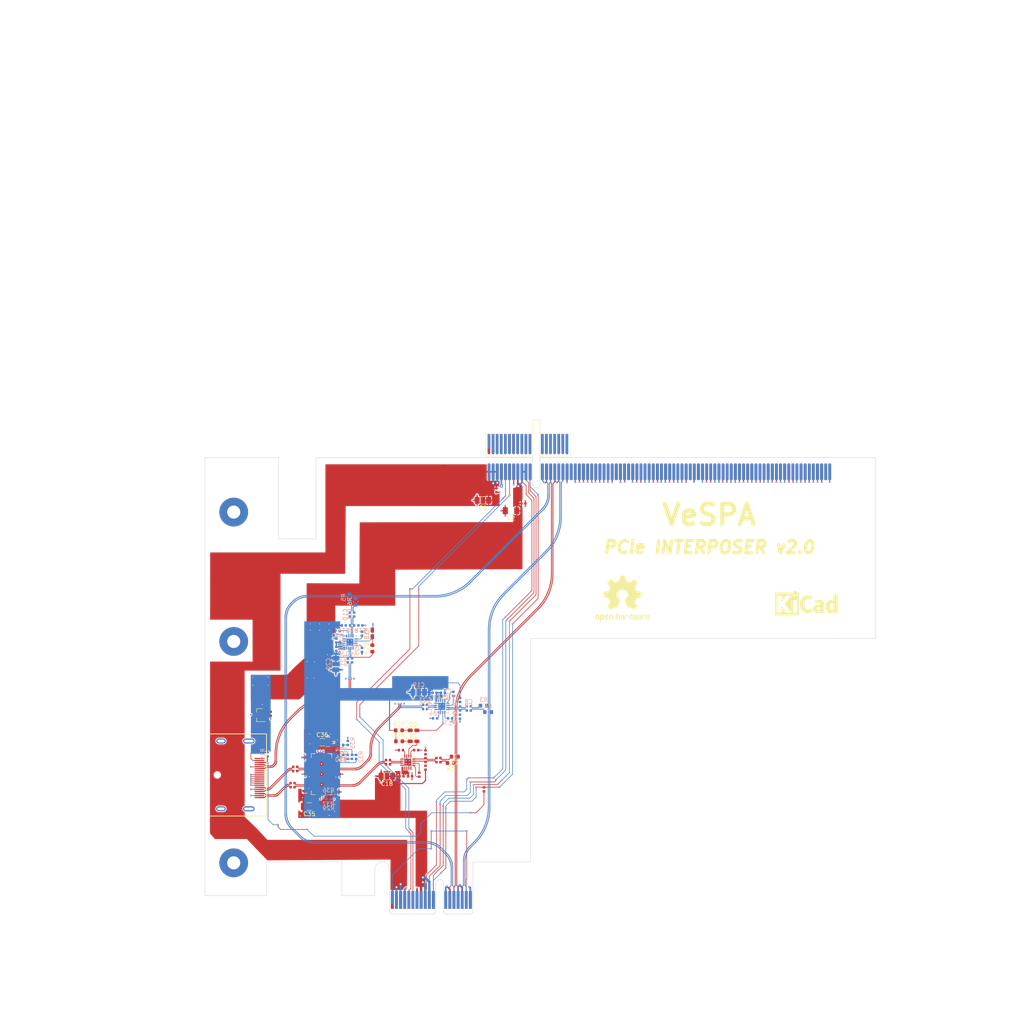
<source format=kicad_pcb>
(kicad_pcb (version 20200818) (host pcbnew "(5.99.0-2858-ga3fc028c9b)")
  (title_block (title "VeSPA - PCIe INTERPOSER"))
  (layers (0 "Top" signal) (1 "GND1" power) (2 "GND2" power) (31 "Bottom" signal) (34 "B.Paste" user) (35 "F.Paste" user) (36 "B.SilkS" user) (37 "F.SilkS" user) (38 "B.Mask" user) (39 "F.Mask" user) (44 "Edge.Cuts" user))
  (net 0 "")
  (net 1 "GND")
  (net 2 "Net-(D1-Pad2)")
  (net 3 "Net-(D1-Pad1)")
  (net 4 "Net-(D2-Pad2)")
  (net 5 "Net-(D2-Pad1)")
  (net 6 "Net-(D3-Pad2)")
  (net 7 "Net-(D3-Pad1)")
  (net 8 "+3.3V")
  (net 9 "/MASTER_SHEET/AMPLIFIERS/VCC_AMP1")
  (net 10 "/MASTER_SHEET/AMPLIFIERS/VCC_AMP2")
  (net 11 "/MASTER_SHEET/AMPLIFIERS/VCC_AMP3")
  (net 12 "Net-(J1-PadA81)")
  (net 13 "Net-(J1-PadA80)")
  (net 14 "Net-(J1-PadA77)")
  (net 15 "Net-(J1-PadA76)")
  (net 16 "Net-(J1-PadA73)")
  (net 17 "Net-(J1-PadA72)")
  (net 18 "Net-(J1-PadA69)")
  (net 19 "Net-(J1-PadA68)")
  (net 20 "Net-(J1-PadA65)")
  (net 21 "Net-(J1-PadA64)")
  (net 22 "Net-(J1-PadA61)")
  (net 23 "Net-(J1-PadA60)")
  (net 24 "Net-(J1-PadA57)")
  (net 25 "Net-(J1-PadA56)")
  (net 26 "Net-(J1-PadA53)")
  (net 27 "Net-(J1-PadA52)")
  (net 28 "Net-(J1-PadA50)")
  (net 29 "Net-(J1-PadA48)")
  (net 30 "Net-(J1-PadA47)")
  (net 31 "Net-(J1-PadA44)")
  (net 32 "Net-(J1-PadA43)")
  (net 33 "Net-(J1-PadA40)")
  (net 34 "Net-(J1-PadA39)")
  (net 35 "Net-(J1-PadA36)")
  (net 36 "Net-(J1-PadA35)")
  (net 37 "Net-(J1-PadA33)")
  (net 38 "Net-(J1-PadA32)")
  (net 39 "Net-(J1-PadA30)")
  (net 40 "Net-(J1-PadA29)")
  (net 41 "Net-(J1-PadA26)")
  (net 42 "Net-(J1-PadA25)")
  (net 43 "Net-(J1-PadA22)")
  (net 44 "Net-(J1-PadA21)")
  (net 45 "Net-(J1-PadA19)")
  (net 46 "PCIE_RX-")
  (net 47 "PCIE_RX+")
  (net 48 "REFCLK-")
  (net 49 "REFCLK+")
  (net 50 "/MASTER_SHEET/CONNECTORS/~PERST")
  (net 51 "Net-(J1-PadA8)")
  (net 52 "Net-(J1-PadA7)")
  (net 53 "Net-(J1-PadA6)")
  (net 54 "Net-(J1-PadA5)")
  (net 55 "+12V")
  (net 56 "Net-(J1-PadA1)")
  (net 57 "Net-(J1-PadB82)")
  (net 58 "Net-(J1-PadB81)")
  (net 59 "Net-(J1-PadB79)")
  (net 60 "Net-(J1-PadB78)")
  (net 61 "Net-(J1-PadB75)")
  (net 62 "Net-(J1-PadB74)")
  (net 63 "Net-(J1-PadB71)")
  (net 64 "Net-(J1-PadB70)")
  (net 65 "Net-(J1-PadB67)")
  (net 66 "Net-(J1-PadB66)")
  (net 67 "Net-(J1-PadB63)")
  (net 68 "Net-(J1-PadB62)")
  (net 69 "Net-(J1-PadB59)")
  (net 70 "Net-(J1-PadB58)")
  (net 71 "Net-(J1-PadB55)")
  (net 72 "Net-(J1-PadB54)")
  (net 73 "Net-(J1-PadB51)")
  (net 74 "Net-(J1-PadB50)")
  (net 75 "Net-(J1-PadB48)")
  (net 76 "Net-(J1-PadB46)")
  (net 77 "Net-(J1-PadB45)")
  (net 78 "Net-(J1-PadB42)")
  (net 79 "Net-(J1-PadB41)")
  (net 80 "Net-(J1-PadB38)")
  (net 81 "Net-(J1-PadB37)")
  (net 82 "Net-(J1-PadB34)")
  (net 83 "Net-(J1-PadB33)")
  (net 84 "Net-(J1-PadB31)")
  (net 85 "Net-(J1-PadB30)")
  (net 86 "Net-(J1-PadB28)")
  (net 87 "Net-(J1-PadB27)")
  (net 88 "Net-(J1-PadB24)")
  (net 89 "Net-(J1-PadB23)")
  (net 90 "/MASTER_SHEET/CONNECTORS/SMCLK")
  (net 91 "/MASTER_SHEET/CONNECTORS/SMDAT")
  (net 92 "/MASTER_SHEET/CONNECTORS/~TRST")
  (net 93 "/MASTER_SHEET/CONNECTORS/3.3VAUX")
  (net 94 "/MASTER_SHEET/CONNECTORS/~WAKE")
  (net 95 "Net-(J1-PadB12)")
  (net 96 "PCIE_TX+")
  (net 97 "PCIE_TX-")
  (net 98 "Net-(J1-PadB17)")
  (net 99 "Net-(J1-PadB19)")
  (net 100 "Net-(J1-PadB20)")
  (net 101 "Net-(J2-Pad20)")
  (net 102 "/MASTER_SHEET/CONNECTORS/1-WIRE")
  (net 103 "SPY_CLK+")
  (net 104 "SPY_CLK-")
  (net 105 "Net-(J2-Pad14)")
  (net 106 "Net-(J2-Pad13)")
  (net 107 "REDRIVER_RX+")
  (net 108 "REDRIVER_RX-")
  (net 109 "REDRIVER_TX+")
  (net 110 "REDRIVER_TX-")
  (net 111 "/MASTER_SHEET/AMPLIFIERS/IN_TX+")
  (net 112 "/MASTER_SHEET/AMPLIFIERS/IN_TX-")
  (net 113 "/MASTER_SHEET/AMPLIFIERS/IN_RX+")
  (net 114 "/MASTER_SHEET/AMPLIFIERS/IN_RX-")
  (net 115 "/MASTER_SHEET/AMPLIFIERS/IN_CLK+")
  (net 116 "/MASTER_SHEET/AMPLIFIERS/IN_CLK-")
  (net 117 "Net-(R17-Pad1)")
  (net 118 "/MASTER_SHEET/AMPLIFIERS/OUT_CLK+")
  (net 119 "/MASTER_SHEET/AMPLIFIERS/OUT_CLK-")
  (net 120 "/MASTER_SHEET/REDRIVER/EQ")
  (net 121 "/MASTER_SHEET/REDRIVER/SQ_TH")
  (net 122 "/MASTER_SHEET/REDRIVER/DE")
  (net 123 "/MASTER_SHEET/REDRIVER/OS")
  (net 124 "/MASTER_SHEET/AMPLIFIERS/OUT_TX+")
  (net 125 "/MASTER_SHEET/AMPLIFIERS/OUT_TX-")
  (net 126 "Net-(R23-Pad1)")
  (net 127 "Net-(R16-Pad1)")
  (net 128 "Net-(C12-Pad2)")
  (net 129 "Net-(C12-Pad1)")
  (net 130 "/MASTER_SHEET/AMPLIFIERS/OUT_RX+")
  (net 131 "/MASTER_SHEET/AMPLIFIERS/OUT_RX-")
  (net 132 "Net-(R24-Pad1)")
  (net 133 "Net-(C13-Pad2)")
  (net 134 "Net-(C13-Pad1)")
  (net 135 "Net-(R25-Pad1)")
  (net 136 "Net-(C14-Pad2)")
  (net 137 "Net-(C14-Pad1)")
  (net 138 "Net-(R29-Pad1)")
  (net 139 "Net-(U5-Pad39)")
  (net 140 "Net-(U5-Pad16)")
  (net 141 "SPY_TX-")
  (net 142 "SPY_TX+")
  (net 143 "SPY_RX-")
  (net 144 "SPY_RX+")
  (net 145 "Net-(U5-Pad2)")
  (net 146 "Net-(U5-Pad23)")
  (net 147 "Net-(U5-Pad24)")
  (net 148 "Net-(U5-Pad25)")
  (net 149 "/MASTER_SHEET/REDRIVER/TX-")
  (net 150 "/MASTER_SHEET/REDRIVER/TX+")
  (net 151 "Net-(U5-Pad32)")
  (net 152 "Net-(U5-Pad33)")
  (net 153 "/MASTER_SHEET/REDRIVER/RX-")
  (net 154 "/MASTER_SHEET/REDRIVER/RX+")
  (net 155 "Net-(U5-Pad37)")
  (net 156 "Net-(P1-PadA8)")
  (net 157 "Net-(P1-PadA7)")
  (net 158 "Net-(P1-PadA6)")
  (net 159 "Net-(P1-PadA5)")
  (net 160 "/MASTER_SHEET/CONNECTORS/~PRSNT")
  (net 161 "Net-(P1-PadB12)")
  (net 162 "Net-(R18-Pad1)")
  (net 163 "/MASTER_SHEET/AMPLIFIERS/TX+")
  (net 164 "/MASTER_SHEET/AMPLIFIERS/TX-")
  (net 165 "/MASTER_SHEET/AMPLIFIERS/RX+")
  (net 166 "/MASTER_SHEET/AMPLIFIERS/RX-")
  (net 167 "/MASTER_SHEET/AMPLIFIERS/CLK+")
  (net 168 "/MASTER_SHEET/AMPLIFIERS/CLK-")
  (net 169 "Net-(J2-Pad18)")
  (module "LED_SMD:LED_0603_1608Metric_Castellated" (layer "Top") (at 128.3363 110.8423)
    (fp_text reference "D1" (at 0 -1.38) (layer "F.SilkS"))
    (fp_text value "LED_GRN_0603")
    (pad "1" smd roundrect (at -0.8125 0) (size 1.225 0.85) (layers "Top" "F.Paste" "F.Mask") (net 3 "Net-(D1-Pad1)"))
    (pad "2" smd roundrect (at 0.8125 0) (size 1.225 0.85) (layers "Top" "F.Paste" "F.Mask") (net 2 "Net-(D1-Pad2)"))
  )
  (module "LED_SMD:LED_0603_1608Metric_Castellated" (layer "Top") (at 128.3363 108.1753)
    (fp_text reference "D2" (at 0 -1.38) (layer "F.SilkS"))
    (fp_text value "LED_GRN_0603")
    (pad "1" smd roundrect (at -0.8125 0) (size 1.225 0.85) (layers "Top" "F.Paste" "F.Mask") (net 5 "Net-(D2-Pad1)"))
    (pad "2" smd roundrect (at 0.8125 0) (size 1.225 0.85) (layers "Top" "F.Paste" "F.Mask") (net 4 "Net-(D2-Pad2)"))
  )
  (module "ed_footprints:r_smt0402_ref" (layer "Top") (at 125.4153 119.3513)
    (fp_text reference "FB1" hide)
    (fp_text value "FR_600R_0.2A_0402" hide)
    (pad "1" smd roundrect (at -0.485 0) (size 0.59 0.64) (layers "Top" "F.Paste" "F.Mask") (net 8 "+3.3V"))
    (pad "2" smd roundrect (at 0.485 0) (size 0.59 0.64) (layers "Top" "F.Paste" "F.Mask") (net 9 "/MASTER_SHEET/AMPLIFIERS/VCC_AMP1"))
  )
  (module "ed_footprints:samtec_pcie_ems2" (layer "Top") (at 146.7363 42.4343)
    (fp_text reference "J1" hide)
    (fp_text value "PCIEXP_X16_EDGE_MOUNT_CONN" hide)
    (pad "A1" smd roundrect (at 0 2.8) (size 0.7 4) (layers "Bottom" "B.Paste" "B.Mask") (net 56 "Net-(J1-PadA1)"))
    (pad "A2" smd roundrect (at 1 2.8) (size 0.7 4) (layers "Bottom" "B.Paste" "B.Mask") (net 55 "+12V"))
    (pad "A3" smd roundrect (at 2 2.8) (size 0.7 4) (layers "Bottom" "B.Paste" "B.Mask") (net 55 "+12V"))
    (pad "A4" smd roundrect (at 3 2.8) (size 0.7 4) (layers "Bottom" "B.Paste" "B.Mask") (net 1 "GND"))
    (pad "A5" smd roundrect (at 4 2.8) (size 0.7 4) (layers "Bottom" "B.Paste" "B.Mask") (net 54 "Net-(J1-PadA5)"))
    (pad "A6" smd roundrect (at 5 2.8) (size 0.7 4) (layers "Bottom" "B.Paste" "B.Mask") (net 53 "Net-(J1-PadA6)"))
    (pad "A7" smd roundrect (at 6 2.8) (size 0.7 4) (layers "Bottom" "B.Paste" "B.Mask") (net 52 "Net-(J1-PadA7)"))
    (pad "A8" smd roundrect (at 7 2.8) (size 0.7 4) (layers "Bottom" "B.Paste" "B.Mask") (net 51 "Net-(J1-PadA8)"))
    (pad "A9" smd roundrect (at 8 2.8) (size 0.7 4) (layers "Bottom" "B.Paste" "B.Mask") (net 8 "+3.3V"))
    (pad "A10" smd roundrect (at 9 2.8) (size 0.7 4) (layers "Bottom" "B.Paste" "B.Mask") (net 8 "+3.3V"))
    (pad "A11" smd roundrect (at 10 2.8) (size 0.7 4) (layers "Bottom" "B.Paste" "B.Mask") (net 50 "/MASTER_SHEET/CONNECTORS/~PERST"))
    (pad "A12" smd roundrect (at 13 2.8) (size 0.7 4) (layers "Bottom" "B.Paste" "B.Mask") (net 1 "GND"))
    (pad "A13" smd roundrect (at 14 2.8) (size 0.7 4) (layers "Bottom" "B.Paste" "B.Mask") (net 49 "REFCLK+"))
    (pad "A14" smd roundrect (at 15 2.8) (size 0.7 4) (layers "Bottom" "B.Paste" "B.Mask") (net 48 "REFCLK-"))
    (pad "A15" smd roundrect (at 16 2.8) (size 0.7 4) (layers "Bottom" "B.Paste" "B.Mask") (net 1 "GND"))
    (pad "A16" smd roundrect (at 17 2.8) (size 0.7 4) (layers "Bottom" "B.Paste" "B.Mask") (net 47 "PCIE_RX+"))
    (pad "A17" smd roundrect (at 18 2.8) (size 0.7 4) (layers "Bottom" "B.Paste" "B.Mask") (net 46 "PCIE_RX-"))
    (pad "A18" smd roundrect (at 19 2.8) (size 0.7 4) (layers "Bottom" "B.Paste" "B.Mask") (net 1 "GND"))
    (pad "A19" smd roundrect (at 20 2.8) (size 0.7 4) (layers "Bottom" "B.Paste" "B.Mask") (net 45 "Net-(J1-PadA19)"))
    (pad "A20" smd roundrect (at 21 2.8) (size 0.7 4) (layers "Bottom" "B.Paste" "B.Mask") (net 1 "GND"))
    (pad "A21" smd roundrect (at 22 2.8) (size 0.7 4) (layers "Bottom" "B.Paste" "B.Mask") (net 44 "Net-(J1-PadA21)"))
    (pad "A22" smd roundrect (at 23 2.8) (size 0.7 4) (layers "Bottom" "B.Paste" "B.Mask") (net 43 "Net-(J1-PadA22)"))
    (pad "A23" smd roundrect (at 24 2.8) (size 0.7 4) (layers "Bottom" "B.Paste" "B.Mask") (net 1 "GND"))
    (pad "A24" smd roundrect (at 25 2.8) (size 0.7 4) (layers "Bottom" "B.Paste" "B.Mask") (net 1 "GND"))
    (pad "A25" smd roundrect (at 26 2.8) (size 0.7 4) (layers "Bottom" "B.Paste" "B.Mask") (net 42 "Net-(J1-PadA25)"))
    (pad "A26" smd roundrect (at 27 2.8) (size 0.7 4) (layers "Bottom" "B.Paste" "B.Mask") (net 41 "Net-(J1-PadA26)"))
    (pad "A27" smd roundrect (at 28 2.8) (size 0.7 4) (layers "Bottom" "B.Paste" "B.Mask") (net 1 "GND"))
    (pad "A28" smd roundrect (at 29 2.8) (size 0.7 4) (layers "Bottom" "B.Paste" "B.Mask") (net 1 "GND"))
    (pad "A29" smd roundrect (at 30 2.8) (size 0.7 4) (layers "Bottom" "B.Paste" "B.Mask") (net 40 "Net-(J1-PadA29)"))
    (pad "A30" smd roundrect (at 31 2.8) (size 0.7 4) (layers "Bottom" "B.Paste" "B.Mask") (net 39 "Net-(J1-PadA30)"))
    (pad "A31" smd roundrect (at 32 2.8) (size 0.7 4) (layers "Bottom" "B.Paste" "B.Mask") (net 1 "GND"))
    (pad "A32" smd roundrect (at 33 2.8) (size 0.7 4) (layers "Bottom" "B.Paste" "B.Mask") (net 38 "Net-(J1-PadA32)"))
    (pad "A33" smd roundrect (at 34 2.8) (size 0.7 4) (layers "Bottom" "B.Paste" "B.Mask") (net 37 "Net-(J1-PadA33)"))
    (pad "A34" smd roundrect (at 35 2.8) (size 0.7 4) (layers "Bottom" "B.Paste" "B.Mask") (net 1 "GND"))
    (pad "A35" smd roundrect (at 36 2.8) (size 0.7 4) (layers "Bottom" "B.Paste" "B.Mask") (net 36 "Net-(J1-PadA35)"))
    (pad "A36" smd roundrect (at 37 2.8) (size 0.7 4) (layers "Bottom" "B.Paste" "B.Mask") (net 35 "Net-(J1-PadA36)"))
    (pad "A37" smd roundrect (at 38 2.8) (size 0.7 4) (layers "Bottom" "B.Paste" "B.Mask") (net 1 "GND"))
    (pad "A38" smd roundrect (at 39 2.8) (size 0.7 4) (layers "Bottom" "B.Paste" "B.Mask") (net 1 "GND"))
    (pad "A39" smd roundrect (at 40 2.8) (size 0.7 4) (layers "Bottom" "B.Paste" "B.Mask") (net 34 "Net-(J1-PadA39)"))
    (pad "A40" smd roundrect (at 41 2.8) (size 0.7 4) (layers "Bottom" "B.Paste" "B.Mask") (net 33 "Net-(J1-PadA40)"))
    (pad "A41" smd roundrect (at 42 2.8) (size 0.7 4) (layers "Bottom" "B.Paste" "B.Mask") (net 1 "GND"))
    (pad "A42" smd roundrect (at 43 2.8) (size 0.7 4) (layers "Bottom" "B.Paste" "B.Mask") (net 1 "GND"))
    (pad "A43" smd roundrect (at 44 2.8) (size 0.7 4) (layers "Bottom" "B.Paste" "B.Mask") (net 32 "Net-(J1-PadA43)"))
    (pad "A44" smd roundrect (at 45 2.8) (size 0.7 4) (layers "Bottom" "B.Paste" "B.Mask") (net 31 "Net-(J1-PadA44)"))
    (pad "A45" smd roundrect (at 46 2.8) (size 0.7 4) (layers "Bottom" "B.Paste" "B.Mask") (net 1 "GND"))
    (pad "A46" smd roundrect (at 47 2.8) (size 0.7 4) (layers "Bottom" "B.Paste" "B.Mask") (net 1 "GND"))
    (pad "A47" smd roundrect (at 48 2.8) (size 0.7 4) (layers "Bottom" "B.Paste" "B.Mask") (net 30 "Net-(J1-PadA47)"))
    (pad "A48" smd roundrect (at 49 2.8) (size 0.7 4) (layers "Bottom" "B.Paste" "B.Mask") (net 29 "Net-(J1-PadA48)"))
    (pad "A49" smd roundrect (at 50 2.8) (size 0.7 4) (layers "Bottom" "B.Paste" "B.Mask") (net 1 "GND"))
    (pad "A50" smd roundrect (at 51 2.8) (size 0.7 4) (layers "Bottom" "B.Paste" "B.Mask") (net 28 "Net-(J1-PadA50)"))
    (pad "A51" smd roundrect (at 52 2.8) (size 0.7 4) (layers "Bottom" "B.Paste" "B.Mask") (net 1 "GND"))
    (pad "A52" smd roundrect (at 53 2.8) (size 0.7 4) (layers "Bottom" "B.Paste" "B.Mask") (net 27 "Net-(J1-PadA52)"))
    (pad "A53" smd roundrect (at 54 2.8) (size 0.7 4) (layers "Bottom" "B.Paste" "B.Mask") (net 26 "Net-(J1-PadA53)"))
    (pad "A54" smd roundrect (at 55 2.8) (size 0.7 4) (layers "Bottom" "B.Paste" "B.Mask") (net 1 "GND"))
    (pad "A55" smd roundrect (at 56 2.8) (size 0.7 4) (layers "Bottom" "B.Paste" "B.Mask") (net 1 "GND"))
    (pad "A56" smd roundrect (at 57 2.8) (size 0.7 4) (layers "Bottom" "B.Paste" "B.Mask") (net 25 "Net-(J1-PadA56)"))
    (pad "A57" smd roundrect (at 58 2.8) (size 0.7 4) (layers "Bottom" "B.Paste" "B.Mask") (net 24 "Net-(J1-PadA57)"))
    (pad "A58" smd roundrect (at 59 2.8) (size 0.7 4) (layers "Bottom" "B.Paste" "B.Mask") (net 1 "GND"))
    (pad "A59" smd roundrect (at 60 2.8) (size 0.7 4) (layers "Bottom" "B.Paste" "B.Mask") (net 1 "GND"))
    (pad "A60" smd roundrect (at 61 2.8) (size 0.7 4) (layers "Bottom" "B.Paste" "B.Mask") (net 23 "Net-(J1-PadA60)"))
    (pad "A61" smd roundrect (at 62 2.8) (size 0.7 4) (layers "Bottom" "B.Paste" "B.Mask") (net 22 "Net-(J1-PadA61)"))
    (pad "A62" smd roundrect (at 63 2.8) (size 0.7 4) (layers "Bottom" "B.Paste" "B.Mask") (net 1 "GND"))
    (pad "A63" smd roundrect (at 64 2.8) (size 0.7 4) (layers "Bottom" "B.Paste" "B.Mask") (net 1 "GND"))
    (pad "A64" smd roundrect (at 65 2.8) (size 0.7 4) (layers "Bottom" "B.Paste" "B.Mask") (net 21 "Net-(J1-PadA64)"))
    (pad "A65" smd roundrect (at 66 2.8) (size 0.7 4) (layers "Bottom" "B.Paste" "B.Mask") (net 20 "Net-(J1-PadA65)"))
    (pad "A66" smd roundrect (at 67 2.8) (size 0.7 4) (layers "Bottom" "B.Paste" "B.Mask") (net 1 "GND"))
    (pad "A67" smd roundrect (at 68 2.8) (size 0.7 4) (layers "Bottom" "B.Paste" "B.Mask") (net 1 "GND"))
    (pad "A68" smd roundrect (at 69 2.8) (size 0.7 4) (layers "Bottom" "B.Paste" "B.Mask") (net 19 "Net-(J1-PadA68)"))
    (pad "A69" smd roundrect (at 70 2.8) (size 0.7 4) (layers "Bottom" "B.Paste" "B.Mask") (net 18 "Net-(J1-PadA69)"))
    (pad "A70" smd roundrect (at 71 2.8) (size 0.7 4) (layers "Bottom" "B.Paste" "B.Mask") (net 1 "GND"))
    (pad "A71" smd roundrect (at 72 2.8) (size 0.7 4) (layers "Bottom" "B.Paste" "B.Mask") (net 1 "GND"))
    (pad "A72" smd roundrect (at 73 2.8) (size 0.7 4) (layers "Bottom" "B.Paste" "B.Mask") (net 17 "Net-(J1-PadA72)"))
    (pad "A73" smd roundrect (at 74 2.8) (size 0.7 4) (layers "Bottom" "B.Paste" "B.Mask") (net 16 "Net-(J1-PadA73)"))
    (pad "A74" smd roundrect (at 75 2.8) (size 0.7 4) (layers "Bottom" "B.Paste" "B.Mask") (net 1 "GND"))
    (pad "A75" smd roundrect (at 76 2.8) (size 0.7 4) (layers "Bottom" "B.Paste" "B.Mask") (net 1 "GND"))
    (pad "A76" smd roundrect (at 77 2.8) (size 0.7 4) (layers "Bottom" "B.Paste" "B.Mask") (net 15 "Net-(J1-PadA76)"))
    (pad "A77" smd roundrect (at 78 2.8) (size 0.7 4) (layers "Bottom" "B.Paste" "B.Mask") (net 14 "Net-(J1-PadA77)"))
    (pad "A78" smd roundrect (at 79 2.8) (size 0.7 4) (layers "Bottom" "B.Paste" "B.Mask") (net 1 "GND"))
    (pad "A79" smd roundrect (at 80 2.8) (size 0.7 4) (layers "Bottom" "B.Paste" "B.Mask") (net 1 "GND"))
    (pad "A80" smd roundrect (at 81 2.8) (size 0.7 4) (layers "Bottom" "B.Paste" "B.Mask") (net 13 "Net-(J1-PadA80)"))
    (pad "A81" smd roundrect (at 82 2.8) (size 0.7 4) (layers "Bottom" "B.Paste" "B.Mask") (net 12 "Net-(J1-PadA81)"))
    (pad "A82" smd roundrect (at 83 2.8) (size 0.7 4) (layers "Bottom" "B.Paste" "B.Mask") (net 1 "GND"))
    (pad "B1" smd roundrect (at 0 2.8) (size 0.7 4) (layers "Top" "F.Paste" "F.Mask") (net 55 "+12V"))
    (pad "B2" smd roundrect (at 1 2.8) (size 0.7 4) (layers "Top" "F.Paste" "F.Mask") (net 55 "+12V"))
    (pad "B3" smd roundrect (at 2 2.8) (size 0.7 4) (layers "Top" "F.Paste" "F.Mask") (net 55 "+12V"))
    (pad "B4" smd roundrect (at 3 2.8) (size 0.7 4) (layers "Top" "F.Paste" "F.Mask") (net 1 "GND"))
    (pad "B5" smd roundrect (at 4 2.8) (size 0.7 4) (layers "Top" "F.Paste" "F.Mask") (net 90 "/MASTER_SHEET/CONNECTORS/SMCLK"))
    (pad "B6" smd roundrect (at 5 2.8) (size 0.7 4) (layers "Top" "F.Paste" "F.Mask") (net 91 "/MASTER_SHEET/CONNECTORS/SMDAT"))
    (pad "B7" smd roundrect (at 6 2.8) (size 0.7 4) (layers "Top" "F.Paste" "F.Mask") (net 1 "GND"))
    (pad "B8" smd roundrect (at 7 2.8) (size 0.7 4) (layers "Top" "F.Paste" "F.Mask") (net 8 "+3.3V"))
    (pad "B9" smd roundrect (at 8 2.8) (size 0.7 4) (layers "Top" "F.Paste" "F.Mask") (net 92 "/MASTER_SHEET/CONNECTORS/~TRST"))
    (pad "B10" smd roundrect (at 9 2.8) (size 0.7 4) (layers "Top" "F.Paste" "F.Mask") (net 93 "/MASTER_SHEET/CONNECTORS/3.3VAUX"))
    (pad "B11" smd roundrect (at 10 2.8) (size 0.7 4) (layers "Top" "F.Paste" "F.Mask") (net 94 "/MASTER_SHEET/CONNECTORS/~WAKE"))
    (pad "B12" smd roundrect (at 13 2.8) (size 0.7 4) (layers "Top" "F.Paste" "F.Mask") (net 95 "Net-(J1-PadB12)"))
    (pad "B13" smd roundrect (at 14 2.8) (size 0.7 4) (layers "Top" "F.Paste" "F.Mask") (net 1 "GND"))
    (pad "B14" smd roundrect (at 15 2.8) (size 0.7 4) (layers "Top" "F.Paste" "F.Mask") (net 96 "PCIE_TX+"))
    (pad "B15" smd roundrect (at 16 2.8) (size 0.7 4) (layers "Top" "F.Paste" "F.Mask") (net 97 "PCIE_TX-"))
    (pad "B16" smd roundrect (at 17 2.8) (size 0.7 4) (layers "Top" "F.Paste" "F.Mask") (net 1 "GND"))
    (pad "B17" smd roundrect (at 18 2.8) (size 0.7 4) (layers "Top" "F.Paste" "F.Mask") (net 98 "Net-(J1-PadB17)"))
    (pad "B18" smd roundrect (at 19 2.8) (size 0.7 4) (layers "Top" "F.Paste" "F.Mask") (net 1 "GND"))
    (pad "B19" smd roundrect (at 20 2.8) (size 0.7 4) (layers "Top" "F.Paste" "F.Mask") (net 99 "Net-(J1-PadB19)"))
    (pad "B20" smd roundrect (at 21 2.8) (size 0.7 4) (layers "Top" "F.Paste" "F.Mask") (net 100 "Net-(J1-PadB20)"))
    (pad "B21" smd roundrect (at 22 2.8) (size 0.7 4) (layers "Top" "F.Paste" "F.Mask") (net 1 "GND"))
    (pad "B22" smd roundrect (at 23 2.8) (size 0.7 4) (layers "Top" "F.Paste" "F.Mask") (net 1 "GND"))
    (pad "B23" smd roundrect (at 24 2.8) (size 0.7 4) (layers "Top" "F.Paste" "F.Mask") (net 89 "Net-(J1-PadB23)"))
    (pad "B24" smd roundrect (at 25 2.8) (size 0.7 4) (layers "Top" "F.Paste" "F.Mask") (net 88 "Net-(J1-PadB24)"))
    (pad "B25" smd roundrect (at 26 2.8) (size 0.7 4) (layers "Top" "F.Paste" "F.Mask") (net 1 "GND"))
    (pad "B26" smd roundrect (at 27 2.8) (size 0.7 4) (layers "Top" "F.Paste" "F.Mask") (net 1 "GND"))
    (pad "B27" smd roundrect (at 28 2.8) (size 0.7 4) (layers "Top" "F.Paste" "F.Mask") (net 87 "Net-(J1-PadB27)"))
    (pad "B28" smd roundrect (at 29 2.8) (size 0.7 4) (layers "Top" "F.Paste" "F.Mask") (net 86 "Net-(J1-PadB28)"))
    (pad "B29" smd roundrect (at 30 2.8) (size 0.7 4) (layers "Top" "F.Paste" "F.Mask") (net 1 "GND"))
    (pad "B30" smd roundrect (at 31 2.8) (size 0.7 4) (layers "Top" "F.Paste" "F.Mask") (net 85 "Net-(J1-PadB30)"))
    (pad "B31" smd roundrect (at 32 2.8) (size 0.7 4) (layers "Top" "F.Paste" "F.Mask") (net 84 "Net-(J1-PadB31)"))
    (pad "B32" smd roundrect (at 33 2.8) (size 0.7 4) (layers "Top" "F.Paste" "F.Mask") (net 1 "GND"))
    (pad "B33" smd roundrect (at 34 2.8) (size 0.7 4) (layers "Top" "F.Paste" "F.Mask") (net 83 "Net-(J1-PadB33)"))
    (pad "B34" smd roundrect (at 35 2.8) (size 0.7 4) (layers "Top" "F.Paste" "F.Mask") (net 82 "Net-(J1-PadB34)"))
    (pad "B35" smd roundrect (at 36 2.8) (size 0.7 4) (layers "Top" "F.Paste" "F.Mask") (net 1 "GND"))
    (pad "B36" smd roundrect (at 37 2.8) (size 0.7 4) (layers "Top" "F.Paste" "F.Mask") (net 1 "GND"))
    (pad "B37" smd roundrect (at 38 2.8) (size 0.7 4) (layers "Top" "F.Paste" "F.Mask") (net 81 "Net-(J1-PadB37)"))
    (pad "B38" smd roundrect (at 39 2.8) (size 0.7 4) (layers "Top" "F.Paste" "F.Mask") (net 80 "Net-(J1-PadB38)"))
    (pad "B39" smd roundrect (at 40 2.8) (size 0.7 4) (layers "Top" "F.Paste" "F.Mask") (net 1 "GND"))
    (pad "B40" smd roundrect (at 41 2.8) (size 0.7 4) (layers "Top" "F.Paste" "F.Mask") (net 1 "GND"))
    (pad "B41" smd roundrect (at 42 2.8) (size 0.7 4) (layers "Top" "F.Paste" "F.Mask") (net 79 "Net-(J1-PadB41)"))
    (pad "B42" smd roundrect (at 43 2.8) (size 0.7 4) (layers "Top" "F.Paste" "F.Mask") (net 78 "Net-(J1-PadB42)"))
    (pad "B43" smd roundrect (at 44 2.8) (size 0.7 4) (layers "Top" "F.Paste" "F.Mask") (net 1 "GND"))
    (pad "B44" smd roundrect (at 45 2.8) (size 0.7 4) (layers "Top" "F.Paste" "F.Mask") (net 1 "GND"))
    (pad "B45" smd roundrect (at 46 2.8) (size 0.7 4) (layers "Top" "F.Paste" "F.Mask") (net 77 "Net-(J1-PadB45)"))
    (pad "B46" smd roundrect (at 47 2.8) (size 0.7 4) (layers "Top" "F.Paste" "F.Mask") (net 76 "Net-(J1-PadB46)"))
    (pad "B47" smd roundrect (at 48 2.8) (size 0.7 4) (layers "Top" "F.Paste" "F.Mask") (net 1 "GND"))
    (pad "B48" smd roundrect (at 49 2.8) (size 0.7 4) (layers "Top" "F.Paste" "F.Mask") (net 75 "Net-(J1-PadB48)"))
    (pad "B49" smd roundrect (at 50 2.8) (size 0.7 4) (layers "Top" "F.Paste" "F.Mask") (net 1 "GND"))
    (pad "B50" smd roundrect (at 51 2.8) (size 0.7 4) (layers "Top" "F.Paste" "F.Mask") (net 74 "Net-(J1-PadB50)"))
    (pad "B51" smd roundrect (at 52 2.8) (size 0.7 4) (layers "Top" "F.Paste" "F.Mask") (net 73 "Net-(J1-PadB51)"))
    (pad "B52" smd roundrect (at 53 2.8) (size 0.7 4) (layers "Top" "F.Paste" "F.Mask") (net 1 "GND"))
    (pad "B53" smd roundrect (at 54 2.8) (size 0.7 4) (layers "Top" "F.Paste" "F.Mask") (net 1 "GND"))
    (pad "B54" smd roundrect (at 55 2.8) (size 0.7 4) (layers "Top" "F.Paste" "F.Mask") (net 72 "Net-(J1-PadB54)"))
    (pad "B55" smd roundrect (at 56 2.8) (size 0.7 4) (layers "Top" "F.Paste" "F.Mask") (net 71 "Net-(J1-PadB55)"))
    (pad "B56" smd roundrect (at 57 2.8) (size 0.7 4) (layers "Top" "F.Paste" "F.Mask") (net 1 "GND"))
    (pad "B57" smd roundrect (at 58 2.8) (size 0.7 4) (layers "Top" "F.Paste" "F.Mask") (net 1 "GND"))
    (pad "B58" smd roundrect (at 59 2.8) (size 0.7 4) (layers "Top" "F.Paste" "F.Mask") (net 70 "Net-(J1-PadB58)"))
    (pad "B59" smd roundrect (at 60 2.8) (size 0.7 4) (layers "Top" "F.Paste" "F.Mask") (net 69 "Net-(J1-PadB59)"))
    (pad "B60" smd roundrect (at 61 2.8) (size 0.7 4) (layers "Top" "F.Paste" "F.Mask") (net 1 "GND"))
    (pad "B61" smd roundrect (at 62 2.8) (size 0.7 4) (layers "Top" "F.Paste" "F.Mask") (net 1 "GND"))
    (pad "B62" smd roundrect (at 63 2.8) (size 0.7 4) (layers "Top" "F.Paste" "F.Mask") (net 68 "Net-(J1-PadB62)"))
    (pad "B63" smd roundrect (at 64 2.8) (size 0.7 4) (layers "Top" "F.Paste" "F.Mask") (net 67 "Net-(J1-PadB63)"))
    (pad "B64" smd roundrect (at 65 2.8) (size 0.7 4) (layers "Top" "F.Paste" "F.Mask") (net 1 "GND"))
    (pad "B65" smd roundrect (at 66 2.8) (size 0.7 4) (layers "Top" "F.Paste" "F.Mask") (net 1 "GND"))
    (pad "B66" smd roundrect (at 67 2.8) (size 0.7 4) (layers "Top" "F.Paste" "F.Mask") (net 66 "Net-(J1-PadB66)"))
    (pad "B67" smd roundrect (at 68 2.8) (size 0.7 4) (layers "Top" "F.Paste" "F.Mask") (net 65 "Net-(J1-PadB67)"))
    (pad "B68" smd roundrect (at 69 2.8) (size 0.7 4) (layers "Top" "F.Paste" "F.Mask") (net 1 "GND"))
    (pad "B69" smd roundrect (at 70 2.8) (size 0.7 4) (layers "Top" "F.Paste" "F.Mask") (net 1 "GND"))
    (pad "B70" smd roundrect (at 71 2.8) (size 0.7 4) (layers "Top" "F.Paste" "F.Mask") (net 64 "Net-(J1-PadB70)"))
    (pad "B71" smd roundrect (at 72 2.8) (size 0.7 4) (layers "Top" "F.Paste" "F.Mask") (net 63 "Net-(J1-PadB71)"))
    (pad "B72" smd roundrect (at 73 2.8) (size 0.7 4) (layers "Top" "F.Paste" "F.Mask") (net 1 "GND"))
    (pad "B73" smd roundrect (at 74 2.8) (size 0.7 4) (layers "Top" "F.Paste" "F.Mask") (net 1 "GND"))
    (pad "B74" smd roundrect (at 75 2.8) (size 0.7 4) (layers "Top" "F.Paste" "F.Mask") (net 62 "Net-(J1-PadB74)"))
    (pad "B75" smd roundrect (at 76 2.8) (size 0.7 4) (layers "Top" "F.Paste" "F.Mask") (net 61 "Net-(J1-PadB75)"))
    (pad "B76" smd roundrect (at 77 2.8) (size 0.7 4) (layers "Top" "F.Paste" "F.Mask") (net 1 "GND"))
    (pad "B77" smd roundrect (at 78 2.8) (size 0.7 4) (layers "Top" "F.Paste" "F.Mask") (net 1 "GND"))
    (pad "B78" smd roundrect (at 79 2.8) (size 0.7 4) (layers "Top" "F.Paste" "F.Mask") (net 60 "Net-(J1-PadB78)"))
    (pad "B79" smd roundrect (at 80 2.8) (size 0.7 4) (layers "Top" "F.Paste" "F.Mask") (net 59 "Net-(J1-PadB79)"))
    (pad "B80" smd roundrect (at 81 2.8) (size 0.7 4) (layers "Top" "F.Paste" "F.Mask") (net 1 "GND"))
    (pad "B81" smd roundrect (at 82 2.8) (size 0.7 4) (layers "Top" "F.Paste" "F.Mask") (net 58 "Net-(J1-PadB81)"))
    (pad "B82" smd roundrect (at 83 2.8) (size 0.7 4) (layers "Top" "F.Paste" "F.Mask") (net 57 "Net-(J1-PadB82)"))
  )
  (module "ed_footprints:molex_display_port" (layer "Top") (at 80.5363 119.0343 -90)
    (fp_text reference "J2" hide)
    (fp_text value "DISPLAY_PORT")
    (pad "" np_thru_hole circle (at 0 0 270) (size 1.4 1.4) (drill 1.4) (layers *.Cu *.Mask))
    (pad "1" smd roundrect (at 5.5 -10.28 270) (size 0.28 2.4) (layers "Top" "F.Paste" "F.Mask") (net 109 "REDRIVER_TX+"))
    (pad "2" smd roundrect (at 5 -10.28 270) (size 0.28 2.4) (layers "Top" "F.Paste" "F.Mask") (net 1 "GND"))
    (pad "3" smd roundrect (at 4.5 -10.28 270) (size 0.28 2.4) (layers "Top" "F.Paste" "F.Mask") (net 110 "REDRIVER_TX-"))
    (pad "4" smd roundrect (at 4 -10.28 270) (size 0.28 2.4) (layers "Top" "F.Paste" "F.Mask") (net 107 "REDRIVER_RX+"))
    (pad "5" smd roundrect (at 3.5 -10.28 270) (size 0.28 2.4) (layers "Top" "F.Paste" "F.Mask") (net 1 "GND"))
    (pad "6" smd roundrect (at 3 -10.28 270) (size 0.28 2.4) (layers "Top" "F.Paste" "F.Mask") (net 108 "REDRIVER_RX-"))
    (pad "7" smd roundrect (at 2.5 -10.28 270) (size 0.28 2.4) (layers "Top" "F.Paste" "F.Mask") (net 1 "GND"))
    (pad "8" smd roundrect (at 2 -10.28 270) (size 0.28 2.4) (layers "Top" "F.Paste" "F.Mask") (net 1 "GND"))
    (pad "9" smd roundrect (at 1.5 -10.28 270) (size 0.28 2.4) (layers "Top" "F.Paste" "F.Mask") (net 1 "GND"))
    (pad "10" smd roundrect (at 1 -10.28 270) (size 0.28 2.4) (layers "Top" "F.Paste" "F.Mask") (net 1 "GND"))
    (pad "11" smd roundrect (at 0.5 -10.28 270) (size 0.28 2.4) (layers "Top" "F.Paste" "F.Mask") (net 1 "GND"))
    (pad "12" smd roundrect (at 0 -10.28 270) (size 0.28 2.4) (layers "Top" "F.Paste" "F.Mask") (net 1 "GND"))
    (pad "13" smd roundrect (at -0.5 -10.28 270) (size 0.28 2.4) (layers "Top" "F.Paste" "F.Mask") (net 106 "Net-(J2-Pad13)"))
    (pad "14" smd roundrect (at -1 -10.28 270) (size 0.28 2.4) (layers "Top" "F.Paste" "F.Mask") (net 105 "Net-(J2-Pad14)"))
    (pad "15" smd roundrect (at -1.5 -10.28 270) (size 0.28 2.4) (layers "Top" "F.Paste" "F.Mask") (net 104 "SPY_CLK-"))
    (pad "16" smd roundrect (at -2 -10.28 270) (size 0.28 2.4) (layers "Top" "F.Paste" "F.Mask") (net 1 "GND"))
    (pad "17" smd roundrect (at -2.5 -10.28 270) (size 0.28 2.4) (layers "Top" "F.Paste" "F.Mask") (net 103 "SPY_CLK+"))
    (pad "18" smd roundrect (at -3 -10.28 270) (size 0.28 2.4) (layers "Top" "F.Paste" "F.Mask") (net 169 "Net-(J2-Pad18)"))
    (pad "19" smd roundrect (at -3.5 -10.28 270) (size 0.28 2.4) (layers "Top" "F.Paste" "F.Mask") (net 102 "/MASTER_SHEET/CONNECTORS/1-WIRE"))
    (pad "20" smd roundrect (at -4 -10.28 270) (size 0.28 2.4) (layers "Top" "F.Paste" "F.Mask") (net 101 "Net-(J2-Pad20)"))
    (pad "G1" thru_hole oval (at -8.25 -7.68 270) (size 1.2 2.8) (drill oval 0.6 2.2) (layers *.Cu *.Mask) (net 1 "GND"))
    (pad "G2" thru_hole oval (at -8.25 -0.9 270) (size 1.2 2.3) (drill oval 0.6 1.7) (layers *.Cu *.Mask) (net 1 "GND"))
    (pad "G3" thru_hole oval (at 8.25 -0.9 270) (size 1.2 2.3) (drill oval 0.6 1.7) (layers *.Cu *.Mask) (net 1 "GND"))
    (pad "G4" thru_hole oval (at 8.25 -7.68 270) (size 1.2 2.8) (drill oval 0.6 2.2) (layers *.Cu *.Mask) (net 1 "GND"))
  )
  (module "ed_footprints:r_smt0402_ref" (layer "Top") (at 131.2573 117.2709 90)
    (fp_text reference "R7" hide)
    (fp_text value "R_NC_0402" hide)
    (pad "1" smd roundrect (at -0.485 0 90) (size 0.59 0.64) (layers "Top" "F.Paste" "F.Mask") (net 8 "+3.3V"))
    (pad "2" smd roundrect (at 0.485 0 90) (size 0.59 0.64) (layers "Top" "F.Paste" "F.Mask") (net 111 "/MASTER_SHEET/AMPLIFIERS/IN_TX+"))
  )
  (module "ed_footprints:r_smt0402_ref" (layer "Top") (at 131.2573 115.3913 90)
    (fp_text reference "R8" hide)
    (fp_text value "R_NC_0402" hide)
    (pad "1" smd roundrect (at -0.485 0 90) (size 0.59 0.64) (layers "Top" "F.Paste" "F.Mask") (net 111 "/MASTER_SHEET/AMPLIFIERS/IN_TX+"))
    (pad "2" smd roundrect (at 0.485 0 90) (size 0.59 0.64) (layers "Top" "F.Paste" "F.Mask") (net 112 "/MASTER_SHEET/AMPLIFIERS/IN_TX-"))
  )
  (module "ed_footprints:r_smt0402_ref" (layer "Top") (at 131.2573 113.5323 90)
    (fp_text reference "R9" hide)
    (fp_text value "R_NC_0402" hide)
    (pad "1" smd roundrect (at -0.485 0 90) (size 0.59 0.64) (layers "Top" "F.Paste" "F.Mask") (net 112 "/MASTER_SHEET/AMPLIFIERS/IN_TX-"))
    (pad "2" smd roundrect (at 0.485 0 90) (size 0.59 0.64) (layers "Top" "F.Paste" "F.Mask") (net 1 "GND"))
  )
  (module "Package_TO_SOT_SMD:SOT-23" (layer "Top") (at 90.8853 104.4693 180)
    (fp_text reference "U1" hide)
    (fp_text value "EEPROM_1WIRE_2Kx8_11LC160T")
    (pad "1" smd rect (at -1 -0.95 180) (size 0.9 0.8) (layers "Top" "F.Paste" "F.Mask") (net 102 "/MASTER_SHEET/CONNECTORS/1-WIRE"))
    (pad "2" smd rect (at -1 0.95 180) (size 0.9 0.8) (layers "Top" "F.Paste" "F.Mask") (net 8 "+3.3V"))
    (pad "3" smd rect (at 1 0 180) (size 0.9 0.8) (layers "Top" "F.Paste" "F.Mask") (net 1 "GND"))
  )
  (module "ed_footprints:pcie_bracket" (layer "Top") (at 84.5363 55.0343)
    (fp_text reference "ZZ1" hide)
    (fp_text value "PCIE_BRACKET")
    (pad "1" thru_hole circle (at 0 0) (size 7 7) (drill 3.2) (layers *.Cu *.Mask))
    (pad "2" thru_hole circle (at 0 31.5) (size 7 7) (drill 3.2) (layers *.Cu *.Mask))
    (pad "3" thru_hole circle (at 0 85.4) (size 7 7) (drill 3.2) (layers *.Cu *.Mask))
  )
  (module "Connector_PCBEdge:BUS_PCIexpress_x1" (layer "Top") (at 123.1863 149.4843)
    (fp_text reference "P1" hide)
    (fp_text value "PCIEXP_X1_CARD_EDGE")
    (fp_line (start -0.65 2.95) (end -0.15 3.45) (layer "Edge.Cuts") (width 0.1))
    (fp_line (start 19.65 -4.95) (end 19.65 2.95) (layer "Edge.Cuts") (width 0.1))
    (fp_line (start -0.65 -4.95) (end -0.65 2.95) (layer "Edge.Cuts") (width 0.1))
    (fp_line (start -0.15 3.45) (end 10.05 3.45) (layer "Edge.Cuts") (width 0.1))
    (fp_line (start 12.95 3.45) (end 19.15 3.45) (layer "Edge.Cuts") (width 0.1))
    (fp_line (start 10.55 -4) (end 10.55 2.95) (layer "Edge.Cuts") (width 0.1))
    (fp_line (start 10.55 2.95) (end 10.05 3.45) (layer "Edge.Cuts") (width 0.1))
    (fp_line (start 19.65 2.95) (end 19.15 3.45) (layer "Edge.Cuts") (width 0.1))
    (fp_line (start 12.45 -4) (end 12.45 2.95) (layer "Edge.Cuts") (width 0.1))
    (fp_line (start 12.45 2.95) (end 12.95 3.45) (layer "Edge.Cuts") (width 0.1))
    (fp_arc (start 11.5 -4) (end 12.45 -4) (angle -180) (layer "Edge.Cuts") (width 0.1))
    (pad "A1" connect rect (at 0 -0.55) (size 0.7 3.2) (layers "Bottom" "B.Mask") (net 160 "/MASTER_SHEET/CONNECTORS/~PRSNT"))
    (pad "A2" connect rect (at 1 0) (size 0.7 4.3) (layers "Bottom" "B.Mask") (net 55 "+12V"))
    (pad "A3" connect rect (at 2 0) (size 0.7 4.3) (layers "Bottom" "B.Mask") (net 55 "+12V"))
    (pad "A4" connect rect (at 3 0) (size 0.7 4.3) (layers "Bottom" "B.Mask") (net 1 "GND"))
    (pad "A5" connect rect (at 4 0) (size 0.7 4.3) (layers "Bottom" "B.Mask") (net 159 "Net-(P1-PadA5)"))
    (pad "A6" connect rect (at 5 0) (size 0.7 4.3) (layers "Bottom" "B.Mask") (net 158 "Net-(P1-PadA6)"))
    (pad "A7" connect rect (at 6 0) (size 0.7 4.3) (layers "Bottom" "B.Mask") (net 157 "Net-(P1-PadA7)"))
    (pad "A8" connect rect (at 7 0) (size 0.7 4.3) (layers "Bottom" "B.Mask") (net 156 "Net-(P1-PadA8)"))
    (pad "A9" connect rect (at 8 0) (size 0.7 4.3) (layers "Bottom" "B.Mask") (net 8 "+3.3V"))
    (pad "A10" connect rect (at 9 0) (size 0.7 4.3) (layers "Bottom" "B.Mask") (net 8 "+3.3V"))
    (pad "A11" connect rect (at 10 0) (size 0.7 4.3) (layers "Bottom" "B.Mask") (net 50 "/MASTER_SHEET/CONNECTORS/~PERST"))
    (pad "A12" connect rect (at 13 0) (size 0.7 4.3) (layers "Bottom" "B.Mask") (net 1 "GND"))
    (pad "A13" connect rect (at 14 0) (size 0.7 4.3) (layers "Bottom" "B.Mask") (net 49 "REFCLK+"))
    (pad "A14" connect rect (at 15 0) (size 0.7 4.3) (layers "Bottom" "B.Mask") (net 48 "REFCLK-"))
    (pad "A15" connect rect (at 16 0) (size 0.7 4.3) (layers "Bottom" "B.Mask") (net 1 "GND"))
    (pad "A16" connect rect (at 17 0) (size 0.7 4.3) (layers "Bottom" "B.Mask") (net 47 "PCIE_RX+"))
    (pad "A17" connect rect (at 18 0) (size 0.7 4.3) (layers "Bottom" "B.Mask") (net 46 "PCIE_RX-"))
    (pad "A18" connect rect (at 19 0) (size 0.7 4.3) (layers "Bottom" "B.Mask") (net 1 "GND"))
    (pad "B1" connect rect (at 0 0) (size 0.7 4.3) (layers "Top" "F.Mask") (net 55 "+12V"))
    (pad "B2" connect rect (at 1 0) (size 0.7 4.3) (layers "Top" "F.Mask") (net 55 "+12V"))
    (pad "B3" connect rect (at 2 0) (size 0.7 4.3) (layers "Top" "F.Mask") (net 55 "+12V"))
    (pad "B4" connect rect (at 3 0) (size 0.7 4.3) (layers "Top" "F.Mask") (net 1 "GND"))
    (pad "B5" connect rect (at 4 0) (size 0.7 4.3) (layers "Top" "F.Mask") (net 90 "/MASTER_SHEET/CONNECTORS/SMCLK"))
    (pad "B6" connect rect (at 5 0) (size 0.7 4.3) (layers "Top" "F.Mask") (net 91 "/MASTER_SHEET/CONNECTORS/SMDAT"))
    (pad "B7" connect rect (at 6 0) (size 0.7 4.3) (layers "Top" "F.Mask") (net 1 "GND"))
    (pad "B8" connect rect (at 7 0) (size 0.7 4.3) (layers "Top" "F.Mask") (net 8 "+3.3V"))
    (pad "B9" connect rect (at 8 0) (size 0.7 4.3) (layers "Top" "F.Mask") (net 92 "/MASTER_SHEET/CONNECTORS/~TRST"))
    (pad "B10" connect rect (at 9 0) (size 0.7 4.3) (layers "Top" "F.Mask") (net 93 "/MASTER_SHEET/CONNECTORS/3.3VAUX"))
    (pad "B11" connect rect (at 10 0) (size 0.7 4.3) (layers "Top" "F.Mask") (net 94 "/MASTER_SHEET/CONNECTORS/~WAKE"))
    (pad "B12" connect rect (at 13 0) (size 0.7 4.3) (layers "Top" "F.Mask") (net 161 "Net-(P1-PadB12)"))
    (pad "B13" connect rect (at 14 0) (size 0.7 4.3) (layers "Top" "F.Mask") (net 1 "GND"))
    (pad "B14" connect rect (at 15 0) (size 0.7 4.3) (layers "Top" "F.Mask") (net 96 "PCIE_TX+"))
    (pad "B15" connect rect (at 16 0) (size 0.7 4.3) (layers "Top" "F.Mask") (net 97 "PCIE_TX-"))
    (pad "B16" connect rect (at 17 0) (size 0.7 4.3) (layers "Top" "F.Mask") (net 1 "GND"))
    (pad "B17" connect rect (at 18 -0.55) (size 0.7 3.2) (layers "Top" "F.Mask") (net 160 "/MASTER_SHEET/CONNECTORS/~PRSNT"))
    (pad "B18" connect rect (at 19 0) (size 0.7 4.3) (layers "Top" "F.Mask") (net 1 "GND"))
  )
  (module "ed_toofprint:c_smt1206_ref" (layer "Top") (at 145.2273 52.1683 180)
    (fp_text reference "C1" (at 0 -1.82) (layer "F.SilkS"))
    (fp_text value "C10U_50V_1206")
    (pad "1" smd roundrect (at -1.4 0 180) (size 1.25 1.75) (layers "Top" "F.Paste" "F.Mask") (roundrect_rratio 0.2) (net 55 "+12V"))
    (pad "2" smd roundrect (at 1.4 0 180) (size 1.25 1.75) (layers "Top" "F.Paste" "F.Mask") (roundrect_rratio 0.2) (net 1 "GND"))
  )
  (module "ed_footprints:r_smt0402_ref" (layer "Top") (at 148.5293 49.7323 -90)
    (fp_text reference "C3" hide)
    (fp_text value "C100N_16V_0402" hide)
    (pad "1" smd roundrect (at -0.485 0 270) (size 0.59 0.64) (layers "Top" "F.Paste" "F.Mask") (net 55 "+12V"))
    (pad "2" smd roundrect (at 0.485 0 270) (size 0.59 0.64) (layers "Top" "F.Paste" "F.Mask") (net 1 "GND"))
  )
  (module "ed_footprints:r_smt0402_ref" (layer "Top") (at 155.1103 52.9303)
    (fp_text reference "C4" hide)
    (fp_text value "C100N_16V_0402" hide)
    (pad "1" smd roundrect (at -0.485 0) (size 0.59 0.64) (layers "Top" "F.Paste" "F.Mask") (net 8 "+3.3V"))
    (pad "2" smd roundrect (at 0.485 0) (size 0.59 0.64) (layers "Top" "F.Paste" "F.Mask") (net 1 "GND"))
  )
  (module "ed_footprints:r_smt0402_ref" (layer "Top") (at 93.5363 104.1493 90)
    (fp_text reference "C5" hide)
    (fp_text value "C100N_16V_0402" hide)
    (pad "1" smd roundrect (at -0.485 0 90) (size 0.59 0.64) (layers "Top" "F.Paste" "F.Mask") (net 1 "GND"))
    (pad "2" smd roundrect (at 0.485 0 90) (size 0.59 0.64) (layers "Top" "F.Paste" "F.Mask") (net 8 "+3.3V"))
  )
  (module "ed_footprints:r_smt0402_ref" (layer "Top") (at 134.4093 115.9223 180)
    (fp_text reference "C6" hide)
    (fp_text value "C10N_0402" hide)
    (pad "1" smd roundrect (at -0.485 0 180) (size 0.59 0.64) (layers "Top" "F.Paste" "F.Mask") (net 163 "/MASTER_SHEET/AMPLIFIERS/TX+"))
    (pad "2" smd roundrect (at 0.485 0 180) (size 0.59 0.64) (layers "Top" "F.Paste" "F.Mask") (net 111 "/MASTER_SHEET/AMPLIFIERS/IN_TX+"))
  )
  (module "ed_footprints:r_smt0402_ref" (layer "Top") (at 134.4043 114.9063 180)
    (fp_text reference "C7" hide)
    (fp_text value "C10N_0402" hide)
    (pad "1" smd roundrect (at -0.485 0 180) (size 0.59 0.64) (layers "Top" "F.Paste" "F.Mask") (net 164 "/MASTER_SHEET/AMPLIFIERS/TX-"))
    (pad "2" smd roundrect (at 0.485 0 180) (size 0.59 0.64) (layers "Top" "F.Paste" "F.Mask") (net 112 "/MASTER_SHEET/AMPLIFIERS/IN_TX-"))
  )
  (module "ed_footprints:r_smt0402_ref" (layer "Top") (at 129.7333 118.9703 90)
    (fp_text reference "C12" hide)
    (fp_text value "C100N_16V_0402" hide)
    (pad "1" smd roundrect (at -0.485 0 90) (size 0.59 0.64) (layers "Top" "F.Paste" "F.Mask") (net 129 "Net-(C12-Pad1)"))
    (pad "2" smd roundrect (at 0.485 0 90) (size 0.59 0.64) (layers "Top" "F.Paste" "F.Mask") (net 128 "Net-(C12-Pad2)"))
  )
  (module "ed_footprints:r_smt0402_ref" (layer "Top") (at 127.4933 119.3513)
    (fp_text reference "C15" hide)
    (fp_text value "C100N_16V_0402" hide)
    (pad "1" smd roundrect (at -0.485 0) (size 0.59 0.64) (layers "Top" "F.Paste" "F.Mask") (net 9 "/MASTER_SHEET/AMPLIFIERS/VCC_AMP1"))
    (pad "2" smd roundrect (at 0.485 0) (size 0.59 0.64) (layers "Top" "F.Paste" "F.Mask") (net 1 "GND"))
  )
  (module "ed_toofprint:c_smt1206_ref" (layer "Top") (at 121.8623 119.3513 180)
    (fp_text reference "C18" (at 0 -1.82) (layer "F.SilkS"))
    (fp_text value "C10U_50V_1206")
    (pad "1" smd roundrect (at -1.4 0 180) (size 1.25 1.75) (layers "Top" "F.Paste" "F.Mask") (roundrect_rratio 0.2) (net 8 "+3.3V"))
    (pad "2" smd roundrect (at 1.4 0 180) (size 1.25 1.75) (layers "Top" "F.Paste" "F.Mask") (roundrect_rratio 0.2) (net 1 "GND"))
  )
  (module "ed_footprints:r_smt0402_ref" (layer "Top") (at 122.1133 116.4303 180)
    (fp_text reference "C21" hide)
    (fp_text value "C100N_16V_0402" hide)
    (pad "1" smd roundrect (at -0.485 0 180) (size 0.59 0.64) (layers "Top" "F.Paste" "F.Mask") (net 124 "/MASTER_SHEET/AMPLIFIERS/OUT_TX+"))
    (pad "2" smd roundrect (at 0.485 0 180) (size 0.59 0.64) (layers "Top" "F.Paste" "F.Mask") (net 142 "SPY_TX+"))
  )
  (module "ed_footprints:r_smt0402_ref" (layer "Top") (at 122.1133 115.4143 180)
    (fp_text reference "C22" hide)
    (fp_text value "C100N_16V_0402" hide)
    (pad "1" smd roundrect (at -0.485 0 180) (size 0.59 0.64) (layers "Top" "F.Paste" "F.Mask") (net 125 "/MASTER_SHEET/AMPLIFIERS/OUT_TX-"))
    (pad "2" smd roundrect (at 0.485 0 180) (size 0.59 0.64) (layers "Top" "F.Paste" "F.Mask") (net 141 "SPY_TX-"))
  )
  (module "ed_footprints:r_smt0402_ref" (layer "Top") (at 98.8723 122.0183 180)
    (fp_text reference "C25" hide)
    (fp_text value "C100N_16V_0402" hide)
    (pad "1" smd roundrect (at -0.485 0 180) (size 0.59 0.64) (layers "Top" "F.Paste" "F.Mask") (net 150 "/MASTER_SHEET/REDRIVER/TX+"))
    (pad "2" smd roundrect (at 0.485 0 180) (size 0.59 0.64) (layers "Top" "F.Paste" "F.Mask") (net 109 "REDRIVER_TX+"))
  )
  (module "ed_footprints:r_smt0402_ref" (layer "Top") (at 98.8723 121.0183 180)
    (fp_text reference "C26" hide)
    (fp_text value "C100N_16V_0402" hide)
    (pad "1" smd roundrect (at -0.485 0 180) (size 0.59 0.64) (layers "Top" "F.Paste" "F.Mask") (net 149 "/MASTER_SHEET/REDRIVER/TX-"))
    (pad "2" smd roundrect (at 0.485 0 180) (size 0.59 0.64) (layers "Top" "F.Paste" "F.Mask") (net 110 "REDRIVER_TX-"))
  )
  (module "ed_footprints:r_smt0402_ref" (layer "Top") (at 99.5073 118.0813 180)
    (fp_text reference "C27" hide)
    (fp_text value "C100N_16V_0402" hide)
    (pad "1" smd roundrect (at -0.485 0 180) (size 0.59 0.64) (layers "Top" "F.Paste" "F.Mask") (net 154 "/MASTER_SHEET/REDRIVER/RX+"))
    (pad "2" smd roundrect (at 0.485 0 180) (size 0.59 0.64) (layers "Top" "F.Paste" "F.Mask") (net 107 "REDRIVER_RX+"))
  )
  (module "ed_footprints:r_smt0402_ref" (layer "Top") (at 99.5303 117.0653 180)
    (fp_text reference "C28" hide)
    (fp_text value "C100N_16V_0402" hide)
    (pad "1" smd roundrect (at -0.485 0 180) (size 0.59 0.64) (layers "Top" "F.Paste" "F.Mask") (net 153 "/MASTER_SHEET/REDRIVER/RX-"))
    (pad "2" smd roundrect (at 0.485 0 180) (size 0.59 0.64) (layers "Top" "F.Paste" "F.Mask") (net 108 "REDRIVER_RX-"))
  )
  (module "ed_footprints:r_smt0402_ref" (layer "Top") (at 109.6673 123.1613)
    (fp_text reference "C29" hide)
    (fp_text value "C100N_16V_0402" hide)
    (pad "1" smd roundrect (at -0.485 0) (size 0.59 0.64) (layers "Top" "F.Paste" "F.Mask") (net 8 "+3.3V"))
    (pad "2" smd roundrect (at 0.485 0) (size 0.59 0.64) (layers "Top" "F.Paste" "F.Mask") (net 1 "GND"))
  )
  (module "ed_footprints:r_smt0402_ref" (layer "Top") (at 110.0713 114.7793)
    (fp_text reference "C30" hide)
    (fp_text value "C100N_16V_0402" hide)
    (pad "1" smd roundrect (at -0.485 0) (size 0.59 0.64) (layers "Top" "F.Paste" "F.Mask") (net 8 "+3.3V"))
    (pad "2" smd roundrect (at 0.485 0) (size 0.59 0.64) (layers "Top" "F.Paste" "F.Mask") (net 1 "GND"))
  )
  (module "ed_footprints:r_smt0402_ref" (layer "Top") (at 109.8983 118.8433)
    (fp_text reference "C31" hide)
    (fp_text value "C100N_16V_0402" hide)
    (pad "1" smd roundrect (at -0.485 0) (size 0.59 0.64) (layers "Top" "F.Paste" "F.Mask") (net 8 "+3.3V"))
    (pad "2" smd roundrect (at 0.485 0) (size 0.59 0.64) (layers "Top" "F.Paste" "F.Mask") (net 1 "GND"))
  )
  (module "ed_footprints:r_smt0402_ref" (layer "Top") (at 102.3013 114.7793 180)
    (fp_text reference "C32" hide)
    (fp_text value "C100N_16V_0402" hide)
    (pad "1" smd roundrect (at -0.485 0 180) (size 0.59 0.64) (layers "Top" "F.Paste" "F.Mask") (net 8 "+3.3V"))
    (pad "2" smd roundrect (at 0.485 0 180) (size 0.59 0.64) (layers "Top" "F.Paste" "F.Mask") (net 1 "GND"))
  )
  (module "ed_footprints:r_smt0402_ref" (layer "Top") (at 102.4513 118.8433 180)
    (fp_text reference "C33" hide)
    (fp_text value "C100N_16V_0402" hide)
    (pad "1" smd roundrect (at -0.485 0 180) (size 0.59 0.64) (layers "Top" "F.Paste" "F.Mask") (net 8 "+3.3V"))
    (pad "2" smd roundrect (at 0.485 0 180) (size 0.59 0.64) (layers "Top" "F.Paste" "F.Mask") (net 1 "GND"))
  )
  (module "ed_footprints:r_smt0402_ref" (layer "Top") (at 102.3243 122.9073 180)
    (fp_text reference "C34" hide)
    (fp_text value "C100N_16V_0402" hide)
    (pad "1" smd roundrect (at -0.485 0 180) (size 0.59 0.64) (layers "Top" "F.Paste" "F.Mask") (net 8 "+3.3V"))
    (pad "2" smd roundrect (at 0.485 0 180) (size 0.59 0.64) (layers "Top" "F.Paste" "F.Mask") (net 1 "GND"))
  )
  (module "ed_toofprint:c_smt1206_ref" (layer "Top") (at 102.9363 126.7173 180)
    (fp_text reference "C35" (at 0 -1.82) (layer "F.SilkS"))
    (fp_text value "C10U_50V_1206")
    (pad "1" smd roundrect (at -1.4 0 180) (size 1.25 1.75) (layers "Top" "F.Paste" "F.Mask") (roundrect_rratio 0.2) (net 8 "+3.3V"))
    (pad "2" smd roundrect (at 1.4 0 180) (size 1.25 1.75) (layers "Top" "F.Paste" "F.Mask") (roundrect_rratio 0.2) (net 1 "GND"))
  )
  (module "ed_toofprint:c_smt1206_ref" (layer "Top") (at 106.1083 111.0963)
    (fp_text reference "C36" (at 0 -1.82) (layer "F.SilkS"))
    (fp_text value "C10U_50V_1206")
    (pad "1" smd roundrect (at -1.4 0) (size 1.25 1.75) (layers "Top" "F.Paste" "F.Mask") (roundrect_rratio 0.2) (net 8 "+3.3V"))
    (pad "2" smd roundrect (at 1.4 0) (size 1.25 1.75) (layers "Top" "F.Paste" "F.Mask") (roundrect_rratio 0.2) (net 1 "GND"))
  )
  (module "ed_toofprint:r_smt0603_ref" (layer "Top") (at 137.404 116.1128 180)
    (fp_text reference "R1" (at 0 -1.43) (layer "F.SilkS"))
    (fp_text value "R680R_1%_0603")
    (pad "1" smd roundrect (at -0.7875 0 180) (size 0.875 0.95) (layers "Top" "F.Paste" "F.Mask") (net 96 "PCIE_TX+"))
    (pad "2" smd roundrect (at 0.7875 0 180) (size 0.875 0.95) (layers "Top" "F.Paste" "F.Mask") (net 163 "/MASTER_SHEET/AMPLIFIERS/TX+"))
  )
  (module "ed_footprints:r_smt0402_ref" (layer "Top") (at 128.9943 113.0013)
    (fp_text reference "R16" hide)
    (fp_text value "R33K_1%_0402" hide)
    (pad "1" smd roundrect (at -0.485 0) (size 0.59 0.64) (layers "Top" "F.Paste" "F.Mask") (net 127 "Net-(R16-Pad1)"))
    (pad "2" smd roundrect (at 0.485 0) (size 0.59 0.64) (layers "Top" "F.Paste" "F.Mask") (net 1 "GND"))
  )
  (module "ed_footprints:r_smt0402_ref" (layer "Top") (at 125.2653 113.0013 180)
    (fp_text reference "R23" hide)
    (fp_text value "R100K_1%_0402" hide)
    (pad "1" smd roundrect (at -0.485 0 180) (size 0.59 0.64) (layers "Top" "F.Paste" "F.Mask") (net 126 "Net-(R23-Pad1)"))
    (pad "2" smd roundrect (at 0.485 0 180) (size 0.59 0.64) (layers "Top" "F.Paste" "F.Mask") (net 1 "GND"))
  )
  (module "ed_toofprint:r_smt0603_ref" (layer "Top") (at 124.8313 110.8423)
    (fp_text reference "R26" (at 0 -1.43) (layer "F.SilkS"))
    (fp_text value "R680R_1%_0603")
    (pad "1" smd roundrect (at -0.7875 0) (size 0.875 0.95) (layers "Top" "F.Paste" "F.Mask") (net 8 "+3.3V"))
    (pad "2" smd roundrect (at 0.7875 0) (size 0.875 0.95) (layers "Top" "F.Paste" "F.Mask") (net 3 "Net-(D1-Pad1)"))
  )
  (module "ed_toofprint:r_smt0603_ref" (layer "Top") (at 124.7803 108.1753)
    (fp_text reference "R27" (at 0 -1.43) (layer "F.SilkS"))
    (fp_text value "R680R_1%_0603")
    (pad "1" smd roundrect (at -0.7875 0) (size 0.875 0.95) (layers "Top" "F.Paste" "F.Mask") (net 8 "+3.3V"))
    (pad "2" smd roundrect (at 0.7875 0) (size 0.875 0.95) (layers "Top" "F.Paste" "F.Mask") (net 5 "Net-(D2-Pad1)"))
  )
  (module "Package_DFN_QFN:QFN-16-1EP_3x3mm_P0.5mm_EP1.7x1.7mm" (layer "Top") (at 126.9393 115.9223 90)
    (fp_text reference "U2" hide)
    (fp_text value "ONET1191P")
    (pad "1" smd roundrect (at -1.4625 -0.75 90) (size 0.825 0.25) (layers "Top" "F.Paste" "F.Mask") (net 9 "/MASTER_SHEET/AMPLIFIERS/VCC_AMP1"))
    (pad "2" smd roundrect (at -1.4625 -0.25 90) (size 0.825 0.25) (layers "Top" "F.Paste" "F.Mask") (net 9 "/MASTER_SHEET/AMPLIFIERS/VCC_AMP1"))
    (pad "3" smd roundrect (at -1.4625 0.25 90) (size 0.825 0.25) (layers "Top" "F.Paste" "F.Mask") (net 1 "GND"))
    (pad "4" smd roundrect (at -1.4625 0.75 90) (size 0.825 0.25) (layers "Top" "F.Paste" "F.Mask") (net 1 "GND"))
    (pad "5" smd roundrect (at -0.75 1.4625 90) (size 0.25 0.825) (layers "Top" "F.Paste" "F.Mask") (net 129 "Net-(C12-Pad1)"))
    (pad "6" smd roundrect (at -0.25 1.4625 90) (size 0.25 0.825) (layers "Top" "F.Paste" "F.Mask") (net 128 "Net-(C12-Pad2)"))
    (pad "7" smd roundrect (at 0.25 1.4625 90) (size 0.25 0.825) (layers "Top" "F.Paste" "F.Mask") (net 111 "/MASTER_SHEET/AMPLIFIERS/IN_TX+"))
    (pad "8" smd roundrect (at 0.75 1.4625 90) (size 0.25 0.825) (layers "Top" "F.Paste" "F.Mask") (net 112 "/MASTER_SHEET/AMPLIFIERS/IN_TX-"))
    (pad "9" smd roundrect (at 1.4625 0.75 90) (size 0.825 0.25) (layers "Top" "F.Paste" "F.Mask") (net 127 "Net-(R16-Pad1)"))
    (pad "10" smd roundrect (at 1.4625 0.25 90) (size 0.825 0.25) (layers "Top" "F.Paste" "F.Mask") (net 2 "Net-(D1-Pad2)"))
    (pad "11" smd roundrect (at 1.4625 -0.25 90) (size 0.825 0.25) (layers "Top" "F.Paste" "F.Mask") (net 1 "GND"))
    (pad "12" smd roundrect (at 1.4625 -0.75 90) (size 0.825 0.25) (layers "Top" "F.Paste" "F.Mask") (net 126 "Net-(R23-Pad1)"))
    (pad "13" smd roundrect (at 0.75 -1.4625 90) (size 0.25 0.825) (layers "Top" "F.Paste" "F.Mask") (net 1 "GND"))
    (pad "14" smd roundrect (at 0.25 -1.4625 90) (size 0.25 0.825) (layers "Top" "F.Paste" "F.Mask") (net 125 "/MASTER_SHEET/AMPLIFIERS/OUT_TX-"))
    (pad "15" smd roundrect (at -0.25 -1.4625 90) (size 0.25 0.825) (layers "Top" "F.Paste" "F.Mask") (net 124 "/MASTER_SHEET/AMPLIFIERS/OUT_TX+"))
    (pad "16" smd roundrect (at -0.75 -1.4625 90) (size 0.25 0.825) (layers "Top" "F.Paste" "F.Mask") (net 1 "GND"))
    (pad "17" smd rect (at 0 0 90) (size 1.7 1.7) (layers "Top" "F.Mask") (net 1 "GND"))
  )
  (module "ed_toofprint:r_smt0603_ref" (layer "Top") (at 118.3033 88.2363 90)
    (fp_text reference "R28" (at 0 -1.43 90) (layer "F.SilkS"))
    (fp_text value "R680R_1%_0603")
    (pad "1" smd roundrect (at -0.7875 0 90) (size 0.875 0.95) (layers "Top" "F.Paste" "F.Mask") (net 8 "+3.3V"))
    (pad "2" smd roundrect (at 0.7875 0 90) (size 0.875 0.95) (layers "Top" "F.Paste" "F.Mask") (net 7 "Net-(D3-Pad1)"))
  )
  (module "LED_SMD:LED_0603_1608Metric_Castellated" (layer "Top") (at 118.3033 84.5783 90)
    (fp_text reference "D3" (at 0 -1.38 90) (layer "F.SilkS"))
    (fp_text value "LED_GRN_0603")
    (pad "1" smd roundrect (at -0.8125 0 90) (size 1.225 0.85) (layers "Top" "F.Paste" "F.Mask") (net 7 "Net-(D3-Pad1)"))
    (pad "2" smd roundrect (at 0.8125 0 90) (size 1.225 0.85) (layers "Top" "F.Paste" "F.Mask") (net 6 "Net-(D3-Pad2)"))
  )
  (module "ed_footprints:pwqfn-n42" (layer "Top") (at 105.9363 118.8343 90)
    (fp_text reference "U5" hide)
    (fp_text value "PCIe_HALF_x4_Gen2_SN65LVPE504")
    (pad "1" smd roundrect (at -4 1.8 90) (size 0.25 1) (layers "Top" "F.Paste" "F.Mask") (net 8 "+3.3V"))
    (pad "2" smd roundrect (at -3.5 1.8 90) (size 0.25 1) (layers "Top" "F.Paste" "F.Mask") (net 145 "Net-(U5-Pad2)"))
    (pad "3" smd roundrect (at -3 1.8 90) (size 0.25 1) (layers "Top" "F.Paste" "F.Mask") (net 142 "SPY_TX+"))
    (pad "4" smd roundrect (at -2.5 1.8 90) (size 0.25 1) (layers "Top" "F.Paste" "F.Mask") (net 141 "SPY_TX-"))
    (pad "5" smd roundrect (at -2 1.8 90) (size 0.25 1) (layers "Top" "F.Paste" "F.Mask") (net 1 "GND"))
    (pad "6" smd roundrect (at -1.5 1.8 90) (size 0.25 1) (layers "Top" "F.Paste" "F.Mask") (net 1 "GND"))
    (pad "7" smd roundrect (at -1 1.8 90) (size 0.25 1) (layers "Top" "F.Paste" "F.Mask") (net 1 "GND"))
    (pad "8" smd roundrect (at -0.5 1.8 90) (size 0.25 1) (layers "Top" "F.Paste" "F.Mask") (net 1 "GND"))
    (pad "9" smd roundrect (at 0 1.8 90) (size 0.25 1) (layers "Top" "F.Paste" "F.Mask") (net 8 "+3.3V"))
    (pad "10" smd roundrect (at 0.5 1.8 90) (size 0.25 1) (layers "Top" "F.Paste" "F.Mask") (net 1 "GND"))
    (pad "11" smd roundrect (at 1 1.8 90) (size 0.25 1) (layers "Top" "F.Paste" "F.Mask") (net 144 "SPY_RX+"))
    (pad "12" smd roundrect (at 1.5 1.8 90) (size 0.25 1) (layers "Top" "F.Paste" "F.Mask") (net 143 "SPY_RX-"))
    (pad "13" smd roundrect (at 2 1.8 90) (size 0.25 1) (layers "Top" "F.Paste" "F.Mask") (net 1 "GND"))
    (pad "14" smd roundrect (at 2.5 1.8 90) (size 0.25 1) (layers "Top" "F.Paste" "F.Mask") (net 1 "GND"))
    (pad "15" smd roundrect (at 3 1.8 90) (size 0.25 1) (layers "Top" "F.Paste" "F.Mask") (net 1 "GND"))
    (pad "16" smd roundrect (at 3.5 1.8 90) (size 0.25 1) (layers "Top" "F.Paste" "F.Mask") (net 140 "Net-(U5-Pad16)"))
    (pad "17" smd roundrect (at 4 1.8 90) (size 0.25 1) (layers "Top" "F.Paste" "F.Mask") (net 8 "+3.3V"))
    (pad "18" smd roundrect (at 4.55 0.75 180) (size 0.25 1) (layers "Top" "F.Paste" "F.Mask") (net 1 "GND"))
    (pad "19" smd roundrect (at 4.55 0.25 180) (size 0.25 1) (layers "Top" "F.Paste" "F.Mask") (net 120 "/MASTER_SHEET/REDRIVER/EQ"))
    (pad "20" smd roundrect (at 4.55 -0.25 180) (size 0.25 1) (layers "Top" "F.Paste" "F.Mask") (net 121 "/MASTER_SHEET/REDRIVER/SQ_TH"))
    (pad "21" smd roundrect (at 4.55 -0.75 180) (size 0.25 1) (layers "Top" "F.Paste" "F.Mask") (net 122 "/MASTER_SHEET/REDRIVER/DE"))
    (pad "22" smd roundrect (at 4 -1.8 90) (size 0.25 1) (layers "Top" "F.Paste" "F.Mask") (net 8 "+3.3V"))
    (pad "23" smd roundrect (at 3.5 -1.8 90) (size 0.25 1) (layers "Top" "F.Paste" "F.Mask") (net 146 "Net-(U5-Pad23)"))
    (pad "24" smd roundrect (at 3 -1.8 90) (size 0.25 1) (layers "Top" "F.Paste" "F.Mask") (net 147 "Net-(U5-Pad24)"))
    (pad "25" smd roundrect (at 2.5 -1.8 90) (size 0.25 1) (layers "Top" "F.Paste" "F.Mask") (net 148 "Net-(U5-Pad25)"))
    (pad "26" smd roundrect (at 2 -1.8 90) (size 0.25 1) (layers "Top" "F.Paste" "F.Mask") (net 1 "GND"))
    (pad "27" smd roundrect (at 1.5 -1.8 90) (size 0.25 1) (layers "Top" "F.Paste" "F.Mask") (net 153 "/MASTER_SHEET/REDRIVER/RX-"))
    (pad "28" smd roundrect (at 1 -1.8 90) (size 0.25 1) (layers "Top" "F.Paste" "F.Mask") (net 154 "/MASTER_SHEET/REDRIVER/RX+"))
    (pad "29" smd roundrect (at 0.5 -1.8 90) (size 0.25 1) (layers "Top" "F.Paste" "F.Mask") (net 1 "GND"))
    (pad "30" smd roundrect (at 0 -1.8 90) (size 0.25 1) (layers "Top" "F.Paste" "F.Mask") (net 8 "+3.3V"))
    (pad "31" smd roundrect (at -0.5 -1.8 90) (size 0.25 1) (layers "Top" "F.Paste" "F.Mask") (net 1 "GND"))
    (pad "32" smd roundrect (at -1 -1.8 90) (size 0.25 1) (layers "Top" "F.Paste" "F.Mask") (net 151 "Net-(U5-Pad32)"))
    (pad "33" smd roundrect (at -1.5 -1.8 90) (size 0.25 1) (layers "Top" "F.Paste" "F.Mask") (net 152 "Net-(U5-Pad33)"))
    (pad "34" smd roundrect (at -2 -1.8 90) (size 0.25 1) (layers "Top" "F.Paste" "F.Mask") (net 1 "GND"))
    (pad "35" smd roundrect (at -2.5 -1.8 90) (size 0.25 1) (layers "Top" "F.Paste" "F.Mask") (net 149 "/MASTER_SHEET/REDRIVER/TX-"))
    (pad "36" smd roundrect (at -3 -1.8 90) (size 0.25 1) (layers "Top" "F.Paste" "F.Mask") (net 150 "/MASTER_SHEET/REDRIVER/TX+"))
    (pad "37" smd roundrect (at -3.5 -1.8 90) (size 0.25 1) (layers "Top" "F.Paste" "F.Mask") (net 155 "Net-(U5-Pad37)"))
    (pad "38" smd roundrect (at -4 -1.8 90) (size 0.25 1) (layers "Top" "F.Paste" "F.Mask") (net 8 "+3.3V"))
    (pad "39" smd roundrect (at -4.55 -0.75 180) (size 0.25 1) (layers "Top" "F.Paste" "F.Mask") (net 139 "Net-(U5-Pad39)"))
    (pad "40" smd roundrect (at -4.55 -0.25 180) (size 0.25 1) (layers "Top" "F.Paste" "F.Mask") (net 138 "Net-(R29-Pad1)"))
    (pad "41" smd roundrect (at -4.55 0.25 180) (size 0.25 1) (layers "Top" "F.Paste" "F.Mask") (net 123 "/MASTER_SHEET/REDRIVER/OS"))
    (pad "42" smd roundrect (at -4.55 0.75 180) (size 0.25 1) (layers "Top" "F.Paste" "F.Mask") (net 1 "GND"))
    (pad "43" thru_hole circle (at -2.5 0 180) (size 0.5 0.5) (drill 0.3) (layers *.Cu *.Mask) (remove_unused_layers) (net 1 "GND"))
    (pad "43" thru_hole circle (at 0 0 180) (size 0.5 0.5) (drill 0.3) (layers *.Cu *.Mask) (remove_unused_layers) (net 1 "GND"))
    (pad "43" smd roundrect (at 0 0 180) (size 2 7.5) (layers "Top" "F.Paste" "F.Mask") (net 1 "GND"))
    (pad "43" thru_hole circle (at 2.5 0 180) (size 0.5 0.5) (drill 0.3) (layers *.Cu *.Mask) (remove_unused_layers) (net 1 "GND"))
  )
  (module "ed_toofprint:c_smt1206_ref" (layer "Top") (at 152.0853 54.7083 180)
    (fp_text reference "C2" (at 0 -1.82) (layer "F.SilkS"))
    (fp_text value "C10U_50V_1206")
    (pad "1" smd roundrect (at -1.4 0 180) (size 1.25 1.75) (layers "Top" "F.Paste" "F.Mask") (roundrect_rratio 0.2) (net 8 "+3.3V"))
    (pad "2" smd roundrect (at 1.4 0 180) (size 1.25 1.75) (layers "Top" "F.Paste" "F.Mask") (roundrect_rratio 0.2) (net 1 "GND"))
  )
  (module "ed_footprints:r_smt0402_ref" (layer "Top") (at 145.4813 122.5493 -90)
    (fp_text reference "R20" hide)
    (fp_text value "R_NC_0402" hide)
    (pad "1" smd roundrect (at -0.485 0 270) (size 0.59 0.64) (layers "Top" "F.Paste" "F.Mask") (net 50 "/MASTER_SHEET/CONNECTORS/~PERST"))
    (pad "2" smd roundrect (at 0.485 0 270) (size 0.59 0.64) (layers "Top" "F.Paste" "F.Mask") (net 169 "Net-(J2-Pad18)"))
  )
  (module "ed_footprints:BUS_PCIexpress" (layer "Top") (at 146.7053 37.8253)
    (fp_text reference "ZZ2" hide)
    (fp_text value "PCIE_BOARD_MODEL")
    (pad "" connect oval (at 19 2.8 90) (size 0.65 0.65) (layers "Bottom" "B.Mask"))
    (pad "" connect oval (at 7 2.8 90) (size 0.65 0.65) (layers "Bottom" "B.Mask"))
    (pad "" connect oval (at 4 2.8 90) (size 0.65 0.65) (layers "Bottom" "B.Mask"))
    (pad "" connect circle (at 5 2.8) (size 0.65 0.65) (layers "Top" "F.Mask"))
    (pad "" connect oval (at 5 2.8 90) (size 0.65 0.65) (layers "Bottom" "B.Mask"))
    (pad "" connect circle (at 6 2.8) (size 0.65 0.65) (layers "Top" "F.Mask"))
    (pad "" connect circle (at 8 2.8) (size 0.65 0.65) (layers "Top" "F.Mask"))
    (pad "" connect circle (at 7 2.8) (size 0.65 0.65) (layers "Top" "F.Mask"))
    (pad "" connect oval (at 10 2.8 90) (size 0.65 0.65) (layers "Bottom" "B.Mask"))
    (pad "" connect circle (at 10 2.8) (size 0.65 0.65) (layers "Top" "F.Mask"))
    (pad "" connect oval (at 8 2.8 90) (size 0.65 0.65) (layers "Bottom" "B.Mask"))
    (pad "" connect circle (at 17 2.8) (size 0.65 0.65) (layers "Top" "F.Mask"))
    (pad "" connect circle (at 14 2.8) (size 0.65 0.65) (layers "Top" "F.Mask"))
    (pad "" connect oval (at 15 2.8 90) (size 0.65 0.65) (layers "Bottom" "B.Mask"))
    (pad "" connect circle (at 19 2.8) (size 0.65 0.65) (layers "Top" "F.Mask"))
    (pad "" connect oval (at 18 2.8 90) (size 0.65 0.65) (layers "Bottom" "B.Mask"))
    (pad "" connect circle (at 0 2.8) (size 0.65 0.65) (layers "Top" "F.Mask"))
    (pad "" connect circle (at 13 2.8) (size 0.65 0.65) (layers "Top" "F.Mask"))
    (pad "" connect circle (at 15 2.8) (size 0.65 0.65) (layers "Top" "F.Mask"))
    (pad "" connect circle (at 2 2.8) (size 0.65 0.65) (layers "Top" "F.Mask"))
    (pad "" connect oval (at 2 2.8 90) (size 0.65 0.65) (layers "Bottom" "B.Mask"))
    (pad "" connect oval (at 16 2.8 90) (size 0.65 0.65) (layers "Bottom" "B.Mask"))
    (pad "" connect oval (at 1 2.8 90) (size 0.65 0.65) (layers "Bottom" "B.Mask"))
    (pad "" connect oval (at 6 2.8 90) (size 0.65 0.65) (layers "Bottom" "B.Mask"))
    (pad "" connect oval (at 13 2.8 90) (size 0.65 0.65) (layers "Bottom" "B.Mask"))
    (pad "" connect circle (at 1 2.8) (size 0.65 0.65) (layers "Top" "F.Mask"))
    (pad "" connect circle (at 16 2.8) (size 0.65 0.65) (layers "Top" "F.Mask"))
    (pad "" connect circle (at 9 2.8) (size 0.65 0.65) (layers "Top" "F.Mask"))
    (pad "" connect oval (at 9 2.8 90) (size 0.65 0.65) (layers "Bottom" "B.Mask"))
    (pad "" connect oval (at 17 2.8 90) (size 0.65 0.65) (layers "Bottom" "B.Mask"))
    (pad "" connect circle (at 3 2.8) (size 0.65 0.65) (layers "Top" "F.Mask"))
    (pad "" connect oval (at 14 2.8 90) (size 0.65 0.65) (layers "Bottom" "B.Mask"))
    (pad "" connect circle (at 4 2.8) (size 0.65 0.65) (layers "Top" "F.Mask"))
    (pad "" connect oval (at 3 2.8 90) (size 0.65 0.65) (layers "Bottom" "B.Mask"))
    (pad "A1" connect rect (at 0 0) (size 0.65 3.6) (layers "Bottom" "B.Mask"))
    (pad "A2" connect rect (at 1 0.5) (size 0.65 4.6) (layers "Bottom" "B.Mask"))
    (pad "A3" connect rect (at 2 0.5) (size 0.65 4.6) (layers "Bottom" "B.Mask"))
    (pad "A4" connect rect (at 3 0.5) (size 0.65 4.6) (layers "Bottom" "B.Mask"))
    (pad "A5" connect rect (at 4 0.5) (size 0.65 4.6) (layers "Bottom" "B.Mask"))
    (pad "A6" connect rect (at 5 0.5) (size 0.65 4.6) (layers "Bottom" "B.Mask"))
    (pad "A7" connect rect (at 6 0.5) (size 0.65 4.6) (layers "Bottom" "B.Mask"))
    (pad "A8" connect rect (at 7 0.5) (size 0.65 4.6) (layers "Bottom" "B.Mask"))
    (pad "A9" connect rect (at 8 0.5) (size 0.65 4.6) (layers "Bottom" "B.Mask"))
    (pad "A10" connect rect (at 9 0.5) (size 0.65 4.6) (layers "Bottom" "B.Mask"))
    (pad "A11" connect rect (at 10 0.5) (size 0.65 4.6) (layers "Bottom" "B.Mask"))
    (pad "A12" connect rect (at 13 0.5) (size 0.65 4.6) (layers "Bottom" "B.Mask"))
    (pad "A13" connect rect (at 14 0.5) (size 0.65 4.6) (layers "Bottom" "B.Mask"))
    (pad "A14" connect rect (at 15 0.5) (size 0.65 4.6) (layers "Bottom" "B.Mask"))
    (pad "A15" connect rect (at 16 0.5) (size 0.65 4.6) (layers "Bottom" "B.Mask"))
    (pad "A16" connect rect (at 17 0.5) (size 0.65 4.6) (layers "Bottom" "B.Mask"))
    (pad "A17" connect rect (at 18 0.5) (size 0.65 4.6) (layers "Bottom" "B.Mask"))
    (pad "A18" connect rect (at 19 0.5) (size 0.65 4.6) (layers "Bottom" "B.Mask"))
    (pad "B1" connect rect (at 0 0.5) (size 0.65 4.6) (layers "Top" "F.Mask"))
    (pad "B2" connect rect (at 1 0.5) (size 0.65 4.6) (layers "Top" "F.Mask"))
    (pad "B3" connect rect (at 2 0.5) (size 0.65 4.6) (layers "Top" "F.Mask"))
    (pad "B4" connect rect (at 3 0.5) (size 0.65 4.6) (layers "Top" "F.Mask"))
    (pad "B5" connect rect (at 4 0.5) (size 0.65 4.6) (layers "Top" "F.Mask"))
    (pad "B6" connect rect (at 5 0.5) (size 0.65 4.6) (layers "Top" "F.Mask"))
    (pad "B7" connect rect (at 6 0.5) (size 0.65 4.6) (layers "Top" "F.Mask"))
    (pad "B8" connect rect (at 7 0.5) (size 0.65 4.6) (layers "Top" "F.Mask"))
    (pad "B9" connect rect (at 8 0.5) (size 0.65 4.6) (layers "Top" "F.Mask"))
    (pad "B10" connect rect (at 9 0.5) (size 0.65 4.6) (layers "Top" "F.Mask"))
    (pad "B11" connect rect (at 10 0.5) (size 0.65 4.6) (layers "Top" "F.Mask"))
    (pad "B12" connect rect (at 13 0.5) (size 0.65 4.6) (layers "Top" "F.Mask"))
    (pad "B13" connect rect (at 14 0.5) (size 0.65 4.6) (layers "Top" "F.Mask"))
    (pad "B14" connect rect (at 15 0.5) (size 0.65 4.6) (layers "Top" "F.Mask"))
    (pad "B15" connect rect (at 16 0.5) (size 0.65 4.6) (layers "Top" "F.Mask"))
    (pad "B16" connect rect (at 17 0.5) (size 0.65 4.6) (layers "Top" "F.Mask"))
    (pad "B17" connect rect (at 18 0) (size 0.65 3.6) (layers "Top" "F.Mask"))
    (pad "B18" connect rect (at 19 0.5) (size 0.65 4.6) (layers "Top" "F.Mask"))
  )
  (module "ed_toofprint:r_smt0603_ref" (layer "Top") (at 138.3947 114.5761 180)
    (fp_text reference "R2" (at 0 -1.43) (layer "F.SilkS"))
    (fp_text value "R680R_1%_0603")
    (pad "1" smd roundrect (at -0.7875 0 180) (size 0.875 0.95) (layers "Top" "F.Paste" "F.Mask") (net 97 "PCIE_TX-"))
    (pad "2" smd roundrect (at 0.7875 0 180) (size 0.875 0.95) (layers "Top" "F.Paste" "F.Mask") (net 164 "/MASTER_SHEET/AMPLIFIERS/TX-"))
  )
  (module "Symbol:OSHW-Logo2_14.6x12mm_SilkScreen" (layer "Top") (at 179.2379 76.0951)
    (fp_text reference "REF**" hide)
    (fp_text value "OSHW-Logo2_14.6x12mm_SilkScreen" hide)
  )
  (module "Symbol:KiCad-Logo_6mm_SilkScreen" (layer "Top") (at 224.0943 77.1619)
    (fp_text reference "REF**" hide)
    (fp_text value "KiCad-Logo_6mm_SilkScreen" hide)
  )
  (module "ed_footprints:r_smt0402_ref" (layer "Bottom") (at 139.6648 100.7863 -90)
    (fp_text reference "R10" (at 0 1.17 90 unlocked) (layer "B.SilkS") (effects (justify mirror)))
    (fp_text value "R_NC_0402" hide)
    (pad "1" smd roundrect (at -0.485 0 270) (size 0.59 0.64) (layers "Bottom" "B.Paste" "B.Mask") (net 8 "+3.3V"))
    (pad "2" smd roundrect (at 0.485 0 270) (size 0.59 0.64) (layers "Bottom" "B.Paste" "B.Mask") (net 113 "/MASTER_SHEET/AMPLIFIERS/IN_RX+"))
  )
  (module "ed_footprints:r_smt0402_ref" (layer "Bottom") (at 139.6648 102.8413 -90)
    (fp_text reference "R11" (at 0 1.17 90 unlocked) (layer "B.SilkS") (effects (justify mirror)))
    (fp_text value "R_NC_0402" hide)
    (pad "1" smd roundrect (at -0.485 0 270) (size 0.59 0.64) (layers "Bottom" "B.Paste" "B.Mask") (net 113 "/MASTER_SHEET/AMPLIFIERS/IN_RX+"))
    (pad "2" smd roundrect (at 0.485 0 270) (size 0.59 0.64) (layers "Bottom" "B.Paste" "B.Mask") (net 114 "/MASTER_SHEET/AMPLIFIERS/IN_RX-"))
  )
  (module "ed_footprints:r_smt0402_ref" (layer "Bottom") (at 110.6833 114.1443)
    (fp_text reference "R30" (at 0 1.17 unlocked) (layer "B.SilkS") (effects (justify mirror)))
    (fp_text value "R_NC_0402" hide)
    (pad "1" smd roundrect (at -0.485 0) (size 0.59 0.64) (layers "Bottom" "B.Paste" "B.Mask") (net 8 "+3.3V"))
    (pad "2" smd roundrect (at 0.485 0) (size 0.59 0.64) (layers "Bottom" "B.Paste" "B.Mask") (net 120 "/MASTER_SHEET/REDRIVER/EQ"))
  )
  (module "ed_footprints:r_smt0402_ref" (layer "Bottom") (at 112.3343 114.6293 -90)
    (fp_text reference "R31" (at 0 1.17 90 unlocked) (layer "B.SilkS") (effects (justify mirror)))
    (fp_text value "R_NC_0402" hide)
    (pad "1" smd roundrect (at -0.485 0 270) (size 0.59 0.64) (layers "Bottom" "B.Paste" "B.Mask") (net 120 "/MASTER_SHEET/REDRIVER/EQ"))
    (pad "2" smd roundrect (at 0.485 0 270) (size 0.59 0.64) (layers "Bottom" "B.Paste" "B.Mask") (net 1 "GND"))
  )
  (module "ed_footprints:r_smt0402_ref" (layer "Bottom") (at 114.3663 114.6523 90)
    (fp_text reference "R32" (at 0 1.17 90 unlocked) (layer "B.SilkS") (effects (justify mirror)))
    (fp_text value "R_NC_0402" hide)
    (pad "1" smd roundrect (at -0.485 0 90) (size 0.59 0.64) (layers "Bottom" "B.Paste" "B.Mask") (net 8 "+3.3V"))
    (pad "2" smd roundrect (at 0.485 0 90) (size 0.59 0.64) (layers "Bottom" "B.Paste" "B.Mask") (net 121 "/MASTER_SHEET/REDRIVER/SQ_TH"))
  )
  (module "ed_footprints:r_smt0402_ref" (layer "Bottom") (at 113.3503 114.6293 -90)
    (fp_text reference "R33" (at 0 1.17 90 unlocked) (layer "B.SilkS") (effects (justify mirror)))
    (fp_text value "R_NC_0402" hide)
    (pad "1" smd roundrect (at -0.485 0 270) (size 0.59 0.64) (layers "Bottom" "B.Paste" "B.Mask") (net 121 "/MASTER_SHEET/REDRIVER/SQ_TH"))
    (pad "2" smd roundrect (at 0.485 0 270) (size 0.59 0.64) (layers "Bottom" "B.Paste" "B.Mask") (net 1 "GND"))
  )
  (module "ed_footprints:r_smt0402_ref" (layer "Bottom") (at 110.6833 111.7313)
    (fp_text reference "R34" (at 0 1.17 unlocked) (layer "B.SilkS") (effects (justify mirror)))
    (fp_text value "R_NC_0402" hide)
    (pad "1" smd roundrect (at -0.485 0) (size 0.59 0.64) (layers "Bottom" "B.Paste" "B.Mask") (net 8 "+3.3V"))
    (pad "2" smd roundrect (at 0.485 0) (size 0.59 0.64) (layers "Bottom" "B.Paste" "B.Mask") (net 122 "/MASTER_SHEET/REDRIVER/DE"))
  )
  (module "ed_footprints:r_smt0402_ref" (layer "Bottom") (at 112.3343 111.2463 90)
    (fp_text reference "R35" (at 0 1.17 90 unlocked) (layer "B.SilkS") (effects (justify mirror)))
    (fp_text value "R_NC_0402" hide)
    (pad "1" smd roundrect (at -0.485 0 90) (size 0.59 0.64) (layers "Bottom" "B.Paste" "B.Mask") (net 122 "/MASTER_SHEET/REDRIVER/DE"))
    (pad "2" smd roundrect (at 0.485 0 90) (size 0.59 0.64) (layers "Bottom" "B.Paste" "B.Mask") (net 1 "GND"))
  )
  (module "ed_footprints:r_smt0402_ref" (layer "Bottom") (at 107.6353 123.9233 180)
    (fp_text reference "R36" (at 0 1.17 unlocked) (layer "B.SilkS") (effects (justify mirror)))
    (fp_text value "R_NC_0402" hide)
    (pad "1" smd roundrect (at -0.485 0 180) (size 0.59 0.64) (layers "Bottom" "B.Paste" "B.Mask") (net 8 "+3.3V"))
    (pad "2" smd roundrect (at 0.485 0 180) (size 0.59 0.64) (layers "Bottom" "B.Paste" "B.Mask") (net 123 "/MASTER_SHEET/REDRIVER/OS"))
  )
  (module "ed_footprints:r_smt0402_ref" (layer "Bottom") (at 107.6353 124.9393)
    (fp_text reference "R37" (at 0 1.17 unlocked) (layer "B.SilkS") (effects (justify mirror)))
    (fp_text value "R_NC_0402" hide)
    (pad "1" smd roundrect (at -0.485 0) (size 0.59 0.64) (layers "Bottom" "B.Paste" "B.Mask") (net 123 "/MASTER_SHEET/REDRIVER/OS"))
    (pad "2" smd roundrect (at 0.485 0) (size 0.59 0.64) (layers "Bottom" "B.Paste" "B.Mask") (net 1 "GND"))
  )
  (module "Package_DFN_QFN:QFN-16-1EP_3x3mm_P0.5mm_EP1.7x1.7mm" (layer "Bottom") (at 135.2198 102.3333 -90)
    (fp_text reference "U3" (at 0 2.82 90 unlocked) (layer "B.SilkS") (effects (justify mirror)))
    (fp_text value "ONET1191P")
    (pad "1" smd roundrect (at -1.4625 0.75 270) (size 0.825 0.25) (layers "Bottom" "B.Paste" "B.Mask") (net 10 "/MASTER_SHEET/AMPLIFIERS/VCC_AMP2"))
    (pad "2" smd roundrect (at -1.4625 0.25 270) (size 0.825 0.25) (layers "Bottom" "B.Paste" "B.Mask") (net 10 "/MASTER_SHEET/AMPLIFIERS/VCC_AMP2"))
    (pad "3" smd roundrect (at -1.4625 -0.25 270) (size 0.825 0.25) (layers "Bottom" "B.Paste" "B.Mask") (net 1 "GND"))
    (pad "4" smd roundrect (at -1.4625 -0.75 270) (size 0.825 0.25) (layers "Bottom" "B.Paste" "B.Mask") (net 1 "GND"))
    (pad "5" smd roundrect (at -0.75 -1.4625 270) (size 0.25 0.825) (layers "Bottom" "B.Paste" "B.Mask") (net 134 "Net-(C13-Pad1)"))
    (pad "6" smd roundrect (at -0.25 -1.4625 270) (size 0.25 0.825) (layers "Bottom" "B.Paste" "B.Mask") (net 133 "Net-(C13-Pad2)"))
    (pad "7" smd roundrect (at 0.25 -1.4625 270) (size 0.25 0.825) (layers "Bottom" "B.Paste" "B.Mask") (net 113 "/MASTER_SHEET/AMPLIFIERS/IN_RX+"))
    (pad "8" smd roundrect (at 0.75 -1.4625 270) (size 0.25 0.825) (layers "Bottom" "B.Paste" "B.Mask") (net 114 "/MASTER_SHEET/AMPLIFIERS/IN_RX-"))
    (pad "9" smd roundrect (at 1.4625 -0.75 270) (size 0.825 0.25) (layers "Bottom" "B.Paste" "B.Mask") (net 117 "Net-(R17-Pad1)"))
    (pad "10" smd roundrect (at 1.4625 -0.25 270) (size 0.825 0.25) (layers "Bottom" "B.Paste" "B.Mask") (net 4 "Net-(D2-Pad2)"))
    (pad "11" smd roundrect (at 1.4625 0.25 270) (size 0.825 0.25) (layers "Bottom" "B.Paste" "B.Mask") (net 1 "GND"))
    (pad "12" smd roundrect (at 1.4625 0.75 270) (size 0.825 0.25) (layers "Bottom" "B.Paste" "B.Mask") (net 132 "Net-(R24-Pad1)"))
    (pad "13" smd roundrect (at 0.75 1.4625 270) (size 0.25 0.825) (layers "Bottom" "B.Paste" "B.Mask") (net 1 "GND"))
    (pad "14" smd roundrect (at 0.25 1.4625 270) (size 0.25 0.825) (layers "Bottom" "B.Paste" "B.Mask") (net 131 "/MASTER_SHEET/AMPLIFIERS/OUT_RX-"))
    (pad "15" smd roundrect (at -0.25 1.4625 270) (size 0.25 0.825) (layers "Bottom" "B.Paste" "B.Mask") (net 130 "/MASTER_SHEET/AMPLIFIERS/OUT_RX+"))
    (pad "16" smd roundrect (at -0.75 1.4625 270) (size 0.25 0.825) (layers "Bottom" "B.Paste" "B.Mask") (net 1 "GND"))
    (pad "17" smd rect (at 0 0 270) (size 1.7 1.7) (layers "Bottom" "B.Mask") (net 1 "GND"))
  )
  (module "ed_footprints:r_smt0402_ref" (layer "Bottom") (at 141.8008 103.3493 180)
    (fp_text reference "C9" (at 0 1.17 unlocked) (layer "B.SilkS") (effects (justify mirror)))
    (fp_text value "C10N_0402" hide)
    (pad "1" smd roundrect (at -0.485 0 180) (size 0.59 0.64) (layers "Bottom" "B.Paste" "B.Mask") (net 166 "/MASTER_SHEET/AMPLIFIERS/RX-"))
    (pad "2" smd roundrect (at 0.485 0 180) (size 0.59 0.64) (layers "Bottom" "B.Paste" "B.Mask") (net 114 "/MASTER_SHEET/AMPLIFIERS/IN_RX-"))
  )
  (module "ed_footprints:r_smt0402_ref" (layer "Bottom") (at 138.0138 99.2853 -90)
    (fp_text reference "C13" (at 0 1.17 90 unlocked) (layer "B.SilkS") (effects (justify mirror)))
    (fp_text value "C100N_16V_0402" hide)
    (pad "1" smd roundrect (at -0.485 0 270) (size 0.59 0.64) (layers "Bottom" "B.Paste" "B.Mask") (net 134 "Net-(C13-Pad1)"))
    (pad "2" smd roundrect (at 0.485 0 270) (size 0.59 0.64) (layers "Bottom" "B.Paste" "B.Mask") (net 133 "Net-(C13-Pad2)"))
  )
  (module "ed_footprints:r_smt0402_ref" (layer "Bottom") (at 135.4738 99.0313)
    (fp_text reference "C16" (at 0 1.17 unlocked) (layer "B.SilkS") (effects (justify mirror)))
    (fp_text value "C100N_16V_0402" hide)
    (pad "1" smd roundrect (at -0.485 0) (size 0.59 0.64) (layers "Bottom" "B.Paste" "B.Mask") (net 10 "/MASTER_SHEET/AMPLIFIERS/VCC_AMP2"))
    (pad "2" smd roundrect (at 0.485 0) (size 0.59 0.64) (layers "Bottom" "B.Paste" "B.Mask") (net 1 "GND"))
  )
  (module "ed_toofprint:c_smt1206_ref" (layer "Bottom") (at 129.6063 98.9043 180)
    (fp_text reference "C19" (at 0 1.82) (layer "B.SilkS") (effects (justify mirror)))
    (fp_text value "C10U_50V_1206")
    (pad "1" smd roundrect (at -1.4 0 180) (size 1.25 1.75) (layers "Bottom" "B.Paste" "B.Mask") (roundrect_rratio 0.2) (net 8 "+3.3V"))
    (pad "2" smd roundrect (at 1.4 0 180) (size 1.25 1.75) (layers "Bottom" "B.Paste" "B.Mask") (roundrect_rratio 0.2) (net 1 "GND"))
  )
  (module "ed_footprints:r_smt0402_ref" (layer "Bottom") (at 131.1303 102.9683 180)
    (fp_text reference "C24" (at 0 1.17 unlocked) (layer "B.SilkS") (effects (justify mirror)))
    (fp_text value "C100N_16V_0402" hide)
    (pad "1" smd roundrect (at -0.485 0 180) (size 0.59 0.64) (layers "Bottom" "B.Paste" "B.Mask") (net 131 "/MASTER_SHEET/AMPLIFIERS/OUT_RX-"))
    (pad "2" smd roundrect (at 0.485 0 180) (size 0.59 0.64) (layers "Bottom" "B.Paste" "B.Mask") (net 143 "SPY_RX-"))
  )
  (module "ed_footprints:r_smt0402_ref" (layer "Bottom") (at 133.4418 99.0313)
    (fp_text reference "FB2" (at 0 1.17 unlocked) (layer "B.SilkS") (effects (justify mirror)))
    (fp_text value "FR_600R_0.2A_0402" hide)
    (pad "1" smd roundrect (at -0.485 0) (size 0.59 0.64) (layers "Bottom" "B.Paste" "B.Mask") (net 8 "+3.3V"))
    (pad "2" smd roundrect (at 0.485 0) (size 0.59 0.64) (layers "Bottom" "B.Paste" "B.Mask") (net 10 "/MASTER_SHEET/AMPLIFIERS/VCC_AMP2"))
  )
  (module "ed_toofprint:r_smt0603_ref" (layer "Bottom") (at 145.4306 102.1809 180)
    (fp_text reference "R3" (at 0 1.43) (layer "B.SilkS") (effects (justify mirror)))
    (fp_text value "R680R_1%_0603")
    (pad "1" smd roundrect (at -0.7875 0 180) (size 0.875 0.95) (layers "Bottom" "B.Paste" "B.Mask") (net 47 "PCIE_RX+"))
    (pad "2" smd roundrect (at 0.7875 0 180) (size 0.875 0.95) (layers "Bottom" "B.Paste" "B.Mask") (net 165 "/MASTER_SHEET/AMPLIFIERS/RX+"))
  )
  (module "ed_toofprint:r_smt0603_ref" (layer "Bottom") (at 146.4972 103.7303 180)
    (fp_text reference "R4" (at 0 1.43) (layer "B.SilkS") (effects (justify mirror)))
    (fp_text value "R680R_1%_0603")
    (pad "1" smd roundrect (at -0.7875 0 180) (size 0.875 0.95) (layers "Bottom" "B.Paste" "B.Mask") (net 46 "PCIE_RX-"))
    (pad "2" smd roundrect (at 0.7875 0 180) (size 0.875 0.95) (layers "Bottom" "B.Paste" "B.Mask") (net 166 "/MASTER_SHEET/AMPLIFIERS/RX-"))
  )
  (module "ed_toofprint:r_smt0603_ref" (layer "Bottom") (at 112.7153 75.8158 -90)
    (fp_text reference "R5" (at 0 1.43 90) (layer "B.SilkS") (effects (justify mirror)))
    (fp_text value "R680R_1%_0603")
    (pad "1" smd roundrect (at -0.7875 0 270) (size 0.875 0.95) (layers "Bottom" "B.Paste" "B.Mask") (net 49 "REFCLK+"))
    (pad "2" smd roundrect (at 0.7875 0 270) (size 0.875 0.95) (layers "Bottom" "B.Paste" "B.Mask") (net 167 "/MASTER_SHEET/AMPLIFIERS/CLK+"))
  )
  (module "ed_toofprint:r_smt0603_ref" (layer "Bottom") (at 114.2393 76.8318 -90)
    (fp_text reference "R6" (at 0 1.43 90) (layer "B.SilkS") (effects (justify mirror)))
    (fp_text value "R680R_1%_0603")
    (pad "1" smd roundrect (at -0.7875 0 270) (size 0.875 0.95) (layers "Bottom" "B.Paste" "B.Mask") (net 48 "REFCLK-"))
    (pad "2" smd roundrect (at 0.7875 0 270) (size 0.875 0.95) (layers "Bottom" "B.Paste" "B.Mask") (net 168 "/MASTER_SHEET/AMPLIFIERS/CLK-"))
  )
  (module "ed_footprints:r_smt0402_ref" (layer "Bottom") (at 133.5918 105.2543 180)
    (fp_text reference "R24" (at 0 1.17 unlocked) (layer "B.SilkS") (effects (justify mirror)))
    (fp_text value "R100K_1%_0402" hide)
    (pad "1" smd roundrect (at -0.485 0 180) (size 0.59 0.64) (layers "Bottom" "B.Paste" "B.Mask") (net 132 "Net-(R24-Pad1)"))
    (pad "2" smd roundrect (at 0.485 0 180) (size 0.59 0.64) (layers "Bottom" "B.Paste" "B.Mask") (net 1 "GND"))
  )
  (module "ed_footprints:r_smt0402_ref" (layer "Bottom") (at 107.6583 125.9553)
    (fp_text reference "R29" (at 0 1.17 unlocked) (layer "B.SilkS") (effects (justify mirror)))
    (fp_text value "R33K_1%_0402" hide)
    (pad "1" smd roundrect (at -0.485 0) (size 0.59 0.64) (layers "Bottom" "B.Paste" "B.Mask") (net 138 "Net-(R29-Pad1)"))
    (pad "2" smd roundrect (at 0.485 0) (size 0.59 0.64) (layers "Bottom" "B.Paste" "B.Mask") (net 1 "GND"))
  )
  (module "ed_footprints:r_smt0402_ref" (layer "Bottom") (at 137.2518 105.2543)
    (fp_text reference "R17" (at 0 1.17 unlocked) (layer "B.SilkS") (effects (justify mirror)))
    (fp_text value "R33K_1%_0402" hide)
    (pad "1" smd roundrect (at -0.485 0) (size 0.59 0.64) (layers "Bottom" "B.Paste" "B.Mask") (net 117 "Net-(R17-Pad1)"))
    (pad "2" smd roundrect (at 0.485 0) (size 0.59 0.64) (layers "Bottom" "B.Paste" "B.Mask") (net 1 "GND"))
  )
  (module "ed_footprints:r_smt0402_ref" (layer "Bottom") (at 115.7633 84.6318 90)
    (fp_text reference "R18" (at 0 1.17 90 unlocked) (layer "B.SilkS") (effects (justify mirror)))
    (fp_text value "R33K_1%_0402" hide)
    (pad "1" smd roundrect (at -0.485 0 90) (size 0.59 0.64) (layers "Bottom" "B.Paste" "B.Mask") (net 162 "Net-(R18-Pad1)"))
    (pad "2" smd roundrect (at 0.485 0 90) (size 0.59 0.64) (layers "Bottom" "B.Paste" "B.Mask") (net 1 "GND"))
  )
  (module "ed_toofprint:c_smt1206_ref" (layer "Bottom") (at 109.4133 92.0238 -90)
    (fp_text reference "C20" (at 0 1.82 90) (layer "B.SilkS") (effects (justify mirror)))
    (fp_text value "C10U_50V_1206")
    (pad "1" smd roundrect (at -1.4 0 270) (size 1.25 1.75) (layers "Bottom" "B.Paste" "B.Mask") (roundrect_rratio 0.2) (net 8 "+3.3V"))
    (pad "2" smd roundrect (at 1.4 0 270) (size 1.25 1.75) (layers "Bottom" "B.Paste" "B.Mask") (roundrect_rratio 0.2) (net 1 "GND"))
  )
  (module "ed_footprints:r_smt0402_ref" (layer "Bottom") (at 109.7943 83.8928)
    (fp_text reference "C14" (at 0 1.17 180 unlocked) (layer "B.SilkS") (effects (justify mirror)))
    (fp_text value "C100N_16V_0402" hide)
    (pad "1" smd roundrect (at -0.485 0) (size 0.59 0.64) (layers "Bottom" "B.Paste" "B.Mask") (net 137 "Net-(C14-Pad1)"))
    (pad "2" smd roundrect (at 0.485 0) (size 0.59 0.64) (layers "Bottom" "B.Paste" "B.Mask") (net 136 "Net-(C14-Pad2)"))
  )
  (module "ed_footprints:r_smt0402_ref" (layer "Bottom") (at 109.5403 86.3058 90)
    (fp_text reference "C17" (at 0 1.17 90 unlocked) (layer "B.SilkS") (effects (justify mirror)))
    (fp_text value "C100N_16V_0402" hide)
    (pad "1" smd roundrect (at -0.485 0 90) (size 0.59 0.64) (layers "Bottom" "B.Paste" "B.Mask") (net 11 "/MASTER_SHEET/AMPLIFIERS/VCC_AMP3"))
    (pad "2" smd roundrect (at 0.485 0 90) (size 0.59 0.64) (layers "Bottom" "B.Paste" "B.Mask") (net 1 "GND"))
  )
  (module "ed_footprints:r_smt0402_ref" (layer "Bottom") (at 113.3503 91.1318 -90)
    (fp_text reference "R22" (at 0 1.17 -270 unlocked) (layer "B.SilkS") (effects (justify mirror)))
    (fp_text value "R0R_5%_0402" hide)
    (pad "1" smd roundrect (at -0.485 0 270) (size 0.59 0.64) (layers "Bottom" "B.Paste" "B.Mask") (net 119 "/MASTER_SHEET/AMPLIFIERS/OUT_CLK-"))
    (pad "2" smd roundrect (at 0.485 0 270) (size 0.59 0.64) (layers "Bottom" "B.Paste" "B.Mask") (net 104 "SPY_CLK-"))
  )
  (module "Package_DFN_QFN:QFN-16-1EP_3x3mm_P0.5mm_EP1.7x1.7mm" (layer "Bottom") (at 112.8423 86.6868)
    (fp_text reference "U4" (at 0 2.82 180 unlocked) (layer "B.SilkS") (effects (justify mirror)))
    (fp_text value "ONET1191P")
    (pad "1" smd roundrect (at -1.4625 0.75) (size 0.825 0.25) (layers "Bottom" "B.Paste" "B.Mask") (net 11 "/MASTER_SHEET/AMPLIFIERS/VCC_AMP3"))
    (pad "2" smd roundrect (at -1.4625 0.25) (size 0.825 0.25) (layers "Bottom" "B.Paste" "B.Mask") (net 11 "/MASTER_SHEET/AMPLIFIERS/VCC_AMP3"))
    (pad "3" smd roundrect (at -1.4625 -0.25) (size 0.825 0.25) (layers "Bottom" "B.Paste" "B.Mask") (net 1 "GND"))
    (pad "4" smd roundrect (at -1.4625 -0.75) (size 0.825 0.25) (layers "Bottom" "B.Paste" "B.Mask") (net 1 "GND"))
    (pad "5" smd roundrect (at -0.75 -1.4625) (size 0.25 0.825) (layers "Bottom" "B.Paste" "B.Mask") (net 137 "Net-(C14-Pad1)"))
    (pad "6" smd roundrect (at -0.25 -1.4625) (size 0.25 0.825) (layers "Bottom" "B.Paste" "B.Mask") (net 136 "Net-(C14-Pad2)"))
    (pad "7" smd roundrect (at 0.25 -1.4625) (size 0.25 0.825) (layers "Bottom" "B.Paste" "B.Mask") (net 115 "/MASTER_SHEET/AMPLIFIERS/IN_CLK+"))
    (pad "8" smd roundrect (at 0.75 -1.4625) (size 0.25 0.825) (layers "Bottom" "B.Paste" "B.Mask") (net 116 "/MASTER_SHEET/AMPLIFIERS/IN_CLK-"))
    (pad "9" smd roundrect (at 1.4625 -0.75) (size 0.825 0.25) (layers "Bottom" "B.Paste" "B.Mask") (net 162 "Net-(R18-Pad1)"))
    (pad "10" smd roundrect (at 1.4625 -0.25) (size 0.825 0.25) (layers "Bottom" "B.Paste" "B.Mask") (net 6 "Net-(D3-Pad2)"))
    (pad "11" smd roundrect (at 1.4625 0.25) (size 0.825 0.25) (layers "Bottom" "B.Paste" "B.Mask") (net 1 "GND"))
    (pad "12" smd roundrect (at 1.4625 0.75) (size 0.825 0.25) (layers "Bottom" "B.Paste" "B.Mask") (net 135 "Net-(R25-Pad1)"))
    (pad "13" smd roundrect (at 0.75 1.4625) (size 0.25 0.825) (layers "Bottom" "B.Paste" "B.Mask") (net 1 "GND"))
    (pad "14" smd roundrect (at 0.25 1.4625) (size 0.25 0.825) (layers "Bottom" "B.Paste" "B.Mask") (net 119 "/MASTER_SHEET/AMPLIFIERS/OUT_CLK-"))
    (pad "15" smd roundrect (at -0.25 1.4625) (size 0.25 0.825) (layers "Bottom" "B.Paste" "B.Mask") (net 118 "/MASTER_SHEET/AMPLIFIERS/OUT_CLK+"))
    (pad "16" smd roundrect (at -0.75 1.4625) (size 0.25 0.825) (layers "Bottom" "B.Paste" "B.Mask") (net 1 "GND"))
    (pad "17" smd rect (at 0 0) (size 1.7 1.7) (layers "Bottom" "B.Mask") (net 1 "GND"))
  )
  (module "ed_footprints:r_smt0402_ref" (layer "Bottom") (at 111.3413 82.6228)
    (fp_text reference "R13" (at 0 1.17 180 unlocked) (layer "B.SilkS") (effects (justify mirror)))
    (fp_text value "R_NC_0402" hide)
    (pad "1" smd roundrect (at -0.485 0) (size 0.59 0.64) (layers "Bottom" "B.Paste" "B.Mask") (net 8 "+3.3V"))
    (pad "2" smd roundrect (at 0.485 0) (size 0.59 0.64) (layers "Bottom" "B.Paste" "B.Mask") (net 115 "/MASTER_SHEET/AMPLIFIERS/IN_CLK+"))
  )
  (module "ed_footprints:r_smt0402_ref" (layer "Bottom") (at 113.3733 82.6228)
    (fp_text reference "R14" (at 0 1.17 180 unlocked) (layer "B.SilkS") (effects (justify mirror)))
    (fp_text value "R_NC_0402" hide)
    (pad "1" smd roundrect (at -0.485 0) (size 0.59 0.64) (layers "Bottom" "B.Paste" "B.Mask") (net 115 "/MASTER_SHEET/AMPLIFIERS/IN_CLK+"))
    (pad "2" smd roundrect (at 0.485 0) (size 0.59 0.64) (layers "Bottom" "B.Paste" "B.Mask") (net 116 "/MASTER_SHEET/AMPLIFIERS/IN_CLK-"))
  )
  (module "ed_footprints:r_smt0402_ref" (layer "Bottom") (at 115.4053 82.6228)
    (fp_text reference "R15" (at 0 1.17 180 unlocked) (layer "B.SilkS") (effects (justify mirror)))
    (fp_text value "R_NC_0402" hide)
    (pad "1" smd roundrect (at -0.485 0) (size 0.59 0.64) (layers "Bottom" "B.Paste" "B.Mask") (net 116 "/MASTER_SHEET/AMPLIFIERS/IN_CLK-"))
    (pad "2" smd roundrect (at 0.485 0) (size 0.59 0.64) (layers "Bottom" "B.Paste" "B.Mask") (net 1 "GND"))
  )
  (module "ed_footprints:r_smt0402_ref" (layer "Bottom") (at 112.8423 79.9788 -90)
    (fp_text reference "C10" (at 0 1.17 -270 unlocked) (layer "B.SilkS") (effects (justify mirror)))
    (fp_text value "C10N_0402" hide)
    (pad "1" smd roundrect (at -0.485 0 270) (size 0.59 0.64) (layers "Bottom" "B.Paste" "B.Mask") (net 167 "/MASTER_SHEET/AMPLIFIERS/CLK+"))
    (pad "2" smd roundrect (at 0.485 0 270) (size 0.59 0.64) (layers "Bottom" "B.Paste" "B.Mask") (net 115 "/MASTER_SHEET/AMPLIFIERS/IN_CLK+"))
  )
  (module "ed_footprints:r_smt0402_ref" (layer "Bottom") (at 113.8583 79.9788 -90)
    (fp_text reference "C11" (at 0 1.17 -270 unlocked) (layer "B.SilkS") (effects (justify mirror)))
    (fp_text value "C10N_0402" hide)
    (pad "1" smd roundrect (at -0.485 0 270) (size 0.59 0.64) (layers "Bottom" "B.Paste" "B.Mask") (net 168 "/MASTER_SHEET/AMPLIFIERS/CLK-"))
    (pad "2" smd roundrect (at 0.485 0 270) (size 0.59 0.64) (layers "Bottom" "B.Paste" "B.Mask") (net 116 "/MASTER_SHEET/AMPLIFIERS/IN_CLK-"))
  )
  (module "ed_footprints:r_smt0402_ref" (layer "Bottom") (at 115.7633 88.5918 -90)
    (fp_text reference "R25" (at 0 1.17 -270 unlocked) (layer "B.SilkS") (effects (justify mirror)))
    (fp_text value "R100K_1%_0402" hide)
    (pad "1" smd roundrect (at -0.485 0 270) (size 0.59 0.64) (layers "Bottom" "B.Paste" "B.Mask") (net 135 "Net-(R25-Pad1)"))
    (pad "2" smd roundrect (at 0.485 0 270) (size 0.59 0.64) (layers "Bottom" "B.Paste" "B.Mask") (net 1 "GND"))
  )
  (module "ed_footprints:r_smt0402_ref" (layer "Bottom") (at 109.5403 88.3378 90)
    (fp_text reference "FB3" (at 0 1.17 90 unlocked) (layer "B.SilkS") (effects (justify mirror)))
    (fp_text value "FR_600R_0.2A_0402" hide)
    (pad "1" smd roundrect (at -0.485 0 90) (size 0.59 0.64) (layers "Bottom" "B.Paste" "B.Mask") (net 8 "+3.3V"))
    (pad "2" smd roundrect (at 0.485 0 90) (size 0.59 0.64) (layers "Bottom" "B.Paste" "B.Mask") (net 11 "/MASTER_SHEET/AMPLIFIERS/VCC_AMP3"))
  )
  (module "ed_footprints:r_smt0402_ref" (layer "Bottom") (at 139.6393 104.8503 -90)
    (fp_text reference "R12" (at 0 1.17 90) (layer "B.SilkS") (effects (justify mirror)))
    (fp_text value "R_NC_0402" hide)
    (pad "1" smd roundrect (at -0.485 0 270) (size 0.59 0.64) (layers "Bottom" "B.Paste" "B.Mask") (net 114 "/MASTER_SHEET/AMPLIFIERS/IN_RX-"))
    (pad "2" smd roundrect (at 0.485 0 270) (size 0.59 0.64) (layers "Bottom" "B.Paste" "B.Mask") (net 1 "GND"))
  )
  (module "ed_footprints:r_smt0402_ref" (layer "Bottom") (at 92.7763 114.0173 -90)
    (fp_text reference "R19" (at 0 1.17 -90) (layer "B.SilkS") (effects (justify mirror)))
    (fp_text value "R0R_5%_0402" hide)
    (pad "1" smd roundrect (at -0.485 0 270) (size 0.59 0.64) (layers "Bottom" "B.Paste" "B.Mask") (net 8 "+3.3V"))
    (pad "2" smd roundrect (at 0.485 0 270) (size 0.59 0.64) (layers "Bottom" "B.Paste" "B.Mask") (net 169 "Net-(J2-Pad18)"))
  )
  (module "ed_footprints:r_smt0402_ref" (layer "Bottom") (at 112.3343 91.1573 -90)
    (fp_text reference "R21" (at 0 1.17 -90) (layer "B.SilkS") (effects (justify mirror)))
    (fp_text value "R0R_5%_0402" hide)
    (pad "1" smd roundrect (at -0.485 0 270) (size 0.59 0.64) (layers "Bottom" "B.Paste" "B.Mask") (net 118 "/MASTER_SHEET/AMPLIFIERS/OUT_CLK+"))
    (pad "2" smd roundrect (at 0.485 0 270) (size 0.59 0.64) (layers "Bottom" "B.Paste" "B.Mask") (net 103 "SPY_CLK+"))
  )
  (module "ed_footprints:r_smt0402_ref" (layer "Bottom") (at 141.7983 102.3333 180)
    (fp_text reference "C8" (at 0 1.17 unlocked) (layer "B.SilkS") (effects (justify mirror)))
    (fp_text value "C10N_0402" hide)
    (pad "1" smd roundrect (at -0.485 0 180) (size 0.59 0.64) (layers "Bottom" "B.Paste" "B.Mask") (net 165 "/MASTER_SHEET/AMPLIFIERS/RX+"))
    (pad "2" smd roundrect (at 0.485 0 180) (size 0.59 0.64) (layers "Bottom" "B.Paste" "B.Mask") (net 113 "/MASTER_SHEET/AMPLIFIERS/IN_RX+"))
  )
  (module "ed_footprints:r_smt0402_ref" (layer "Bottom") (at 131.1303 101.9523 180)
    (fp_text reference "C23" (at 0 1.17 unlocked) (layer "B.SilkS") (effects (justify mirror)))
    (fp_text value "C100N_16V_0402" hide)
    (pad "1" smd roundrect (at -0.485 0 180) (size 0.59 0.64) (layers "Bottom" "B.Paste" "B.Mask") (net 130 "/MASTER_SHEET/AMPLIFIERS/OUT_RX+"))
    (pad "2" smd roundrect (at 0.485 0 180) (size 0.59 0.64) (layers "Bottom" "B.Paste" "B.Mask") (net 144 "SPY_RX+"))
  )
  (gr_line (start 135.1363 43.3743) (end 136.1363 43.3743) (layer "F.SilkS") (width 0.12))
  (gr_arc (start 120.7163 142.0081) (end 120.7163 140.1793) (angle 90) (layer "Edge.Cuts") (width 0.1))
  (gr_arc (start 120.7163 142.0081) (end 118.8875 142.0081) (angle 90) (layer "Edge.Cuts") (width 0.1))
  (gr_line (start 118.8875 142.0081) (end 118.8875 148.4343) (layer "Edge.Cuts") (width 0.1))
  (gr_line (start 118.8875 148.4343) (end 110.8865 148.4343) (layer "Edge.Cuts") (width 0.1))
  (gr_line (start 110.8865 148.4343) (end 110.8865 140.1793) (layer "Edge.Cuts") (width 0.1))
  (gr_line (start 110.8865 140.1793) (end 92.5477 140.1793) (layer "Edge.Cuts") (width 0.1))
  (gr_line (start 92.5477 140.1793) (end 92.5477 148.4343) (layer "Edge.Cuts") (width 0.1))
  (gr_line (start 92.5477 148.4343) (end 77.5363 148.4343) (layer "Edge.Cuts") (width 0.1))
  (gr_line (start 156.8351 85.8343) (end 230.9363 85.8343) (layer "Edge.Cuts") (width 0.1))
  (gr_line (start 95.4433 61.5663) (end 95.4433 44.6753) (layer "Edge.Cuts") (width 0.1))
  (gr_line (start 240.9363 85.8343) (end 240.9363 41.7843) (layer "Edge.Cuts") (width 0.1))
  (gr_line (start 77.5363 148.4343) (end 77.5363 41.7843) (layer "Edge.Cuts") (width 0.1))
  (gr_line (start 230.9363 85.8343) (end 240.9363 85.8343) (layer "Edge.Cuts") (width 0.1))
  (gr_line (start 104.5873 61.5663) (end 95.4433 61.5663) (layer "Edge.Cuts") (width 0.1))
  (gr_line (start 142.8363 140.2047) (end 142.8363 144.5343) (layer "Edge.Cuts") (width 0.1))
  (gr_line (start 77.5363 41.7843) (end 95.4433 41.7843) (layer "Edge.Cuts") (width 0.1))
  (gr_line (start 156.8351 137.4343) (end 156.8351 85.8343) (layer "Edge.Cuts") (width 0.1))
  (gr_line (start 122.5451 142.0081) (end 122.5363 144.5343) (layer "Edge.Cuts") (width 0.1))
  (gr_line (start 159.147782 41.7843) (end 240.9363 41.7843) (layer "Edge.Cuts") (width 0.1))
  (gr_line (start 95.4433 41.7843) (end 95.4433 44.6753) (layer "Edge.Cuts") (width 0.1))
  (gr_line (start 104.5873 41.7843) (end 104.5873 61.5663) (layer "Edge.Cuts") (width 0.1))
  (gr_arc (start 158.2334 48.2313) (end 157.317763 48.2313) (angle -180) (layer "Edge.Cuts") (width 0.1))
  (gr_line (start 157.316508 41.7843) (end 157.316508 48.2313) (layer "Edge.Cuts") (width 0.1))
  (gr_line (start 157.316508 41.7843) (end 104.5873 41.7843) (layer "Edge.Cuts") (width 0.1))
  (gr_line (start 156.8351 140.2047) (end 142.8363 140.2047) (layer "Edge.Cuts") (width 0.1))
  (gr_line (start 156.8351 140.2047) (end 156.8351 137.4343) (layer "Edge.Cuts") (width 0.1))
  (gr_line (start 159.147782 41.7843) (end 159.147782 48.2313) (layer "Edge.Cuts") (width 0.1))
  (gr_text "PCIe INTERPOSER v2.0" (at 200.3453 63.5983) (layer "F.SilkS") (effects (font (size 3 3) (thickness 0.75) italic)))
  (gr_text "VeSPA" (at 200.3453 55.7243) (layer "F.SilkS") (effects (font (size 5 5) (thickness 1))))
  (segment (start 107.6923 115.8183) (end 106.6423 115.8183) (width 0.15) (layer "Top") (net 1))
  (segment (start 90.7123 121.5103) (end 88.7123 121.5103) (width 0.15) (layer "Top") (net 1))
  (segment (start 90.7123 121.0023) (end 88.7123 121.0023) (width 0.15) (layer "Top") (net 1))
  (segment (start 90.7123 120.4943) (end 88.7123 120.4943) (width 0.15) (layer "Top") (net 1))
  (segment (start 90.7123 119.9863) (end 88.7123 119.9863) (width 0.15) (layer "Top") (net 1))
  (segment (start 90.7123 119.4783) (end 88.7123 119.4783) (width 0.15) (layer "Top") (net 1))
  (segment (start 90.7123 118.9703) (end 88.7123 118.9703) (width 0.15) (layer "Top") (net 1))
  (segment (start 90.7123 117.0653) (end 88.7123 117.0653) (width 0.15) (layer "Top") (net 1))
  (segment (start 169.7383 45.2343) (end 169.7383 47.7093) (width 0.25) (layer "Top") (net 1))
  (segment (start 172.6593 45.2483) (end 172.6593 47.7233) (width 0.25) (layer "Top") (net 1))
  (segment (start 173.6753 45.2483) (end 173.6753 47.7233) (width 0.25) (layer "Top") (net 1))
  (segment (start 176.7233 45.2483) (end 176.7233 47.7233) (width 0.25) (layer "Top") (net 1))
  (segment (start 179.7713 45.2483) (end 179.7713 47.7233) (width 0.25) (layer "Top") (net 1))
  (segment (start 182.6923 45.2483) (end 182.6923 47.7233) (width 0.25) (layer "Top") (net 1))
  (segment (start 183.7083 45.2483) (end 183.7083 47.7233) (width 0.25) (layer "Top") (net 1))
  (segment (start 186.7563 45.2483) (end 186.7563 47.7233) (width 0.25) (layer "Top") (net 1))
  (segment (start 190.6933 45.2483) (end 190.6933 47.7233) (width 0.25) (layer "Top") (net 1))
  (segment (start 191.7093 45.2483) (end 191.7093 47.7233) (width 0.25) (layer "Top") (net 1))
  (segment (start 187.7723 45.2483) (end 187.7723 47.7233) (width 0.25) (layer "Top") (net 1))
  (segment (start 199.7103 45.2483) (end 199.7103 47.7233) (width 0.25) (layer "Top") (net 1))
  (segment (start 200.7263 45.2483) (end 200.7263 47.7233) (width 0.25) (layer "Top") (net 1))
  (segment (start 203.6473 45.2483) (end 203.6473 47.7233) (width 0.25) (layer "Top") (net 1))
  (segment (start 204.6633 45.2483) (end 204.6633 47.7233) (width 0.25) (layer "Top") (net 1))
  (segment (start 208.7273 45.2483) (end 208.7273 47.7233) (width 0.25) (layer "Top") (net 1))
  (segment (start 207.7113 45.2483) (end 207.7113 47.7233) (width 0.25) (layer "Top") (net 1))
  (segment (start 211.7753 45.2483) (end 211.7753 47.7233) (width 0.25) (layer "Top") (net 1))
  (segment (start 212.7913 45.2483) (end 212.7913 47.7233) (width 0.25) (layer "Top") (net 1))
  (segment (start 216.7283 45.2483) (end 216.7283 47.7233) (width 0.25) (layer "Top") (net 1))
  (segment (start 215.7123 45.2483) (end 215.7123 47.7233) (width 0.25) (layer "Top") (net 1))
  (segment (start 220.7923 45.2483) (end 220.7923 47.7233) (width 0.25) (layer "Top") (net 1))
  (segment (start 219.7763 45.2483) (end 219.7763 47.7233) (width 0.25) (layer "Top") (net 1))
  (segment (start 224.7293 45.2483) (end 224.7293 47.7233) (width 0.25) (layer "Top") (net 1))
  (segment (start 223.7133 45.2483) (end 223.7133 47.7233) (width 0.25) (layer "Top") (net 1))
  (segment (start 227.7773 45.2483) (end 227.7773 47.7233) (width 0.25) (layer "Top") (net 1))
  (segment (start 196.6623 45.2483) (end 196.6623 47.7233) (width 0.25) (layer "Top") (net 1))
  (segment (start 194.7573 45.2483) (end 194.7573 47.7233) (width 0.25) (layer "Top") (net 1))
  (segment (start 137.1863 146.8703) (end 136.4643 146.1483) (width 0.4) (layer "Top") (net 1))
  (segment (start 168.7363 45.2343) (end 168.7363 47.7093) (width 0.25) (layer "Top") (net 1))
  (segment (start 101.9663 118.8433) (end 101.9663 119.4323) (width 0.15) (layer "Top") (net 1))
  (segment (start 110.1523 123.1613) (end 110.1523 122.5493) (width 0.25) (layer "Top") (net 1))
  (segment (start 90.7283 124.0343) (end 90.7123 124.0503) (width 0.15) (layer "Top") (net 1))
  (segment (start 140.1863 146.4413) (end 139.6863 145.9413) (width 0.4) (layer "Top") (net 1))
  (segment (start 101.8393 122.9073) (end 101.1583 122.9073) (width 0.25) (layer "Top") (net 1))
  (segment (start 89.9663 122.5263) (end 88.7123 122.5263) (width 0.15) (layer "Top") (net 1))
  (segment (start 120.4623 119.3513) (end 119.0653 119.3513) (width 0.4) (layer "Top") (net 1))
  (segment (start 150.685299 53.724141) (end 150.685299 53.441299) (width 0.25) (layer "Top") (net 1))
  (segment (start 125.4768 115.1723) (end 126.1893 115.1723) (width 0.15) (layer "Top") (net 1))
  (segment (start 126.6893 114.4598) (end 126.6893 115.6723) (width 0.15) (layer "Top") (net 1))
  (segment (start 127.6893 116.6723) (end 126.9393 115.9223) (width 0.15) (layer "Top") (net 1))
  (segment (start 104.8003 120.8343) (end 104.8413 120.8753) (width 0.15) (layer "Top") (net 1))
  (segment (start 107.7363 118.3343) (end 106.4363 118.3343) (width 0.15) (layer "Top") (net 1))
  (segment (start 124.7803 113.0013) (end 124.0183 113.0013) (width 0.15) (layer "Top") (net 1))
  (segment (start 139.6863 145.9413) (end 139.6863 145.7694) (width 0.4) (layer "Top") (net 1))
  (segment (start 160.7363 45.2343) (end 160.7363 47.7083) (width 0.25) (layer "Top") (net 1))
  (segment (start 129.4793 113.0013) (end 130.2413 113.0013) (width 0.15) (layer "Top") (net 1))
  (segment (start 106.659298 118.8343) (end 106.6863 118.807298) (width 0.15) (layer "Top") (net 1))
  (segment (start 150.6853 54.7083) (end 150.6853 55.9753) (width 0.25) (layer "Top") (net 1))
  (segment (start 152.7363 45.2343) (end 152.7363 48.3423) (width 0.25) (layer "Top") (net 1))
  (segment (start 110.3833 118.8433) (end 110.3833 119.5593) (width 0.15) (layer "Top") (net 1))
  (segment (start 93.5363 104.6343) (end 93.5363 105.4193) (width 0.15) (layer "Top") (net 1))
  (segment (start 105.9363 118.8343) (end 105.9363 117.3983) (width 0.15) (layer "Top") (net 1))
  (segment (start 142.1863 149.4843) (end 142.1863 146.5363) (width 0.4) (layer "Top") (net 1))
  (segment (start 104.1363 116.8343) (end 104.8183 116.8343) (width 0.15) (layer "Top") (net 1))
  (segment (start 106.9363 120.3343) (end 105.9363 121.3343) (width 0.15) (layer "Top") (net 1))
  (segment (start 127.1893 116.1723) (end 126.9393 115.9223) (width 0.15) (layer "Top") (net 1))
  (segment (start 104.1363 119.3343) (end 105.4363 119.3343) (width 0.15) (layer "Top") (net 1))
  (segment (start 104.1363 118.3343) (end 105.4363 118.3343) (width 0.15) (layer "Top") (net 1))
  (segment (start 150.6853 54.7083) (end 150.685299 53.724141) (width 0.25) (layer "Top") (net 1))
  (segment (start 105.4773 120.8753) (end 105.9363 121.3343) (width 0.15) (layer "Top") (net 1))
  (segment (start 107.0233 116.8343) (end 106.5233 116.3343) (width 0.15) (layer "Top") (net 1))
  (segment (start 107.7363 119.3343) (end 106.4363 119.3343) (width 0.15) (layer "Top") (net 1))
  (segment (start 120.4623 119.3513) (end 120.4623 117.9543) (width 0.4) (layer "Top") (net 1))
  (segment (start 160.7363 47.7083) (end 160.5943 47.8503) (width 0.25) (layer "Top") (net 1))
  (segment (start 105.9363 118.8343) (end 105.9363 120.2883) (width 0.15) (layer "Top") (net 1))
  (segment (start 101.8163 114.7793) (end 101.8163 114.0403) (width 0.15) (layer "Top") (net 1))
  (segment (start 120.4623 119.3513) (end 120.4623 120.7483) (width 0.4) (layer "Top") (net 1))
  (segment (start 160.5943 47.8503) (end 160.2133 47.8503) (width 0.25) (layer "Top") (net 1))
  (segment (start 126.1893 115.1723) (end 126.9393 115.9223) (width 0.15) (layer "Top") (net 1))
  (segment (start 107.7363 120.8343) (end 106.4363 120.8343) (width 0.15) (layer "Top") (net 1))
  (segment (start 155.5953 52.9303) (end 155.5953 52.2493) (width 0.25) (layer "Top") (net 1))
  (segment (start 107.5083 111.0963) (end 107.5083 109.6993) (width 0.25) (layer "Top") (net 1))
  (segment (start 90.8163 124.0343) (end 90.7283 124.0343) (width 0.15) (layer "Top") (net 1))
  (segment (start 149.7363 45.2343) (end 149.7363 48.6753) (width 0.25) (layer "Top") (net 1))
  (segment (start 101.8163 114.7793) (end 101.1583 114.7793) (width 0.15) (layer "Top") (net 1))
  (segment (start 110.1523 123.1613) (end 110.6833 123.1613) (width 0.25) (layer "Top") (net 1))
  (segment (start 101.8393 122.9073) (end 101.8393 123.4963) (width 0.25) (layer "Top") (net 1))
  (segment (start 106.5233 116.3343) (end 105.9363 116.3343) (width 0.15) (layer "Top") (net 1))
  (segment (start 90.7123 124.0503) (end 88.7123 124.0503) (width 0.15) (layer "Top") (net 1))
  (segment (start 143.8273 52.1683) (end 143.8273 53.4353) (width 0.25) (layer "Top") (net 1))
  (segment (start 107.7363 116.8343) (end 107.0233 116.8343) (width 0.15) (layer "Top") (net 1))
  (segment (start 143.8273 52.1683) (end 142.8143 52.1683) (width 0.25) (layer "Top") (net 1))
  (segment (start 110.5563 114.7793) (end 111.0643 114.7793) (width 0.15) (layer "Top") (net 1))
  (segment (start 127.6893 117.3848) (end 127.6893 116.6723) (width 0.15) (layer "Top") (net 1))
  (segment (start 106.4363 119.3343) (end 105.9363 118.8343) (width 0.15) (layer "Top") (net 1))
  (segment (start 106.6863 118.807298) (end 106.188301 118.309299) (width 0.15) (layer "Top") (net 1))
  (segment (start 106.6863 114.2843) (end 106.6863 117.559299) (width 0.15) (layer "Top") (net 1))
  (segment (start 150.6853 54.7083) (end 149.6723 54.7083) (width 0.25) (layer "Top") (net 1))
  (segment (start 104.8183 116.8343) (end 104.8413 116.8113) (width 0.15) (layer "Top") (net 1))
  (segment (start 163.2613 47.8503) (end 163.7363 47.3753) (width 0.25) (layer "Top") (net 1))
  (segment (start 105.9363 118.8343) (end 106.659298 118.8343) (width 0.15) (layer "Top") (net 1))
  (segment (start 90.8163 122.5343) (end 89.9743 122.5343) (width 0.15) (layer "Top") (net 1))
  (segment (start 110.3833 118.8433) (end 111.0643 118.8433) (width 0.15) (layer "Top") (net 1))
  (segment (start 125.4768 116.6723) (end 126.1893 116.6723) (width 0.15) (layer "Top") (net 1))
  (segment (start 137.1863 149.4843) (end 137.1863 146.8703) (width 0.4) (layer "Top") (net 1))
  (segment (start 107.5083 111.0963) (end 108.9053 111.0963) (width 0.25) (layer "Top") (net 1))
  (segment (start 105.9363 117.3983) (end 105.3493 116.8113) (width 0.15) (layer "Top") (net 1))
  (segment (start 127.9783 119.9633) (end 127.9553 119.9863) (width 0.15) (layer "Top") (net 1))
  (segment (start 89.9743 122.5343) (end 89.9663 122.5263) (width 0.15) (layer "Top") (net 1))
  (segment (start 126.1863 149.4843) (end 126.1863 146.9013) (width 0.4) (layer "Top") (net 1))
  (segment (start 127.9553 119.9863) (end 127.9553 120.1133) (width 0.15) (layer "Top") (net 1))
  (segment (start 129.1863 149.4843) (end 129.1863 146.6173) (width 0.4) (layer "Top") (net 1))
  (segment (start 126.1863 146.9013) (end 126.5583 146.5293) (width 0.4) (layer "Top") (net 1))
  (segment (start 131.2573 113.0473) (end 131.2573 112.3663) (width 0.15) (layer "Top") (net 1))
  (segment (start 140.1863 146.4903) (end 140.1863 146.4413) (width 0.4) (layer "Top") (net 1))
  (segment (start 89.8873 104.4343) (end 88.7783 104.4343) (width 0.15) (layer "Top") (net 1))
  (segment (start 126.1893 116.6723) (end 126.9393 115.9223) (width 0.15) (layer "Top") (net 1))
  (segment (start 105.4363 119.3343) (end 105.9363 118.8343) (width 0.15) (layer "Top") (net 1))
  (segment (start 111.0643 114.7793) (end 111.3183 115.0333) (width 0.15) (layer "Top") (net 1))
  (segment (start 149.7363 45.2343) (end 149.7363 45.2473) (width 0.15) (layer "Top") (net 1))
  (segment (start 143.8273 52.1683) (end 143.8273 50.9013) (width 0.25) (layer "Top") (net 1))
  (segment (start 127.9783 119.3513) (end 127.9783 118.6123) (width 0.15) (layer "Top") (net 1))
  (segment (start 163.7363 47.3753) (end 163.7363 45.2343) (width 0.25) (layer "Top") (net 1))
  (segment (start 165.7363 45.2343) (end 165.7363 47.7853) (width 0.25) (layer "Top") (net 1))
  (segment (start 101.8163 114.7793) (end 101.8163 115.3913) (width 0.15) (layer "Top") (net 1))
  (segment (start 127.1893 117.3848) (end 127.1893 116.1723) (width 0.15) (layer "Top") (net 1))
  (segment (start 106.4363 118.3343) (end 105.9363 118.8343) (width 0.15) (layer "Top") (net 1))
  (segment (start 149.2103 50.2173) (end 149.2913 50.1363) (width 0.25) (layer "Top") (net 1))
  (segment (start 126.6893 115.6723) (end 126.9393 115.9223) (width 0.15) (layer "Top") (net 1))
  (segment (start 106.4363 120.8343) (end 105.9363 121.3343) (width 0.15) (layer "Top") (net 1))
  (segment (start 148.5293 50.2173) (end 149.2103 50.2173) (width 0.25) (layer "Top") (net 1))
  (segment (start 106.6863 117.559299) (end 105.9363 118.309299) (width 0.15) (layer "Top") (net 1))
  (segment (start 127.9783 119.3513) (end 127.9783 119.9633) (width 0.15) (layer "Top") (net 1))
  (segment (start 107.7363 116.3343) (end 105.9363 116.3343) (width 0.15) (layer "Top") (net 1))
  (segment (start 104.1363 120.8343) (end 104.8003 120.8343) (width 0.15) (layer "Top") (net 1))
  (segment (start 106.9363 119.8343) (end 105.9363 118.8343) (width 0.15) (layer "Top") (net 1))
  (segment (start 105.4363 118.3343) (end 105.9363 118.8343) (width 0.15) (layer "Top") (net 1))
  (segment (start 142.1863 146.5363) (end 141.9253 146.2753) (width 0.4) (layer "Top") (net 1))
  (segment (start 106.6863 123.3843) (end 106.6863 118.807298) (width 0.15) (layer "Top") (net 1))
  (segment (start 107.7363 119.8343) (end 106.9363 119.8343) (width 0.15) (layer "Top") (net 1))
  (segment (start 110.5563 115.2873) (end 110.5563 115.4143) (width 0.15) (layer "Top") (net 1))
  (segment (start 104.8413 120.8753) (end 105.3493 120.8753) (width 0.15) (layer "Top") (net 1))
  (segment (start 110.5563 114.7793) (end 110.5563 115.2873) (width 0.15) (layer "Top") (net 1))
  (segment (start 140.1863 149.4843) (end 140.1863 146.4903) (width 0.4) (layer "Top") (net 1))
  (segment (start 105.9363 120.2883) (end 105.3493 120.8753) (width 0.15) (layer "Top") (net 1))
  (segment (start 107.7363 120.3343) (end 106.9363 120.3343) (width 0.15) (layer "Top") (net 1))
  (segment (start 105.9363 118.1343) (end 105.9363 118.8343) (width 0.15) (layer "Top") (net 1))
  (segment (start 110.1523 123.1613) (end 110.1523 123.7733) (width 0.25) (layer "Top") (net 1))
  (segment (start 104.8413 116.8113) (end 105.3493 116.8113) (width 0.15) (layer "Top") (net 1))
  (segment (start 105.3493 120.8753) (end 105.4773 120.8753) (width 0.15) (layer "Top") (net 1))
  (segment (start 110.3833 119.5593) (end 110.4293 119.6053) (width 0.15) (layer "Top") (net 1))
  (segment (start 101.9663 118.8433) (end 101.2853 118.8433) (width 0.15) (layer "Top") (net 1))
  (segment (start 105.4593 116.8113) (end 105.9363 116.3343) (width 0.15) (layer "Top") (net 1))
  (segment (start 105.3493 116.8113) (end 105.4593 116.8113) (width 0.15) (layer "Top") (net 1))
  (segment (start 155.5953 52.9303) (end 155.5953 53.6463) (width 0.25) (layer "Top") (net 1))
  (segment (start 143.8273 50.9013) (end 143.8303 50.8983) (width 0.25) (layer "Top") (net 1))
  (via (at 126.5583 116.3033) (size 0.4) (drill 0.2) (layers "Top" "Bottom") (net 1))
  (via (at 127.3203 116.3033) (size 0.4) (drill 0.2) (layers "Top" "Bottom") (net 1))
  (via (at 127.3203 115.5413) (size 0.4) (drill 0.2) (layers "Top" "Bottom") (net 1))
  (via (at 126.5583 115.5413) (size 0.4) (drill 0.2) (layers "Top" "Bottom") (net 1))
  (via (at 134.8133 102.7143) (size 0.4) (drill 0.2) (layers "Top" "Bottom") (net 1))
  (via (at 135.5753 102.7143) (size 0.4) (drill 0.2) (layers "Top" "Bottom") (net 1))
  (via (at 135.5753 101.9523) (size 0.4) (drill 0.2) (layers "Top" "Bottom") (net 1))
  (via (at 134.8133 101.9523) (size 0.4) (drill 0.2) (layers "Top" "Bottom") (net 1))
  (via (at 123.8913 101.6983) (size 0.4) (drill 0.2) (layers "Top" "Bottom") (net 1))
  (via (at 126.0503 101.6983) (size 0.4) (drill 0.2) (layers "Top" "Bottom") (net 1))
  (via (at 111.8263 95.6023) (size 0.4) (drill 0.2) (layers "Top" "Bottom") (net 1))
  (via (at 113.8583 95.6023) (size 0.4) (drill 0.2) (layers "Top" "Bottom") (net 1))
  (via (at 101.2853 124.5583) (size 0.4) (drill 0.2) (layers "Top" "Bottom") (net 1))
  (via (at 100.7773 129.0033) (size 0.4) (drill 0.2) (layers "Top" "Bottom") (net 1))
  (via (at 102.4283 129.0033) (size 0.4) (drill 0.2) (layers "Top" "Bottom") (net 1))
  (via (at 88.7123 121.5103) (size 0.4) (drill 0.2) (layers "Top" "Bottom") (net 1))
  (via (at 88.7123 121.0023) (size 0.4) (drill 0.2) (layers "Top" "Bottom") (net 1))
  (via (at 88.7123 120.4943) (size 0.4) (drill 0.2) (layers "Top" "Bottom") (net 1))
  (via (at 88.7123 119.9863) (size 0.4) (drill 0.2) (layers "Top" "Bottom") (net 1))
  (via (at 88.7123 119.4783) (size 0.4) (drill 0.2) (layers "Top" "Bottom") (net 1))
  (via (at 88.7123 118.9703) (size 0.4) (drill 0.2) (layers "Top" "Bottom") (net 1))
  (via (at 88.7123 117.0653) (size 0.4) (drill 0.2) (layers "Top" "Bottom") (net 1))
  (via (at 112.4613 87.0933) (size 0.4) (drill 0.2) (layers "Top" "Bottom") (net 1))
  (via (at 113.2233 86.3313) (size 0.4) (drill 0.2) (layers "Top" "Bottom") (net 1))
  (via (at 113.2233 87.0933) (size 0.4) (drill 0.2) (layers "Top" "Bottom") (net 1))
  (via (at 112.4613 86.3313) (size 0.4) (drill 0.2) (layers "Top" "Bottom") (net 1))
  (via (at 169.7383 47.7093) (size 0.4) (drill 0.2) (layers "Top" "Bottom") (net 1))
  (via (at 172.6593 47.7233) (size 0.4) (drill 0.2) (layers "Top" "Bottom") (net 1))
  (via (at 173.6753 47.7233) (size 0.4) (drill 0.2) (layers "Top" "Bottom") (net 1))
  (via (at 176.7233 47.7233) (size 0.4) (drill 0.2) (layers "Top" "Bottom") (net 1))
  (via (at 179.7713 47.7233) (size 0.4) (drill 0.2) (layers "Top" "Bottom") (net 1))
  (via (at 182.6923 47.7233) (size 0.4) (drill 0.2) (layers "Top" "Bottom") (net 1))
  (via (at 183.7083 47.7233) (size 0.4) (drill 0.2) (layers "Top" "Bottom") (net 1))
  (via (at 186.7563 47.7233) (size 0.4) (drill 0.2) (layers "Top" "Bottom") (net 1))
  (via (at 171.7703 47.7233) (size 0.4) (drill 0.2) (layers "Top" "Bottom") (net 1))
  (via (at 167.7243 47.7413) (size 0.4) (drill 0.2) (layers "Top" "Bottom") (net 1))
  (via (at 174.6913 47.7413) (size 0.4) (drill 0.2) (layers "Top" "Bottom") (net 1))
  (via (at 175.7073 47.7413) (size 0.4) (drill 0.2) (layers "Top" "Bottom") (net 1))
  (via (at 178.7553 47.7413) (size 0.4) (drill 0.2) (layers "Top" "Bottom") (net 1))
  (via (at 181.6943 47.7413) (size 0.4) (drill 0.2) (layers "Top" "Bottom") (net 1))
  (via (at 184.7243 47.7413) (size 0.4) (drill 0.2) (layers "Top" "Bottom") (net 1))
  (via (at 185.7403 47.7413) (size 0.4) (drill 0.2) (layers "Top" "Bottom") (net 1))
  (via (at 188.6613 47.7413) (size 0.4) (drill 0.2) (layers "Top" "Bottom") (net 1))
  (via (at 189.6773 47.7413) (size 0.4) (drill 0.2) (layers "Top" "Bottom") (net 1))
  (via (at 192.7253 47.7413) (size 0.4) (drill 0.2) (layers "Top" "Bottom") (net 1))
  (via (at 193.7413 47.7413) (size 0.4) (drill 0.2) (layers "Top" "Bottom") (net 1))
  (via (at 206.6953 47.7413) (size 0.4) (drill 0.2) (layers "Top" "Bottom") (net 1))
  (via (at 205.6793 47.7413) (size 0.4) (drill 0.2) (layers "Top" "Bottom") (net 1))
  (via (at 210.7593 47.7233) (size 0.4) (drill 0.2) (layers "Top" "Bottom") (net 1))
  (via (at 209.7433 47.7233) (size 0.4) (drill 0.2) (layers "Top" "Bottom") (net 1))
  (via (at 213.6983 47.7233) (size 0.4) (drill 0.2) (layers "Top" "Bottom") (net 1))
  (via (at 214.7143 47.7233) (size 0.4) (drill 0.2) (layers "Top" "Bottom") (net 1))
  (via (at 222.6973 47.7233) (size 0.4) (drill 0.2) (layers "Top" "Bottom") (net 1))
  (via (at 221.6813 47.7233) (size 0.4) (drill 0.2) (layers "Top" "Bottom") (net 1))
  (via (at 225.7453 47.7233) (size 0.4) (drill 0.2) (layers "Top" "Bottom") (net 1))
  (via (at 226.7613 47.7233) (size 0.4) (drill 0.2) (layers "Top" "Bottom") (net 1))
  (via (at 190.6933 47.7233) (size 0.4) (drill 0.2) (layers "Top" "Bottom") (net 1))
  (via (at 191.7093 47.7233) (size 0.4) (drill 0.2) (layers "Top" "Bottom") (net 1))
  (via (at 187.7723 47.7233) (size 0.4) (drill 0.2) (layers "Top" "Bottom") (net 1))
  (via (at 200.7263 47.7233) (size 0.4) (drill 0.2) (layers "Top" "Bottom") (net 1))
  (via (at 199.7103 47.7233) (size 0.4) (drill 0.2) (layers "Top" "Bottom") (net 1))
  (via (at 204.6633 47.7233) (size 0.4) (drill 0.2) (layers "Top" "Bottom") (net 1))
  (via (at 203.6473 47.7233) (size 0.4) (drill 0.2) (layers "Top" "Bottom") (net 1))
  (via (at 207.7113 47.7233) (size 0.4) (drill 0.2) (layers "Top" "Bottom") (net 1))
  (via (at 208.7273 47.7233) (size 0.4) (drill 0.2) (layers "Top" "Bottom") (net 1))
  (via (at 211.7753 47.7233) (size 0.4) (drill 0.2) (layers "Top" "Bottom") (net 1))
  (via (at 212.7913 47.7233) (size 0.4) (drill 0.2) (layers "Top" "Bottom") (net 1))
  (via (at 216.7283 47.7233) (size 0.4) (drill 0.2) (layers "Top" "Bottom") (net 1))
  (via (at 215.7123 47.7233) (size 0.4) (drill 0.2) (layers "Top" "Bottom") (net 1))
  (via (at 219.7763 47.7233) (size 0.4) (drill 0.2) (layers "Top" "Bottom") (net 1))
  (via (at 220.7923 47.7233) (size 0.4) (drill 0.2) (layers "Top" "Bottom") (net 1))
  (via (at 223.7133 47.7233) (size 0.4) (drill 0.2) (layers "Top" "Bottom") (net 1))
  (via (at 224.7293 47.7233) (size 0.4) (drill 0.2) (layers "Top" "Bottom") (net 1))
  (via (at 227.7773 47.7233) (size 0.4) (drill 0.2) (layers "Top" "Bottom") (net 1))
  (via (at 196.6623 47.7233) (size 0.4) (drill 0.2) (layers "Top" "Bottom") (net 1))
  (via (at 194.7573 47.7233) (size 0.4) (drill 0.2) (layers "Top" "Bottom") (net 1))
  (via (at 198.7123 47.7413) (size 0.4) (drill 0.2) (layers "Top" "Bottom") (net 1))
  (via (at 202.7583 47.7233) (size 0.4) (drill 0.2) (layers "Top" "Bottom") (net 1))
  (via (at 201.7423 47.7233) (size 0.4) (drill 0.2) (layers "Top" "Bottom") (net 1))
  (via (at 217.7443 47.7233) (size 0.4) (drill 0.2) (layers "Top" "Bottom") (net 1))
  (via (at 218.7603 47.7233) (size 0.4) (drill 0.2) (layers "Top" "Bottom") (net 1))
  (via (at 229.7003 47.7413) (size 0.4) (drill 0.2) (layers "Top" "Bottom") (net 1))
  (via (at 101.1583 114.7793) (size 0.4) (drill 0.2) (layers "Top" "Bottom") (net 1))
  (via (at 124.0183 113.0013) (size 0.4) (drill 0.2) (layers "Top" "Bottom") (net 1))
  (via (at 115.7633 89.6333) (size 0.4) (drill 0.2) (layers "Top" "Bottom") (net 1))
  (via (at 127.9783 118.6123) (size 0.4) (drill 0.2) (layers "Top" "Bottom") (net 1))
  (via (at 127.9553 120.1133) (size 0.4) (drill 0.2) (layers "Top" "Bottom") (net 1))
  (via (at 139.6863 145.7694) (size 0.4) (drill 0.2) (layers "Top" "Bottom") (net 1))
  (via (at 131.2573 112.3663) (size 0.4) (drill 0.2) (layers "Top" "Bottom") (net 1))
  (via (at 165.7363 47.7853) (size 0.4) (drill 0.2) (layers "Top" "Bottom") (net 1))
  (via (at 142.8143 52.1683) (size 0.4) (drill 0.2) (layers "Top" "Bottom") (net 1))
  (via (at 110.6833 123.1613) (size 0.4) (drill 0.2) (layers "Top" "Bottom") (net 1))
  (via (at 155.5953 53.6463) (size 0.4) (drill 0.2) (layers "Top" "Bottom") (net 1))
  (via (at 112.3343 109.9533) (size 0.4) (drill 0.2) (layers "Top" "Bottom") (net 1))
  (via (at 149.2913 50.1363) (size 0.4) (drill 0.2) (layers "Top" "Bottom") (net 1))
  (via (at 88.7123 124.0503) (size 0.4) (drill 0.2) (layers "Top" "Bottom") (net 1))
  (via (at 139.6648 106.1178) (size 0.4) (drill 0.2) (layers "Top" "Bottom") (net 1))
  (via (at 126.9393 98.9043) (size 0.4) (drill 0.2) (layers "Top" "Bottom") (net 1))
  (via (at 141.9253 146.2753) (size 0.4) (drill 0.2) (layers "Top" "Bottom") (net 1))
  (via (at 111.3183 115.0333) (size 0.4) (drill 0.2) (layers "Top" "Bottom") (net 1))
  (via (at 128.2063 97.3833) (size 0.4) (drill 0.2) (layers "Top" "Bottom") (net 1))
  (via (at 126.5583 146.5293) (size 0.4) (drill 0.2) (layers "Top" "Bottom") (net 1))
  (via (at 101.8163 115.3913) (size 0.4) (drill 0.2) (layers "Top" "Bottom") (net 1))
  (via (at 101.2853 118.8433) (size 0.4) (drill 0.2) (layers "Top" "Bottom") (net 1))
  (via (at 135.9563 98.2693) (size 0.4) (drill 0.2) (layers "Top" "Bottom") (net 1))
  (via (at 116.5253 84.1723) (size 0.4) (drill 0.2) (layers "Top" "Bottom") (net 1))
  (via (at 109.517092 85.257925) (size 0.4) (drill 0.2) (layers "Top" "Bottom") (net 1))
  (via (at 143.8273 53.4353) (size 0.4) (drill 0.2) (layers "Top" "Bottom") (net 1))
  (via (at 137.7343 106.0163) (size 0.4) (drill 0.2) (layers "Top" "Bottom") (net 1))
  (via (at 149.6723 54.7083) (size 0.4) (drill 0.2) (layers "Top" "Bottom") (net 1))
  (via (at 107.9088 93.4238) (size 0.4) (drill 0.2) (layers "Top" "Bottom") (net 1))
  (via (at 101.9663 119.4323) (size 0.4) (drill 0.2) (layers "Top" "Bottom") (net 1))
  (via (at 101.1583 122.9073) (size 0.4) (drill 0.2) (layers "Top" "Bottom") (net 1))
  (via (at 110.1523 123.7733) (size 0.4) (drill 0.2) (layers "Top" "Bottom") (net 1))
  (via (at 107.5083 109.6993) (size 0.4) (drill 0.2) (layers "Top" "Bottom") (net 1))
  (via (at 93.5363 105.4193) (size 0.4) (drill 0.2) (layers "Top" "Bottom") (net 1))
  (via (at 160.2133 47.8503) (size 0.4) (drill 0.2) (layers "Top" "Bottom") (net 1))
  (via (at 109.4133 94.7133) (size 0.4) (drill 0.2) (layers "Top" "Bottom") (net 1))
  (via (at 116.6268 82.6228) (size 0.4) (drill 0.2) (layers "Top" "Bottom") (net 1))
  (via (at 109.0323 124.9393) (size 0.4) (drill 0.2) (layers "Top" "Bottom") (net 1))
  (via (at 150.6853 55.9753) (size 0.4) (drill 0.2) (layers "Top" "Bottom") (net 1))
  (via (at 88.7123 122.5263) (size 0.4) (drill 0.2) (layers "Top" "Bottom") (net 1))
  (via (at 128.2063 100.2983) (size 0.4) (drill 0.2) (layers "Top" "Bottom") (net 1))
  (via (at 119.0653 119.3513) (size 0.4) (drill 0.2) (layers "Top" "Bottom") (net 1))
  (via (at 149.7363 48.6753) (size 0.8) (drill 0.4) (layers "Top" "Bottom") (net 1))
  (via (at 120.4623 117.9543) (size 0.4) (drill 0.2) (layers "Top" "Bottom") (net 1))
  (via (at 108.7783 85.8233) (size 0.4) (drill 0.2) (layers "Top" "Bottom") (net 1))
  (via (at 155.5953 52.2493) (size 0.4) (drill 0.2) (layers "Top" "Bottom") (net 1))
  (via (at 88.7123 104.3683) (size 0.4) (drill 0.2) (layers "Top" "Bottom") (net 1))
  (via (at 108.9053 111.0963) (size 0.4) (drill 0.2) (layers "Top" "Bottom") (net 1))
  (via (at 110.9373 93.4433) (size 0.4) (drill 0.2) (layers "Top" "Bottom") (net 1))
  (via (at 111.0643 118.8433) (size 0.4) (drill 0.2) (layers "Top" "Bottom") (net 1))
  (via (at 110.4293 119.6053) (size 0.4) (drill 0.2) (layers "Top" "Bottom") (net 1))
  (via (at 129.1863 146.6173) (size 0.4) (drill 0.2) (layers "Top" "Bottom") (net 1))
  (via (at 132.4003 105.2543) (size 0.4) (drill 0.2) (layers "Top" "Bottom") (net 1))
  (via (at 170.7543 47.7233) (size 0.4) (drill 0.2) (layers "Top" "Bottom") (net 1))
  (via (at 110.1523 122.5493) (size 0.4) (drill 0.2) (layers "Top" "Bottom") (net 1))
  (via (at 120.4623 120.7483) (size 0.4) (drill 0.2) (layers "Top" "Bottom") (net 1))
  (via (at 168.7363 47.7093) (size 0.4) (drill 0.2) (layers "Top" "Bottom") (net 1))
  (via (at 130.2413 113.0013) (size 0.4) (drill 0.2) (layers "Top" "Bottom") (net 1))
  (via (at 135.9563 99.7933) (size 0.4) (drill 0.2) (layers "Top" "Bottom") (net 1))
  (via (at 101.8393 123.4963) (size 0.4) (drill 0.2) (layers "Top" "Bottom") (net 1))
  (via (at 136.4643 146.1483) (size 0.4) (drill 0.2) (layers "Top" "Bottom") (net 1))
  (via (at 110.5563 115.4143) (size 0.4) (drill 0.2) (layers "Top" "Bottom") (net 1))
  (via (at 143.8303 50.8983) (size 0.4) (drill 0.2) (layers "Top" "Bottom") (net 1))
  (via (at 152.7363 48.3423) (size 0.4) (drill 0.2) (layers "Top" "Bottom") (net 1))
  (via (at 150.685299 53.441299) (size 0.4) (drill 0.2) (layers "Top" "Bottom") (net 1))
  (via (at 101.8163 114.0403) (size 0.4) (drill 0.2) (layers "Top" "Bottom") (net 1))
  (via (at 163.2613 47.8503) (size 0.4) (drill 0.2) (layers "Top" "Bottom") (net 1))
  (segment (start 171.7523 45.2343) (end 171.7523 47.7053) (width 0.25) (layer "Bottom") (net 1))
  (segment (start 167.7063 45.2523) (end 167.7063 47.7233) (width 0.25) (layer "Bottom") (net 1))
  (segment (start 174.6733 45.2523) (end 174.6733 47.7233) (width 0.25) (layer "Bottom") (net 1))
  (segment (start 175.6893 45.2523) (end 175.6893 47.7233) (width 0.25) (layer "Bottom") (net 1))
  (segment (start 178.7373 45.2523) (end 178.7373 47.7233) (width 0.25) (layer "Bottom") (net 1))
  (segment (start 181.6763 45.2523) (end 181.6763 47.7233) (width 0.25) (layer "Bottom") (net 1))
  (segment (start 184.7063 45.2523) (end 184.7063 47.7233) (width 0.25) (layer "Bottom") (net 1))
  (segment (start 185.7223 45.2523) (end 185.7223 47.7233) (width 0.25) (layer "Bottom") (net 1))
  (segment (start 188.6433 45.2523) (end 188.6433 47.7233) (width 0.25) (layer "Bottom") (net 1))
  (segment (start 189.6593 45.2523) (end 189.6593 47.7233) (width 0.25) (layer "Bottom") (net 1))
  (segment (start 193.7233 45.2523) (end 193.7233 47.7233) (width 0.25) (layer "Bottom") (net 1))
  (segment (start 192.7073 45.2523) (end 192.7073 47.7233) (width 0.25) (layer "Bottom") (net 1))
  (segment (start 205.6613 45.2523) (end 205.6613 47.7233) (width 0.25) (layer "Bottom") (net 1))
  (segment (start 206.6773 45.2523) (end 206.6773 47.7233) (width 0.25) (layer "Bottom") (net 1))
  (segment (start 210.7413 45.2343) (end 210.7413 47.7053) (width 0.25) (layer "Bottom") (net 1))
  (segment (start 209.7253 45.2343) (end 209.7253 47.7053) (width 0.25) (layer "Bottom") (net 1))
  (segment (start 213.6803 45.2343) (end 213.6803 47.7053) (width 0.25) (layer "Bottom") (net 1))
  (segment (start 214.6963 45.2343) (end 214.6963 47.7053) (width 0.25) (layer "Bottom") (net 1))
  (segment (start 221.6633 45.2343) (end 221.6633 47.7053) (width 0.25) (layer "Bottom") (net 1))
  (segment (start 222.6793 45.2343) (end 222.6793 47.7053) (width 0.25) (layer "Bottom") (net 1))
  (segment (start 225.7273 45.2343) (end 225.7273 47.7053) (width 0.25) (layer "Bottom") (net 1))
  (segment (start 226.7433 45.2343) (end 226.7433 47.7053) (width 0.25) (layer "Bottom") (net 1))
  (segment (start 198.6943 45.2523) (end 198.6943 47.7233) (width 0.25) (layer "Bottom") (net 1))
  (segment (start 202.7403 45.2343) (end 202.7403 47.7053) (width 0.25) (layer "Bottom") (net 1))
  (segment (start 201.7243 45.2343) (end 201.7243 47.7053) (width 0.25) (layer "Bottom") (net 1))
  (segment (start 217.7263 45.2343) (end 217.7263 47.7053) (width 0.25) (layer "Bottom") (net 1))
  (segment (start 218.7423 45.2343) (end 218.7423 47.7053) (width 0.25) (layer "Bottom") (net 1))
  (segment (start 229.6823 45.2523) (end 229.6823 47.7233) (width 0.25) (layer "Bottom") (net 1))
  (segment (start 115.7633 84.1468) (end 116.4998 84.1468) (width 0.15) (layer "Bottom") (net 1))
  (segment (start 134.9698 102.5833) (end 135.2198 102.3333) (width 0.15) (layer "Bottom") (net 1))
  (segment (start 135.9698 101.5833) (end 135.2198 102.3333) (width 0.15) (layer "Bottom") (net 1))
  (segment (start 133.1068 105.2543) (end 132.4003 105.2543) (width 0.15) (layer "Bottom") (net 1))
  (segment (start 134.4698 103.0833) (end 135.2198 102.3333) (width 0.15) (layer "Bottom") (net 1))
  (segment (start 196.7363 45.2343) (end 196.7363 47.6493) (width 0.25) (layer "Bottom") (net 1))
  (segment (start 196.7363 47.6493) (end 196.6623 47.7233) (width 0.25) (layer "Bottom") (net 1))
  (segment (start 109.5403 85.8208) (end 109.5403 85.1883) (width 0.25) (layer "Bottom") (net 1))
  (segment (start 136.1863 149.4843) (end 136.1863 146.4263) (width 0.4) (layer "Bottom") (net 1))
  (segment (start 135.4698 102.0833) (end 135.2198 102.3333) (width 0.15) (layer "Bottom") (net 1))
  (segment (start 136.1863 146.4263) (end 136.4643 146.1483) (width 0.4) (layer "Bottom") (net 1))
  (segment (start 113.5923 87.4368) (end 112.8423 86.6868) (width 0.15) (layer "Bottom") (net 1))
  (segment (start 113.5923 88.1493) (end 113.5923 87.4368) (width 0.15) (layer "Bottom") (net 1))
  (segment (start 111.3798 85.9368) (end 112.0923 85.9368) (width 0.15) (layer "Bottom") (net 1))
  (segment (start 112.0923 85.9368) (end 112.8423 86.6868) (width 0.15) (layer "Bottom") (net 1))
  (segment (start 109.5403 85.1883) (end 109.5403 85.234717) (width 0.25) (layer "Bottom") (net 1))
  (segment (start 135.9563 99.6663) (end 135.9563 99.7933) (width 0.15) (layer "Bottom") (net 1))
  (segment (start 115.7633 89.0768) (end 115.7633 89.6333) (width 0.25) (layer "Bottom") (net 1))
  (segment (start 112.0923 87.4368) (end 112.8423 86.6868) (width 0.15) (layer "Bottom") (net 1))
  (segment (start 113.0923 86.9368) (end 112.8423 86.6868) (width 0.15) (layer "Bottom") (net 1))
  (segment (start 135.9698 100.8708) (end 135.9698 101.5833) (width 0.15) (layer "Bottom") (net 1))
  (segment (start 111.3798 86.4368) (end 112.5923 86.4368) (width 0.15) (layer "Bottom") (net 1))
  (segment (start 112.3343 110.7613) (end 112.3343 110.0803) (width 0.15) (layer "Bottom") (net 1))
  (segment (start 109.5403 85.234717) (end 109.517092 85.257925) (width 0.25) (layer "Bottom") (net 1))
  (segment (start 142.1863 149.4843) (end 142.1863 146.5363) (width 0.4) (layer "Bottom") (net 1))
  (segment (start 108.1433 124.9623) (end 108.1203 124.9393) (width 0.15) (layer "Bottom") (net 1))
  (segment (start 137.7368 105.2543) (end 137.7368 106.0138) (width 0.15) (layer "Bottom") (net 1))
  (segment (start 133.7573 103.0833) (end 134.4698 103.0833) (width 0.15) (layer "Bottom") (net 1))
  (segment (start 108.7808 85.8208) (end 108.7783 85.8233) (width 0.25) (layer "Bottom") (net 1))
  (segment (start 149.7363 45.2343) (end 149.7363 48.6753) (width 0.4) (layer "Bottom") (net 1))
  (segment (start 139.1863 146.2694) (end 139.6863 145.7694) (width 0.4) (layer "Bottom") (net 1))
  (segment (start 128.2063 98.9043) (end 126.9393 98.9043) (width 0.4) (layer "Bottom") (net 1))
  (segment (start 112.3343 115.1143) (end 111.3993 115.1143) (width 0.15) (layer "Bottom") (net 1))
  (segment (start 162.7363 47.3253) (end 163.2613 47.8503) (width 0.25) (layer "Bottom") (net 1))
  (segment (start 126.1863 149.4843) (end 126.1863 146.9013) (width 0.4) (layer "Bottom") (net 1))
  (segment (start 109.4133 93.4238) (end 110.9178 93.4238) (width 0.4) (layer "Bottom") (net 1))
  (segment (start 109.4133 93.4238) (end 107.9088 93.4238) (width 0.4) (layer "Bottom") (net 1))
  (segment (start 110.9178 93.4238) (end 110.9373 93.4433) (width 0.4) (layer "Bottom") (net 1))
  (segment (start 114.3048 86.9368) (end 113.0923 86.9368) (width 0.15) (layer "Bottom") (net 1))
  (segment (start 116.4998 84.1468) (end 116.5253 84.1723) (width 0.15) (layer "Bottom") (net 1))
  (segment (start 112.0923 88.1493) (end 112.0923 87.4368) (width 0.15) (layer "Bottom") (net 1))
  (segment (start 135.9588 99.0313) (end 135.9588 98.2718) (width 0.15) (layer "Bottom") (net 1))
  (segment (start 112.5923 86.4368) (end 112.8423 86.6868) (width 0.15) (layer "Bottom") (net 1))
  (segment (start 159.7363 45.2343) (end 159.7363 47.3733) (width 0.25) (layer "Bottom") (net 1))
  (segment (start 134.4698 101.5833) (end 135.2198 102.3333) (width 0.15) (layer "Bottom") (net 1))
  (segment (start 109.4133 93.4238) (end 109.4133 94.7133) (width 0.4) (layer "Bottom") (net 1))
  (segment (start 135.9588 99.6638) (end 135.9563 99.6663) (width 0.15) (layer "Bottom") (net 1))
  (segment (start 108.1203 124.9393) (end 109.0323 124.9393) (width 0.15) (layer "Bottom") (net 1))
  (segment (start 115.8903 82.6228) (end 116.6268 82.6228) (width 0.15) (layer "Bottom") (net 1))
  (segment (start 128.2063 98.9043) (end 128.2063 100.2983) (width 0.4) (layer "Bottom") (net 1))
  (segment (start 170.7363 45.2343) (end 170.7363 47.7053) (width 0.25) (layer "Bottom") (net 1))
  (segment (start 159.7363 47.3733) (end 160.2133 47.8503) (width 0.25) (layer "Bottom") (net 1))
  (segment (start 135.9588 99.0313) (end 135.9588 99.6638) (width 0.15) (layer "Bottom") (net 1))
  (segment (start 134.9698 103.7958) (end 134.9698 102.5833) (width 0.15) (layer "Bottom") (net 1))
  (segment (start 108.1433 125.9553) (end 108.1433 124.9623) (width 0.15) (layer "Bottom") (net 1))
  (segment (start 112.3343 115.1143) (end 113.3503 115.1143) (width 0.15) (layer "Bottom") (net 1))
  (segment (start 137.7368 106.0138) (end 137.7343 106.0163) (width 0.15) (layer "Bottom") (net 1))
  (segment (start 139.1863 149.4843) (end 139.1863 146.2694) (width 0.4) (layer "Bottom") (net 1))
  (segment (start 112.3343 110.0803) (end 112.3343 109.9533) (width 0.15) (layer "Bottom") (net 1))
  (segment (start 135.4698 100.8708) (end 135.4698 102.0833) (width 0.15) (layer "Bottom") (net 1))
  (segment (start 165.7363 45.2343) (end 165.7363 47.7853) (width 0.25) (layer "Bottom") (net 1))
  (segment (start 142.1863 146.5363) (end 141.9253 146.2753) (width 0.4) (layer "Bottom") (net 1))
  (segment (start 170.7363 47.7053) (end 170.7543 47.7233) (width 0.25) (layer "Bottom") (net 1))
  (segment (start 133.7573 101.5833) (end 134.4698 101.5833) (width 0.15) (layer "Bottom") (net 1))
  (segment (start 128.2063 98.9043) (end 128.2063 97.3833) (width 0.4) (layer "Bottom") (net 1))
  (segment (start 135.9588 98.2718) (end 135.9563 98.2693) (width 0.15) (layer "Bottom") (net 1))
  (segment (start 109.5403 85.8208) (end 108.7808 85.8208) (width 0.25) (layer "Bottom") (net 1))
  (segment (start 111.3993 115.1143) (end 111.3183 115.0333) (width 0.15) (layer "Bottom") (net 1))
  (segment (start 126.1863 146.9013) (end 126.5583 146.5293) (width 0.4) (layer "Bottom") (net 1))
  (segment (start 162.7363 45.2343) (end 162.7363 47.3253) (width 0.25) (layer "Bottom") (net 1))
  (segment (start 139.6648 105.3583) (end 139.6648 106.1178) (width 0.15) (layer "Bottom") (net 1))
  (segment (start 127.1893 112.7513) (end 128.0823 111.8583) (width 0.15) (layer "Top") (net 2))
  (segment (start 128.0823 111.8583) (end 128.9713 111.8583) (width 0.15) (layer "Top") (net 2))
  (segment (start 129.1488 111.6808) (end 129.1488 110.8423) (width 0.15) (layer "Top") (net 2))
  (segment (start 127.1893 114.4598) (end 127.1893 112.7513) (width 0.15) (layer "Top") (net 2))
  (segment (start 128.9713 111.8583) (end 129.1488 111.6808) (width 0.15) (layer "Top") (net 2))
  (segment (start 127.5238 110.8423) (end 125.6188 110.8423) (width 0.15) (layer "Top") (net 3))
  (segment (start 133.9243 108.1753) (end 135.5753 106.5243) (width 0.15) (layer "Top") (net 4))
  (segment (start 129.1488 108.1753) (end 133.9243 108.1753) (width 0.15) (layer "Top") (net 4))
  (via (at 135.5753 106.5243) (size 0.4) (drill 0.2) (layers "Top" "Bottom") (net 4))
  (segment (start 135.4698 106.4188) (end 135.4698 103.7958) (width 0.15) (layer "Bottom") (net 4))
  (segment (start 135.5753 106.5243) (end 135.4698 106.4188) (width 0.15) (layer "Bottom") (net 4))
  (segment (start 125.5678 108.1753) (end 127.5238 108.1753) (width 0.15) (layer "Top") (net 5))
  (segment (start 118.4303 82.2673) (end 118.4303 83.6388) (width 0.15) (layer "Top") (net 6))
  (segment (start 118.4303 83.6388) (end 118.3033 83.7658) (width 0.15) (layer "Top") (net 6))
  (via (at 118.4303 82.2673) (size 0.4) (drill 0.2) (layers "Top" "Bottom") (net 6))
  (segment (start 118.4303 85.5693) (end 118.4303 82.2673) (width 0.15) (layer "Bottom") (net 6))
  (segment (start 117.5628 86.4368) (end 118.4303 85.5693) (width 0.15) (layer "Bottom") (net 6))
  (segment (start 114.3048 86.4368) (end 117.5628 86.4368) (width 0.15) (layer "Bottom") (net 6))
  (segment (start 118.3033 87.4488) (end 118.3033 85.3908) (width 0.15) (layer "Top") (net 7))
  (segment (start 109.1593 123.1613) (end 109.1593 123.7963) (width 0.25) (layer "Top") (net 8))
  (segment (start 102.8093 122.9073) (end 102.8093 122.2723) (width 0.25) (layer "Top") (net 8))
  (segment (start 124.0438 110.8423) (end 124.0438 108.2263) (width 0.15) (layer "Top") (net 8))
  (segment (start 117.6683 90.3953) (end 108.0163 90.3953) (width 0.15) (layer "Top") (net 8))
  (segment (start 91.8853 102.3313) (end 91.5063 101.9523) (width 0.15) (layer "Top") (net 8))
  (segment (start 153.7363 45.5643) (end 153.7363 48.6123) (width 0.4) (layer "Top") (net 8))
  (segment (start 130.4953 121.1293) (end 125.1613 121.1293) (width 0.25) (layer "Top") (net 8))
  (segment (start 131.2573 120.3673) (end 130.4953 121.1293) (width 0.25) (layer "Top") (net 8))
  (segment (start 118.3033 89.0238) (end 118.3033 89.7603) (width 0.15) (layer "Top") (net 8))
  (segment (start 124.0438 108.2263) (end 123.9928 108.1753) (width 0.15) (layer "Top") (net 8))
  (segment (start 131.2573 117.7559) (end 131.2573 120.3673) (width 0.25) (layer "Top") (net 8))
  (segment (start 130.1863 149.4843) (end 130.1863 145.4413) (width 0.6) (layer "Top") (net 8))
  (segment (start 102.8413 114.8343) (end 102.7863 114.7793) (width 0.25) (layer "Top") (net 8))
  (segment (start 153.7363 45.2343) (end 153.7363 45.5643) (width 0.4) (layer "Top") (net 8))
  (segment (start 104.1363 114.8343) (end 102.8413 114.8343) (width 0.25) (layer "Top") (net 8))
  (segment (start 123.9928 108.1753) (end 122.4943 108.1753) (width 0.15) (layer "Top") (net 8))
  (segment (start 107.7363 122.8343) (end 108.4513 122.8343) (width 0.25) (layer "Top") (net 8))
  (segment (start 104.1363 114.8343) (end 104.1363 114.4683) (width 0.25) (layer "Top") (net 8))
  (segment (start 107.7363 118.8343) (end 109.4043 118.8343) (width 0.25) (layer "Top") (net 8))
  (segment (start 92.0303 103.6643) (end 91.8853 103.5193) (width 0.15) (layer "Top") (net 8))
  (segment (start 102.9453 118.8343) (end 102.9363 118.8433) (width 0.15) (layer "Top") (net 8))
  (segment (start 130.1863 145.4413) (end 130.3683 145.2593) (width 0.25) (layer "Top") (net 8))
  (segment (start 104.1363 114.4683) (end 104.0793 114.4113) (width 0.25) (layer "Top") (net 8))
  (segment (start 91.8853 103.5193) (end 91.8853 102.3313) (width 0.15) (layer "Top") (net 8))
  (segment (start 118.3033 89.7603) (end 117.6683 90.3953) (width 0.15) (layer "Top") (net 8))
  (segment (start 108.0163 90.3953) (end 107.3813 89.7603) (width 0.15) (layer "Top") (net 8))
  (segment (start 93.5363 103.6643) (end 92.0303 103.6643) (width 0.15) (layer "Top") (net 8))
  (segment (start 102.8093 122.9073) (end 102.8093 123.5423) (width 0.25) (layer "Top") (net 8))
  (segment (start 107.7363 114.8343) (end 107.7363 114.2453) (width 0.25) (layer "Top") (net 8))
  (segment (start 104.0793 114.4113) (end 104.0793 113.8903) (width 0.25) (layer "Top") (net 8))
  (segment (start 104.1363 122.8343) (end 102.8823 122.8343) (width 0.25) (layer "Top") (net 8))
  (segment (start 104.1363 118.8343) (end 102.9453 118.8343) (width 0.25) (layer "Top") (net 8))
  (segment (start 109.4133 118.8433) (end 109.4133 119.6053) (width 0.15) (layer "Top") (net 8))
  (segment (start 102.8093 122.2723) (end 102.8093 122.3093) (width 0.25) (layer "Top") (net 8))
  (segment (start 109.4043 118.8343) (end 109.4133 118.8433) (width 0.15) (layer "Top") (net 8))
  (segment (start 107.7363 122.8343) (end 107.7363 123.3893) (width 0.25) (layer "Top") (net 8))
  (segment (start 107.7363 114.8343) (end 108.5793 114.8343) (width 0.25) (layer "Top") (net 8))
  (segment (start 104.1363 122.8343) (end 104.1363 123.3453) (width 0.25) (layer "Top") (net 8))
  (segment (start 102.8823 122.8343) (end 102.8093 122.9073) (width 0.25) (layer "Top") (net 8))
  (segment (start 102.9363 118.8433) (end 102.9363 119.4783) (width 0.15) (layer "Top") (net 8))
  (via (at 109.1593 127.8603) (size 0.4) (drill 0.2) (layers "Top" "Bottom") (net 8))
  (via (at 107.7623 128.8763) (size 0.4) (drill 0.2) (layers "Top" "Bottom") (net 8))
  (via (at 104.3333 129.0033) (size 0.4) (drill 0.2) (layers "Top" "Bottom") (net 8))
  (via (at 105.4763 83.7913) (size 0.4) (drill 0.2) (layers "Top" "Bottom") (net 8))
  (via (at 107.7623 83.7913) (size 0.4) (drill 0.2) (layers "Top" "Bottom") (net 8))
  (via (at 109.1593 123.7963) (size 0.4) (drill 0.2) (layers "Top" "Bottom") (net 8))
  (via (at 104.0793 113.8903) (size 0.4) (drill 0.2) (layers "Top" "Bottom") (net 8))
  (via (at 108.2703 114.0173) (size 0.4) (drill 0.2) (layers "Top" "Bottom") (net 8))
  (via (at 103.0633 109.0643) (size 0.4) (drill 0.2) (layers "Top" "Bottom") (net 8))
  (via (at 103.0633 111.4773) (size 0.4) (drill 0.2) (layers "Top" "Bottom") (net 8))
  (via (at 108.1433 109.0643) (size 0.4) (drill 0.2) (layers "Top" "Bottom") (net 8))
  (via (at 109.7943 110.4613) (size 0.4) (drill 0.2) (layers "Top" "Bottom") (net 8))
  (via (at 104.2063 91.4973) (size 0.4) (drill 0.2) (layers "Top" "Bottom") (net 8))
  (via (at 102.4283 91.4973) (size 0.4) (drill 0.2) (layers "Top" "Bottom") (net 8))
  (via (at 102.4283 95.4343) (size 0.4) (drill 0.2) (layers "Top" "Bottom") (net 8))
  (via (at 104.0793 95.4343) (size 0.4) (drill 0.2) (layers "Top" "Bottom") (net 8))
  (via (at 89.2203 95.3003) (size 0.4) (drill 0.2) (layers "Top" "Bottom") (net 8))
  (via (at 92.9033 95.3003) (size 0.4) (drill 0.2) (layers "Top" "Bottom") (net 8))
  (via (at 89.2203 97.2053) (size 0.4) (drill 0.2) (layers "Top" "Bottom") (net 8))
  (via (at 92.9033 97.2053) (size 0.4) (drill 0.2) (layers "Top" "Bottom") (net 8))
  (via (at 103.1903 82.2673) (size 0.4) (drill 0.2) (layers "Top" "Bottom") (net 8))
  (via (at 105.4763 82.2673) (size 0.4) (drill 0.2) (layers "Top" "Bottom") (net 8))
  (via (at 107.7623 82.2673) (size 0.4) (drill 0.2) (layers "Top" "Bottom") (net 8))
  (via (at 153.8633 48.7393) (size 0.8) (drill 0.4) (layers "Top" "Bottom") (net 8))
  (via (at 109.1593 126.2093) (size 0.4) (drill 0.2) (layers "Top" "Bottom") (net 8))
  (via (at 122.4943 108.1753) (size 0.4) (drill 0.2) (layers "Top" "Bottom") (net 8))
  (via (at 102.8093 122.3093) (size 0.4) (drill 0.2) (layers "Top" "Bottom") (net 8))
  (via (at 130.6223 143.9893) (size 0.8) (drill 0.4) (layers "Top" "Bottom") (net 8))
  (via (at 102.9363 119.4783) (size 0.4) (drill 0.2) (layers "Top" "Bottom") (net 8))
  (via (at 109.4133 119.6053) (size 0.4) (drill 0.2) (layers "Top" "Bottom") (net 8))
  (via (at 130.6223 145.1323) (size 0.8) (drill 0.4) (layers "Top" "Bottom") (net 8))
  (via (at 91.5063 101.9523) (size 0.4) (drill 0.2) (layers "Top" "Bottom") (net 8))
  (via (at 107.3813 89.7603) (size 0.4) (drill 0.2) (layers "Top" "Bottom") (net 8))
  (via (at 103.1903 83.7913) (size 0.4) (drill 0.2) (layers "Top" "Bottom") (net 8))
  (segment (start 139.6648 97.1518) (end 139.1313 96.6183) (width 0.15) (layer "Bottom") (net 8))
  (segment (start 154.7363 45.2343) (end 154.7363 47.8663) (width 0.4) (layer "Bottom") (net 8))
  (segment (start 114.3663 115.1373) (end 114.3663 115.7953) (width 0.15) (layer "Bottom") (net 8))
  (segment (start 122.4943 108.1753) (end 122.4943 100.5553) (width 0.25) (layer "Bottom") (net 8))
  (segment (start 110.8563 82.6228) (end 110.2008 82.6228) (width 0.4) (layer "Bottom") (net 8))
  (segment (start 139.1313 96.6183) (end 136.7183 96.6183) (width 0.15) (layer "Bottom") (net 8))
  (segment (start 114.3663 115.7953) (end 114.1123 116.0493) (width 0.15) (layer "Bottom") (net 8))
  (segment (start 139.6648 100.3013) (end 139.6648 97.1518) (width 0.15) (layer "Bottom") (net 8))
  (segment (start 131.1303 143.9893) (end 130.6223 143.9893) (width 0.6) (layer "Bottom") (net 8))
  (segment (start 122.4943 100.5553) (end 127.0663 95.9833) (width 0.25) (layer "Bottom") (net 8))
  (segment (start 127.0663 95.9833) (end 130.1143 95.9833) (width 0.25) (layer "Bottom") (net 8))
  (segment (start 132.1863 145.0453) (end 131.1303 143.9893) (width 0.6) (layer "Bottom") (net 8))
  (segment (start 131.0063 96.8753) (end 131.0063 98.9043) (width 0.25) (layer "Bottom") (net 8))
  (segment (start 154.7363 45.2343) (end 155.7363 45.2343) (width 0.4) (layer "Bottom") (net 8))
  (segment (start 131.1863 149.4843) (end 131.1863 145.6963) (width 0.6) (layer "Bottom") (net 8))
  (segment (start 132.1863 149.4843) (end 132.1863 145.0453) (width 0.6) (layer "Bottom") (net 8))
  (segment (start 130.1143 95.9833) (end 131.0063 96.8753) (width 0.25) (layer "Bottom") (net 8))
  (segment (start 131.1863 145.6963) (end 130.6223 145.1323) (width 0.6) (layer "Bottom") (net 8))
  (segment (start 154.7363 47.8663) (end 153.8633 48.7393) (width 0.4) (layer "Bottom") (net 8))
  (segment (start 114.1123 116.0493) (end 110.0483 116.0493) (width 0.15) (layer "Bottom") (net 8))
  (segment (start 126.1893 118.0693) (end 126.1773 118.0813) (width 0.15) (layer "Top") (net 9))
  (segment (start 126.6893 117.3848) (end 126.6893 118.2043) (width 0.15) (layer "Top") (net 9))
  (segment (start 126.1893 117.3848) (end 126.1893 118.0693) (width 0.15) (layer "Top") (net 9))
  (segment (start 134.4698 100.8708) (end 134.4698 100.0848) (width 0.15) (layer "Bottom") (net 10))
  (segment (start 134.9698 100.8708) (end 134.9698 100.0768) (width 0.15) (layer "Bottom") (net 10))
  (segment (start 111.3798 87.4368) (end 110.5938 87.4368) (width 0.15) (layer "Bottom") (net 11))
  (segment (start 111.3798 86.9368) (end 110.4588 86.9368) (width 0.15) (layer "Bottom") (net 11))
  (segment (start 140.964076 139.12395) (end 140.923559 139.357452) (width 0.2) (layer "Bottom") (net 46))
  (segment (start 164.204648 58.033123) (end 164.277173 57.445101) (width 0.2) (layer "Bottom") (net 46))
  (segment (start 146.704357 129.355878) (end 146.574544 129.933959) (width 0.2) (layer "Bottom") (net 46))
  (segment (start 164.3353 48.1733) (end 164.3353 48.015032) (width 0.2) (layer "Bottom") (net 46))
  (segment (start 164.3353 47.9773) (end 164.3353 47.7923) (width 0.2) (layer "Bottom") (net 46))
  (segment (start 164.103356 58.616878) (end 164.204648 58.033123) (width 0.2) (layer "Bottom") (net 46))
  (segment (start 145.218931 133.206698) (end 144.901957 133.707255) (width 0.2) (layer "Bottom") (net 46))
  (segment (start 163.176347 61.422975) (end 163.416443 60.881327) (width 0.2) (layer "Bottom") (net 46))
  (segment (start 147.641924 79.594309) (end 147.456075 80.156883) (width 0.2) (layer "Bottom") (net 46))
  (segment (start 141.821497 137.189638) (end 141.685036 137.383399) (width 0.2) (layer "Bottom") (net 46))
  (segment (start 146.9363 83.66093) (end 146.9363 102.2499) (width 0.2) (layer "Bottom") (net 46))
  (segment (start 146.416523 130.504975) (end 146.230674 131.067549) (width 0.2) (layer "Bottom") (net 46))
  (segment (start 161.208302 64.368362) (end 161.595292 63.919733) (width 0.2) (layer "Bottom") (net 46))
  (segment (start 141.967301 137.002807) (end 141.821497 137.189638) (width 0.2) (layer "Bottom") (net 46))
  (segment (start 146.878174 128.184101) (end 146.805648 128.772123) (width 0.2) (layer "Bottom") (net 46))
  (segment (start 163.629673 60.328549) (end 163.815522 59.765975) (width 0.2) (layer "Bottom") (net 46))
  (segment (start 164.3353 56.26193) (end 164.3353 48.68893) (width 0.2) (layer "Bottom") (net 46))
  (segment (start 146.017444 131.620327) (end 145.777347 132.161975) (width 0.2) (layer "Bottom") (net 46))
  (segment (start 141.1863 146.259299) (end 140.8713 145.944299) (width 0.2) (layer "Bottom") (net 46))
  (segment (start 164.320758 56.854229) (end 164.3353 56.26193) (width 0.2) (layer "Bottom") (net 46))
  (segment (start 146.805648 128.772123) (end 146.704357 129.355878) (width 0.2) (layer "Bottom") (net 46))
  (segment (start 145.777347 132.161975) (end 145.510963 132.691191) (width 0.2) (layer "Bottom") (net 46))
  (segment (start 140.877115 139.82901) (end 140.8713 140.06593) (width 0.2) (layer "Bottom") (net 46))
  (segment (start 144.560804 134.191655) (end 144.196293 134.658733) (width 0.2) (layer "Bottom") (net 46))
  (segment (start 141.153549 138.439281) (end 141.079209 138.664311) (width 0.2) (layer "Bottom") (net 46))
  (segment (start 146.950839 83.06863) (end 146.9363 83.66093) (width 0.2) (layer "Bottom") (net 46))
  (segment (start 142.122097 136.823355) (end 141.967301 137.002807) (width 0.2) (layer "Bottom") (net 46))
  (segment (start 162.909962 61.952191) (end 163.176347 61.422975) (width 0.2) (layer "Bottom") (net 46))
  (segment (start 141.685036 137.383399) (end 141.558246 137.583622) (width 0.2) (layer "Bottom") (net 46))
  (segment (start 162.300956 62.968255) (end 162.617931 62.467698) (width 0.2) (layer "Bottom") (net 46))
  (segment (start 146.921759 127.593229) (end 146.878174 128.184101) (width 0.2) (layer "Bottom") (net 46))
  (segment (start 142.285513 136.651716) (end 142.122097 136.823355) (width 0.2) (layer "Bottom") (net 46))
  (segment (start 164.277173 57.445101) (end 164.320758 56.854229) (width 0.2) (layer "Bottom") (net 46))
  (segment (start 146.9363 103.6613) (end 146.9363 102.2499) (width 0.2) (layer "Bottom") (net 46))
  (segment (start 148.653666 77.45516) (end 148.361635 77.970667) (width 0.2) (layer "Bottom") (net 46))
  (segment (start 163.416443 60.881327) (end 163.629673 60.328549) (width 0.2) (layer "Bottom") (net 46))
  (segment (start 142.285513 136.651716) (end 143.400766 135.536463) (width 0.2) (layer "Bottom") (net 46))
  (segment (start 144.901957 133.707255) (end 144.560804 134.191655) (width 0.2) (layer "Bottom") (net 46))
  (segment (start 146.9363 127.00093) (end 146.9363 103.6613) (width 0.2) (layer "Bottom") (net 46))
  (segment (start 163.973544 59.194959) (end 164.103356 58.616878) (width 0.2) (layer "Bottom") (net 46))
  (segment (start 147.855154 79.041532) (end 147.641924 79.594309) (width 0.2) (layer "Bottom") (net 46))
  (segment (start 146.574544 129.933959) (end 146.416523 130.504975) (width 0.2) (layer "Bottom") (net 46))
  (segment (start 164.3353 47.7923) (end 164.7363 47.3913) (width 0.2) (layer "Bottom") (net 46))
  (segment (start 147.168241 81.305981) (end 147.06695 81.889736) (width 0.2) (layer "Bottom") (net 46))
  (segment (start 161.595292 63.919733) (end 161.959803 63.452655) (width 0.2) (layer "Bottom") (net 46))
  (segment (start 140.8713 140.06593) (end 140.8713 145.944299) (width 0.2) (layer "Bottom") (net 46))
  (segment (start 164.7363 47.3913) (end 164.7363 45.2343) (width 0.2) (layer "Bottom") (net 46))
  (segment (start 141.079209 138.664311) (end 141.016001 138.892717) (width 0.2) (layer "Bottom") (net 46))
  (segment (start 147.456075 80.156883) (end 147.298054 80.727899) (width 0.2) (layer "Bottom") (net 46))
  (segment (start 146.994424 82.477758) (end 146.950839 83.06863) (width 0.2) (layer "Bottom") (net 46))
  (segment (start 144.196293 134.658733) (end 143.809302 135.107362) (width 0.2) (layer "Bottom") (net 46))
  (segment (start 147.298054 80.727899) (end 147.168241 81.305981) (width 0.2) (layer "Bottom") (net 46))
  (segment (start 162.617931 62.467698) (end 162.909962 61.952191) (width 0.2) (layer "Bottom") (net 46))
  (segment (start 150.063295 75.554496) (end 149.676305 76.003125) (width 0.2) (layer "Bottom") (net 46))
  (segment (start 145.510963 132.691191) (end 145.218931 133.206698) (width 0.2) (layer "Bottom") (net 46))
  (segment (start 149.676305 76.003125) (end 149.311794 76.470203) (width 0.2) (layer "Bottom") (net 46))
  (segment (start 141.238841 138.21817) (end 141.153549 138.439281) (width 0.2) (layer "Bottom") (net 46))
  (segment (start 140.894549 139.592661) (end 140.877115 139.82901) (width 0.2) (layer "Bottom") (net 46))
  (segment (start 146.230674 131.067549) (end 146.017444 131.620327) (width 0.2) (layer "Bottom") (net 46))
  (segment (start 141.558246 137.583622) (end 141.441433 137.789824) (width 0.2) (layer "Bottom") (net 46))
  (segment (start 163.815522 59.765975) (end 163.973544 59.194959) (width 0.2) (layer "Bottom") (net 46))
  (segment (start 160.799765 64.797463) (end 150.471833 75.125396) (width 0.2) (layer "Bottom") (net 46))
  (segment (start 150.471833 75.125396) (end 150.063295 75.554496) (width 0.2) (layer "Bottom") (net 46))
  (segment (start 161.959803 63.452655) (end 162.300956 62.968255) (width 0.2) (layer "Bottom") (net 46))
  (segment (start 141.016001 138.892717) (end 140.964076 139.12395) (width 0.2) (layer "Bottom") (net 46))
  (segment (start 164.3353 48.68893) (end 164.3353 48.1733) (width 0.2) (layer "Bottom") (net 46))
  (segment (start 143.809302 135.107362) (end 143.400766 135.536463) (width 0.2) (layer "Bottom") (net 46))
  (segment (start 147.06695 81.889736) (end 146.994424 82.477758) (width 0.2) (layer "Bottom") (net 46))
  (segment (start 148.97064 76.954603) (end 148.653666 77.45516) (width 0.2) (layer "Bottom") (net 46))
  (segment (start 148.09525 78.499883) (end 147.855154 79.041532) (width 0.2) (layer "Bottom") (net 46))
  (segment (start 146.9363 127.00093) (end 146.921759 127.593229) (width 0.2) (layer "Bottom") (net 46))
  (segment (start 160.799765 64.797463) (end 161.208302 64.368362) (width 0.2) (layer "Bottom") (net 46))
  (segment (start 148.361635 77.970667) (end 148.09525 78.499883) (width 0.2) (layer "Bottom") (net 46))
  (segment (start 141.1863 149.4843) (end 141.1863 146.259299) (width 0.2) (layer "Bottom") (net 46))
  (segment (start 149.311794 76.470203) (end 148.97064 76.954603) (width 0.2) (layer "Bottom") (net 46))
  (segment (start 141.441433 137.789824) (end 141.33488 138.001511) (width 0.2) (layer "Bottom") (net 46))
  (segment (start 140.923559 139.357452) (end 140.894549 139.592661) (width 0.2) (layer "Bottom") (net 46))
  (segment (start 141.33488 138.001511) (end 141.238841 138.21817) (width 0.2) (layer "Bottom") (net 46))
  (segment (start 147.271925 79.441049) (end 147.485154 78.888272) (width 0.2) (layer "Bottom") (net 47))
  (segment (start 147.725251 78.346623) (end 147.991635 77.817408) (width 0.2) (layer "Bottom") (net 47))
  (segment (start 146.551759 127.439969) (end 146.5663 126.84767) (width 0.2) (layer "Bottom") (net 47))
  (segment (start 140.5013 139.91267) (end 140.5013 145.944299) (width 0.2) (layer "Bottom") (net 47))
  (segment (start 146.69695 81.736476) (end 146.798241 81.152721) (width 0.2) (layer "Bottom") (net 47))
  (segment (start 141.752097 136.670095) (end 141.597301 136.849547) (width 0.2) (layer "Bottom") (net 47))
  (segment (start 145.407348 132.008715) (end 145.647444 131.467067) (width 0.2) (layer "Bottom") (net 47))
  (segment (start 146.580839 82.91537) (end 146.624425 82.324498) (width 0.2) (layer "Bottom") (net 47))
  (segment (start 161.930956 62.814995) (end 162.247931 62.314438) (width 0.2) (layer "Bottom") (net 47))
  (segment (start 147.991635 77.817408) (end 148.283666 77.3019) (width 0.2) (layer "Bottom") (net 47))
  (segment (start 163.907173 57.291841) (end 163.950758 56.700969) (width 0.2) (layer "Bottom") (net 47))
  (segment (start 140.646001 138.739457) (end 140.594076 138.97069) (width 0.2) (layer "Bottom") (net 47))
  (segment (start 140.524549 139.439401) (end 140.507115 139.67575) (width 0.2) (layer "Bottom") (net 47))
  (segment (start 145.647444 131.467067) (end 145.860674 130.914289) (width 0.2) (layer "Bottom") (net 47))
  (segment (start 140.96488 137.848251) (end 140.868841 138.06491) (width 0.2) (layer "Bottom") (net 47))
  (segment (start 147.485154 78.888272) (end 147.725251 78.346623) (width 0.2) (layer "Bottom") (net 47))
  (segment (start 163.834648 57.879863) (end 163.907173 57.291841) (width 0.2) (layer "Bottom") (net 47))
  (segment (start 146.046523 130.351715) (end 146.204545 129.780699) (width 0.2) (layer "Bottom") (net 47))
  (segment (start 163.733356 58.463618) (end 163.834648 57.879863) (width 0.2) (layer "Bottom") (net 47))
  (segment (start 140.868841 138.06491) (end 140.783549 138.286021) (width 0.2) (layer "Bottom") (net 47))
  (segment (start 144.531957 133.553995) (end 144.848932 133.053438) (width 0.2) (layer "Bottom") (net 47))
  (segment (start 163.7363 47.5633) (end 163.9653 47.7923) (width 0.2) (layer "Bottom") (net 47))
  (segment (start 161.225292 63.766473) (end 161.589803 63.299395) (width 0.2) (layer "Bottom") (net 47))
  (segment (start 145.140963 132.537931) (end 145.407348 132.008715) (width 0.2) (layer "Bottom") (net 47))
  (segment (start 149.693295 75.401236) (end 150.101833 74.972136) (width 0.2) (layer "Bottom") (net 47))
  (segment (start 163.046443 60.728067) (end 163.259673 60.175289) (width 0.2) (layer "Bottom") (net 47))
  (segment (start 160.838302 64.215102) (end 161.225292 63.766473) (width 0.2) (layer "Bottom") (net 47))
  (segment (start 143.826293 134.505473) (end 144.190804 134.038395) (width 0.2) (layer "Bottom") (net 47))
  (segment (start 146.508174 128.030841) (end 146.551759 127.439969) (width 0.2) (layer "Bottom") (net 47))
  (segment (start 163.950758 56.700969) (end 163.9653 56.10867) (width 0.2) (layer "Bottom") (net 47))
  (segment (start 140.1863 146.259299) (end 140.1863 149.4843) (width 0.2) (layer "Bottom") (net 47))
  (segment (start 146.928054 80.574639) (end 147.086075 80.003624) (width 0.2) (layer "Bottom") (net 47))
  (segment (start 140.594076 138.97069) (end 140.553559 139.204192) (width 0.2) (layer "Bottom") (net 47))
  (segment (start 146.5663 83.50767) (end 146.5663 102.1373) (width 0.2) (layer "Bottom") (net 47))
  (segment (start 145.860674 130.914289) (end 146.046523 130.351715) (width 0.2) (layer "Bottom") (net 47))
  (segment (start 146.5663 102.1373) (end 146.5663 103.6994) (width 0.2) (layer "Bottom") (net 47))
  (segment (start 141.071433 137.636564) (end 140.96488 137.848251) (width 0.2) (layer "Bottom") (net 47))
  (segment (start 162.806347 61.269715) (end 163.046443 60.728067) (width 0.2) (layer "Bottom") (net 47))
  (segment (start 162.247931 62.314438) (end 162.539962 61.798931) (width 0.2) (layer "Bottom") (net 47))
  (segment (start 163.603544 59.041699) (end 163.733356 58.463618) (width 0.2) (layer "Bottom") (net 47))
  (segment (start 162.539962 61.798931) (end 162.806347 61.269715) (width 0.2) (layer "Bottom") (net 47))
  (segment (start 163.9653 56.10867) (end 163.9653 47.7923) (width 0.2) (layer "Bottom") (net 47))
  (segment (start 141.451497 137.036378) (end 141.315036 137.230139) (width 0.2) (layer "Bottom") (net 47))
  (segment (start 146.624425 82.324498) (end 146.69695 81.736476) (width 0.2) (layer "Bottom") (net 47))
  (segment (start 146.798241 81.152721) (end 146.928054 80.574639) (width 0.2) (layer "Bottom") (net 47))
  (segment (start 141.597301 136.849547) (end 141.451497 137.036378) (width 0.2) (layer "Bottom") (net 47))
  (segment (start 144.190804 134.038395) (end 144.531957 133.553995) (width 0.2) (layer "Bottom") (net 47))
  (segment (start 147.086075 80.003624) (end 147.271925 79.441049) (width 0.2) (layer "Bottom") (net 47))
  (segment (start 141.915513 136.498456) (end 141.752097 136.670095) (width 0.2) (layer "Bottom") (net 47))
  (segment (start 146.435648 128.618863) (end 146.508174 128.030841) (width 0.2) (layer "Bottom") (net 47))
  (segment (start 144.848932 133.053438) (end 145.140963 132.537931) (width 0.2) (layer "Bottom") (net 47))
  (segment (start 148.600641 76.801344) (end 148.941794 76.316943) (width 0.2) (layer "Bottom") (net 47))
  (segment (start 146.5663 126.84767) (end 146.5663 103.6994) (width 0.2) (layer "Bottom") (net 47))
  (segment (start 140.553559 139.204192) (end 140.524549 139.439401) (width 0.2) (layer "Bottom") (net 47))
  (segment (start 141.315036 137.230139) (end 141.188246 137.430362) (width 0.2) (layer "Bottom") (net 47))
  (segment (start 160.429765 64.644203) (end 160.838302 64.215102) (width 0.2) (layer "Bottom") (net 47))
  (segment (start 146.334357 129.202618) (end 146.435648 128.618863) (width 0.2) (layer "Bottom") (net 47))
  (segment (start 163.7363 45.2343) (end 163.7363 47.5633) (width 0.2) (layer "Bottom") (net 47))
  (segment (start 141.188246 137.430362) (end 141.071433 137.636564) (width 0.2) (layer "Bottom") (net 47))
  (segment (start 146.5663 83.50767) (end 146.580839 82.91537) (width 0.2) (layer "Bottom") (net 47))
  (segment (start 148.283666 77.3019) (end 148.600641 76.801344) (width 0.2) (layer "Bottom") (net 47))
  (segment (start 143.030766 135.383203) (end 143.439303 134.954102) (width 0.2) (layer "Bottom") (net 47))
  (segment (start 163.259673 60.175289) (end 163.445522 59.612715) (width 0.2) (layer "Bottom") (net 47))
  (segment (start 146.204545 129.780699) (end 146.334357 129.202618) (width 0.2) (layer "Bottom") (net 47))
  (segment (start 143.439303 134.954102) (end 143.826293 134.505473) (width 0.2) (layer "Bottom") (net 47))
  (segment (start 149.306305 75.849865) (end 149.693295 75.401236) (width 0.2) (layer "Bottom") (net 47))
  (segment (start 160.429765 64.644203) (end 150.101833 74.972136) (width 0.2) (layer "Bottom") (net 47))
  (segment (start 140.5013 145.944299) (end 140.1863 146.259299) (width 0.2) (layer "Bottom") (net 47))
  (segment (start 140.507115 139.67575) (end 140.5013 139.91267) (width 0.2) (layer "Bottom") (net 47))
  (segment (start 141.915513 136.498456) (end 143.030766 135.383203) (width 0.2) (layer "Bottom") (net 47))
  (segment (start 161.589803 63.299395) (end 161.930956 62.814995) (width 0.2) (layer "Bottom") (net 47))
  (segment (start 140.783549 138.286021) (end 140.709209 138.511051) (width 0.2) (layer "Bottom") (net 47))
  (segment (start 163.445522 59.612715) (end 163.603544 59.041699) (width 0.2) (layer "Bottom") (net 47))
  (segment (start 140.709209 138.511051) (end 140.646001 138.739457) (width 0.2) (layer "Bottom") (net 47))
  (segment (start 148.941794 76.316943) (end 149.306305 75.849865) (width 0.2) (layer "Bottom") (net 47))
  (segment (start 160.727352 53.489237) (end 160.844164 53.283034) (width 0.2) (layer "Bottom") (net 48))
  (segment (start 137.203975 75.201523) (end 136.632959 75.359545) (width 0.2) (layer "Bottom") (net 48))
  (segment (start 98.093246 130.932977) (end 97.976434 130.726774) (width 0.2) (layer "Bottom") (net 48))
  (segment (start 161.391049 51.480198) (end 161.408483 51.243849) (width 0.2) (layer "Bottom") (net 48))
  (segment (start 139.905698 74.003932) (end 139.390191 74.295963) (width 0.2) (layer "Bottom") (net 48))
  (segment (start 141.357733 72.981293) (end 140.890655 73.345804) (width 0.2) (layer "Bottom") (net 48))
  (segment (start 137.766549 75.015674) (end 137.203975 75.201523) (width 0.2) (layer "Bottom") (net 48))
  (segment (start 97.499076 129.392649) (end 97.45856 129.159147) (width 0.2) (layer "Bottom") (net 48))
  (segment (start 137.865483 141.30975) (end 137.8713 141.54667) (width 0.2) (layer "Bottom") (net 48))
  (segment (start 100.846281 76.003549) (end 100.62517 76.088841) (width 0.2) (layer "Bottom") (net 48))
  (segment (start 136.457086 138.132456) (end 136.6205 138.304096) (width 0.2) (layer "Bottom") (net 48))
  (segment (start 97.614209 79.386311) (end 97.551001 79.614717) (width 0.2) (layer "Bottom") (net 48))
  (segment (start 104.01401 135.289483) (end 104.25093 135.2953) (width 0.2) (layer "Bottom") (net 48))
  (segment (start 101.764452 75.77356) (end 101.53095 75.814076) (width 0.2) (layer "Bottom") (net 48))
  (segment (start 134.883101 75.663174) (end 134.292229 75.706759) (width 0.2) (layer "Bottom") (net 48))
  (segment (start 160.844164 53.283034) (end 160.950718 53.071348) (width 0.2) (layer "Bottom") (net 48))
  (segment (start 141.806362 72.594303) (end 141.357733 72.981293) (width 0.2) (layer "Bottom") (net 48))
  (segment (start 134.302459 136.109036) (end 134.49622 136.245497) (width 0.2) (layer "Bottom") (net 48))
  (segment (start 139.390191 74.295963) (end 138.860975 74.562348) (width 0.2) (layer "Bottom") (net 48))
  (segment (start 160.950718 53.071348) (end 161.046757 52.854688) (width 0.2) (layer "Bottom") (net 48))
  (segment (start 98.657098 131.693242) (end 98.502301 131.513791) (width 0.2) (layer "Bottom") (net 48))
  (segment (start 98.356497 77.911638) (end 98.220036 78.105399) (width 0.2) (layer "Bottom") (net 48))
  (segment (start 161.408483 51.243849) (end 161.4143 51.00693) (width 0.2) (layer "Bottom") (net 48))
  (segment (start 102.40317 134.927757) (end 102.624281 135.013049) (width 0.2) (layer "Bottom") (net 48))
  (segment (start 161.046757 52.854688) (end 161.132049 52.633577) (width 0.2) (layer "Bottom") (net 48))
  (segment (start 100.408511 76.18488) (end 100.196824 76.291434) (width 0.2) (layer "Bottom") (net 48))
  (segment (start 97.551001 79.614717) (end 97.499076 79.84595) (width 0.2) (layer "Bottom") (net 48))
  (segment (start 134.49622 136.245497) (end 134.683051 136.391302) (width 0.2) (layer "Bottom") (net 48))
  (segment (start 102.624281 135.013049) (end 102.849311 135.087389) (width 0.2) (layer "Bottom") (net 48))
  (segment (start 140.406255 73.686957) (end 139.905698 74.003932) (width 0.2) (layer "Bottom") (net 48))
  (segment (start 131.61993 135.2953) (end 104.25093 135.2953) (width 0.2) (layer "Bottom") (net 48))
  (segment (start 98.356497 131.32696) (end 98.220036 131.133199) (width 0.2) (layer "Bottom") (net 48))
  (segment (start 101.071311 75.929209) (end 100.846281 76.003549) (width 0.2) (layer "Bottom") (net 48))
  (segment (start 102.23601 75.727115) (end 101.999661 75.744549) (width 0.2) (layer "Bottom") (net 48))
  (segment (start 101.53095 75.814076) (end 101.299717 75.866001) (width 0.2) (layer "Bottom") (net 48))
  (segment (start 142.235463 72.185766) (end 141.806362 72.594303) (width 0.2) (layer "Bottom") (net 48))
  (segment (start 99.409807 76.817301) (end 99.230355 76.972097) (width 0.2) (layer "Bottom") (net 48))
  (segment (start 97.412115 80.55101) (end 97.4063 80.78793) (width 0.2) (layer "Bottom") (net 48))
  (segment (start 132.328407 135.34756) (end 132.561909 135.388076) (width 0.2) (layer "Bottom") (net 48))
  (segment (start 97.429549 128.923938) (end 97.412115 128.687589) (width 0.2) (layer "Bottom") (net 48))
  (segment (start 136.632959 75.359545) (end 136.054878 75.489357) (width 0.2) (layer "Bottom") (net 48))
  (segment (start 137.301165 139.270564) (end 137.407718 139.482251) (width 0.2) (layer "Bottom") (net 48))
  (segment (start 137.503757 139.69891) (end 137.589049 139.920021) (width 0.2) (layer "Bottom") (net 48))
  (segment (start 99.790399 76.535036) (end 99.596638 76.671497) (width 0.2) (layer "Bottom") (net 48))
  (segment (start 161.321522 51.948909) (end 161.362039 51.715407) (width 0.2) (layer "Bottom") (net 48))
  (segment (start 102.849311 135.087389) (end 103.077717 135.150598) (width 0.2) (layer "Bottom") (net 48))
  (segment (start 133.896034 135.865434) (end 134.102237 135.982246) (width 0.2) (layer "Bottom") (net 48))
  (segment (start 134.862502 136.546098) (end 135.034143 136.709513) (width 0.2) (layer "Bottom") (net 48))
  (segment (start 132.561909 135.388076) (end 132.793141 135.440001) (width 0.2) (layer "Bottom") (net 48))
  (segment (start 100.196824 76.291434) (end 99.990622 76.408246) (width 0.2) (layer "Bottom") (net 48))
  (segment (start 137.663389 140.145051) (end 137.726597 140.373457) (width 0.2) (layer "Bottom") (net 48))
  (segment (start 137.057562 138.864139) (end 137.184352 139.064362) (width 0.2) (layer "Bottom") (net 48))
  (segment (start 98.220036 131.133199) (end 98.093246 130.932977) (width 0.2) (layer "Bottom") (net 48))
  (segment (start 138.860975 74.562348) (end 138.319327 74.802444) (width 0.2) (layer "Bottom") (net 48))
  (segment (start 137.184352 139.064362) (end 137.301165 139.270564) (width 0.2) (layer "Bottom") (net 48))
  (segment (start 97.499076 79.84595) (end 97.458559 80.079452) (width 0.2) (layer "Bottom") (net 48))
  (segment (start 97.458559 80.079452) (end 97.429549 80.314661) (width 0.2) (layer "Bottom") (net 48))
  (segment (start 97.773841 130.298428) (end 97.688549 130.077317) (width 0.2) (layer "Bottom") (net 48))
  (segment (start 97.976434 130.726774) (end 97.86988 130.515088) (width 0.2) (layer "Bottom") (net 48))
  (segment (start 137.819039 140.838192) (end 137.848049 141.073401) (width 0.2) (layer "Bottom") (net 48))
  (segment (start 97.4063 128.45067) (end 97.4063 80.78793) (width 0.2) (layer "Bottom") (net 48))
  (segment (start 134.683051 136.391302) (end 134.862502 136.546098) (width 0.2) (layer "Bottom") (net 48))
  (segment (start 138.319327 74.802444) (end 137.766549 75.015674) (width 0.2) (layer "Bottom") (net 48))
  (segment (start 101.974824 134.725165) (end 102.18651 134.831719) (width 0.2) (layer "Bottom") (net 48))
  (segment (start 161.132049 52.633577) (end 161.206389 52.408548) (width 0.2) (layer "Bottom") (net 48))
  (segment (start 131.856849 135.301116) (end 132.093198 135.31855) (width 0.2) (layer "Bottom") (net 48))
  (segment (start 102.18651 134.831719) (end 102.40317 134.927757) (width 0.2) (layer "Bottom") (net 48))
  (segment (start 134.292229 75.706759) (end 133.69993 75.7213) (width 0.2) (layer "Bottom") (net 48))
  (segment (start 136.921101 138.670378) (end 137.057562 138.864139) (width 0.2) (layer "Bottom") (net 48))
  (segment (start 135.471123 75.590648) (end 134.883101 75.663174) (width 0.2) (layer "Bottom") (net 48))
  (segment (start 160.600562 53.689459) (end 160.727352 53.489237) (width 0.2) (layer "Bottom") (net 48))
  (segment (start 114.2393 76.0443) (end 114.2393 75.7903) (width 0.2) (layer "Bottom") (net 48))
  (segment (start 137.848049 141.073401) (end 137.865483 141.30975) (width 0.2) (layer "Bottom") (net 48))
  (segment (start 97.61421 129.852288) (end 97.551001 129.623881) (width 0.2) (layer "Bottom") (net 48))
  (segment (start 98.502301 131.513791) (end 98.356497 131.32696) (width 0.2) (layer "Bottom") (net 48))
  (segment (start 133.684348 135.75888) (end 133.896034 135.865434) (width 0.2) (layer "Bottom") (net 48))
  (segment (start 160.464101 53.88322) (end 160.600562 53.689459) (width 0.2) (layer "Bottom") (net 48))
  (segment (start 132.793141 135.440001) (end 133.021548 135.50321) (width 0.2) (layer "Bottom") (net 48))
  (segment (start 101.374638 134.345101) (end 101.568398 134.481563) (width 0.2) (layer "Bottom") (net 48))
  (segment (start 97.688549 79.161281) (end 97.614209 79.386311) (width 0.2) (layer "Bottom") (net 48))
  (segment (start 138.1863 149.4843) (end 138.1863 146.259299) (width 0.2) (layer "Bottom") (net 48))
  (segment (start 160.000086 54.421143) (end 160.1635 54.249502) (width 0.2) (layer "Bottom") (net 48))
  (segment (start 161.7363 47.7243) (end 161.7363 45.2343) (width 0.2) (layer "Bottom") (net 48))
  (segment (start 136.054878 75.489357) (end 135.471123 75.590648) (width 0.2) (layer "Bottom") (net 48))
  (segment (start 161.362039 51.715407) (end 161.391049 51.480198) (width 0.2) (layer "Bottom") (net 48))
  (segment (start 97.86988 78.723511) (end 97.773841 78.94017) (width 0.2) (layer "Bottom") (net 48))
  (segment (start 99.230355 76.972097) (end 99.058716 77.135513) (width 0.2) (layer "Bottom") (net 48))
  (segment (start 98.220036 78.105399) (end 98.093246 78.305622) (width 0.2) (layer "Bottom") (net 48))
  (segment (start 161.4143 51.00693) (end 161.4143 48.0463) (width 0.2) (layer "Bottom") (net 48))
  (segment (start 97.773841 78.94017) (end 97.688549 79.161281) (width 0.2) (layer "Bottom") (net 48))
  (segment (start 137.407718 139.482251) (end 137.503757 139.69891) (width 0.2) (layer "Bottom") (net 48))
  (segment (start 98.820513 77.373716) (end 99.058716 77.135513) (width 0.2) (layer "Bottom") (net 48))
  (segment (start 134.102237 135.982246) (end 134.302459 136.109036) (width 0.2) (layer "Bottom") (net 48))
  (segment (start 98.657097 77.545355) (end 98.502301 77.724807) (width 0.2) (layer "Bottom") (net 48))
  (segment (start 100.836716 133.881086) (end 98.820513 131.864883) (width 0.2) (layer "Bottom") (net 48))
  (segment (start 136.457086 138.132456) (end 135.034143 136.709513) (width 0.2) (layer "Bottom") (net 48))
  (segment (start 132.093198 135.31855) (end 132.328407 135.34756) (width 0.2) (layer "Bottom") (net 48))
  (segment (start 161.269597 52.180141) (end 161.321522 51.948909) (width 0.2) (layer "Bottom") (net 48))
  (segment (start 137.778522 140.60469) (end 137.819039 140.838192) (width 0.2) (layer "Bottom") (net 48))
  (segment (start 98.093246 78.305622) (end 97.976433 78.511824) (width 0.2) (layer "Bottom") (net 48))
  (segment (start 98.820513 131.864883) (end 98.657098 131.693242) (width 0.2) (layer "Bottom") (net 48))
  (segment (start 136.6205 138.304096) (end 136.775297 138.483547) (width 0.2) (layer "Bottom") (net 48))
  (segment (start 100.62517 76.088841) (end 100.408511 76.18488) (width 0.2) (layer "Bottom") (net 48))
  (segment (start 97.976433 78.511824) (end 97.86988 78.723511) (width 0.2) (layer "Bottom") (net 48))
  (segment (start 137.726597 140.373457) (end 137.778522 140.60469) (width 0.2) (layer "Bottom") (net 48))
  (segment (start 98.502301 77.724807) (end 98.356497 77.911638) (width 0.2) (layer "Bottom") (net 48))
  (segment (start 101.008355 134.044501) (end 101.187807 134.199297) (width 0.2) (layer "Bottom") (net 48))
  (segment (start 103.077717 135.150598) (end 103.30895 135.202523) (width 0.2) (layer "Bottom") (net 48))
  (segment (start 142.235463 72.185766) (end 160.000086 54.421143) (width 0.2) (layer "Bottom") (net 48))
  (segment (start 133.246577 135.57755) (end 133.467688 135.662842) (width 0.2) (layer "Bottom") (net 48))
  (segment (start 102.47293 75.7213) (end 114.1703 75.7213) (width 0.2) (layer "Bottom") (net 48))
  (segment (start 161.206389 52.408548) (end 161.269597 52.180141) (width 0.2) (layer "Bottom") (net 48))
  (segment (start 136.775297 138.483547) (end 136.921101 138.670378) (width 0.2) (layer "Bottom") (net 48))
  (segment (start 102.47293 75.7213) (end 102.23601 75.727115) (width 0.2) (layer "Bottom") (net 48))
  (segment (start 101.768621 134.608353) (end 101.974824 134.725165) (width 0.2) (layer "Bottom") (net 48))
  (segment (start 161.4143 48.0463) (end 161.7363 47.7243) (width 0.2) (layer "Bottom") (net 48))
  (segment (start 98.820513 77.373716) (end 98.657097 77.545355) (width 0.2) (layer "Bottom") (net 48))
  (segment (start 101.187807 134.199297) (end 101.374638 134.345101) (width 0.2) (layer "Bottom") (net 48))
  (segment (start 138.1863 146.259299) (end 137.8713 145.944299) (width 0.2) (layer "Bottom") (net 48))
  (segment (start 97.688549 130.077317) (end 97.61421 129.852288) (width 0.2) (layer "Bottom") (net 48))
  (segment (start 133.69993 75.7213) (end 114.1703 75.7213) (width 0.2) (layer "Bottom") (net 48))
  (segment (start 160.1635 54.249502) (end 160.318296 54.070051) (width 0.2) (layer "Bottom") (net 48))
  (segment (start 131.61993 135.2953) (end 131.856849 135.301116) (width 0.2) (layer "Bottom") (net 48))
  (segment (start 97.45856 129.159147) (end 97.429549 128.923938) (width 0.2) (layer "Bottom") (net 48))
  (segment (start 97.429549 80.314661) (end 97.412115 80.55101) (width 0.2) (layer "Bottom") (net 48))
  (segment (start 97.86988 130.515088) (end 97.773841 130.298428) (width 0.2) (layer "Bottom") (net 48))
  (segment (start 101.999661 75.744549) (end 101.764452 75.77356) (width 0.2) (layer "Bottom") (net 48))
  (segment (start 103.777661 135.272049) (end 104.01401 135.289483) (width 0.2) (layer "Bottom") (net 48))
  (segment (start 160.318296 54.070051) (end 160.464101 53.88322) (width 0.2) (layer "Bottom") (net 48))
  (segment (start 133.021548 135.50321) (end 133.246577 135.57755) (width 0.2) (layer "Bottom") (net 48))
  (segment (start 140.890655 73.345804) (end 140.406255 73.686957) (width 0.2) (layer "Bottom") (net 48))
  (segment (start 100.836716 133.881086) (end 101.008355 134.044501) (width 0.2) (layer "Bottom") (net 48))
  (segment (start 137.589049 139.920021) (end 137.663389 140.145051) (width 0.2) (layer "Bottom") (net 48))
  (segment (start 97.412115 128.687589) (end 97.4063 128.45067) (width 0.2) (layer "Bottom") (net 48))
  (segment (start 97.551001 129.623881) (end 97.499076 129.392649) (width 0.2) (layer "Bottom") (net 48))
  (segment (start 103.542452 135.243039) (end 103.777661 135.272049) (width 0.2) (layer "Bottom") (net 48))
  (segment (start 101.299717 75.866001) (end 101.071311 75.929209) (width 0.2) (layer "Bottom") (net 48))
  (segment (start 114.2393 75.7903) (end 114.1703 75.7213) (width 0.2) (layer "Bottom") (net 48))
  (segment (start 103.30895 135.202523) (end 103.542452 135.243039) (width 0.2) (layer "Bottom") (net 48))
  (segment (start 99.596638 76.671497) (end 99.409807 76.817301) (width 0.2) (layer "Bottom") (net 48))
  (segment (start 99.990622 76.408246) (end 99.790399 76.535036) (width 0.2) (layer "Bottom") (net 48))
  (segment (start 101.568398 134.481563) (end 101.768621 134.608353) (width 0.2) (layer "Bottom") (net 48))
  (segment (start 133.467688 135.662842) (end 133.684348 135.75888) (width 0.2) (layer "Bottom") (net 48))
  (segment (start 137.8713 141.54667) (end 137.8713 145.944299) (width 0.2) (layer "Bottom") (net 48))
  (segment (start 100.47191 75.718841) (end 100.255251 75.81488) (width 0.2) (layer "Bottom") (net 49))
  (segment (start 100.693021 75.633549) (end 100.47191 75.718841) (width 0.2) (layer "Bottom") (net 49))
  (segment (start 160.094101 53.72996) (end 160.230562 53.536199) (width 0.2) (layer "Bottom") (net 49))
  (segment (start 136.931165 139.423824) (end 137.037718 139.635511) (width 0.2) (layer "Bottom") (net 49))
  (segment (start 137.613289 74.645674) (end 137.050715 74.831523) (width 0.2) (layer "Bottom") (net 49))
  (segment (start 135.317863 75.220648) (end 134.729841 75.293174) (width 0.2) (layer "Bottom") (net 49))
  (segment (start 102.471021 135.383049) (end 102.696051 135.457389) (width 0.2) (layer "Bottom") (net 49))
  (segment (start 97.49988 130.668348) (end 97.606434 130.880034) (width 0.2) (layer "Bottom") (net 49))
  (segment (start 137.495483 141.46301) (end 137.5013 141.69993) (width 0.2) (layer "Bottom") (net 49))
  (segment (start 134.729841 75.293174) (end 134.138969 75.336759) (width 0.2) (layer "Bottom") (net 49))
  (segment (start 136.814352 139.217622) (end 136.931165 139.423824) (width 0.2) (layer "Bottom") (net 49))
  (segment (start 97.181001 79.461457) (end 97.129076 79.69269) (width 0.2) (layer "Bottom") (net 49))
  (segment (start 140.252995 73.316957) (end 139.752438 73.633932) (width 0.2) (layer "Bottom") (net 49))
  (segment (start 131.703589 135.671116) (end 131.939938 135.68855) (width 0.2) (layer "Bottom") (net 49))
  (segment (start 97.606434 130.880034) (end 97.723246 131.086237) (width 0.2) (layer "Bottom") (net 49))
  (segment (start 100.918051 75.559209) (end 100.693021 75.633549) (width 0.2) (layer "Bottom") (net 49))
  (segment (start 137.408522 140.75795) (end 137.449039 140.991452) (width 0.2) (layer "Bottom") (net 49))
  (segment (start 136.087086 138.285716) (end 136.2505 138.457356) (width 0.2) (layer "Bottom") (net 49))
  (segment (start 160.580718 52.918088) (end 160.676757 52.701428) (width 0.2) (layer "Bottom") (net 49))
  (segment (start 141.653102 72.224303) (end 141.204473 72.611293) (width 0.2) (layer "Bottom") (net 49))
  (segment (start 102.24991 135.297757) (end 102.471021 135.383049) (width 0.2) (layer "Bottom") (net 49))
  (segment (start 97.986497 131.48022) (end 98.132302 131.667051) (width 0.2) (layer "Bottom") (net 49))
  (segment (start 137.5013 141.69993) (end 137.5013 145.944299) (width 0.2) (layer "Bottom") (net 49))
  (segment (start 159.948296 53.916791) (end 160.094101 53.72996) (width 0.2) (layer "Bottom") (net 49))
  (segment (start 137.133757 139.85217) (end 137.219049 140.073281) (width 0.2) (layer "Bottom") (net 49))
  (segment (start 141.204473 72.611293) (end 140.737395 72.975804) (width 0.2) (layer "Bottom") (net 49))
  (segment (start 133.531088 136.12888) (end 133.742774 136.235434) (width 0.2) (layer "Bottom") (net 49))
  (segment (start 101.146457 75.496001) (end 100.918051 75.559209) (width 0.2) (layer "Bottom") (net 49))
  (segment (start 102.08275 75.357115) (end 101.846401 75.374549) (width 0.2) (layer "Bottom") (net 49))
  (segment (start 97.08856 129.312407) (end 97.129076 129.545909) (width 0.2) (layer "Bottom") (net 49))
  (segment (start 138.707715 74.192348) (end 138.166067 74.432444) (width 0.2) (layer "Bottom") (net 49))
  (segment (start 137.356597 140.526717) (end 137.408522 140.75795) (width 0.2) (layer "Bottom") (net 49))
  (segment (start 132.175147 135.71756) (end 132.408649 135.758076) (width 0.2) (layer "Bottom") (net 49))
  (segment (start 99.256547 76.447301) (end 99.077095 76.602097) (width 0.2) (layer "Bottom") (net 49))
  (segment (start 132.868288 135.87321) (end 133.093317 135.94755) (width 0.2) (layer "Bottom") (net 49))
  (segment (start 97.606433 78.358564) (end 97.49988 78.570251) (width 0.2) (layer "Bottom") (net 49))
  (segment (start 137.293389 140.298311) (end 137.356597 140.526717) (width 0.2) (layer "Bottom") (net 49))
  (segment (start 102.033251 135.201718) (end 102.24991 135.297757) (width 0.2) (layer "Bottom") (net 49))
  (segment (start 160.230562 53.536199) (end 160.357352 53.335977) (width 0.2) (layer "Bottom") (net 49))
  (segment (start 100.683456 134.251086) (end 98.450513 132.018143) (width 0.2) (layer "Bottom") (net 49))
  (segment (start 132.408649 135.758076) (end 132.639881 135.810001) (width 0.2) (layer "Bottom") (net 49))
  (segment (start 97.0363 128.60393) (end 97.042116 128.840849) (width 0.2) (layer "Bottom") (net 49))
  (segment (start 97.129076 129.545909) (end 97.181001 129.777141) (width 0.2) (layer "Bottom") (net 49))
  (segment (start 161.0443 50.85367) (end 161.0443 47.9193) (width 0.2) (layer "Bottom") (net 49))
  (segment (start 98.132302 131.667051) (end 98.287098 131.846502) (width 0.2) (layer "Bottom") (net 49))
  (segment (start 97.723246 78.152362) (end 97.606433 78.358564) (width 0.2) (layer "Bottom") (net 49))
  (segment (start 160.762049 52.480317) (end 160.836389 52.255288) (width 0.2) (layer "Bottom") (net 49))
  (segment (start 134.709242 136.916098) (end 134.880883 137.079513) (width 0.2) (layer "Bottom") (net 49))
  (segment (start 101.034547 134.569297) (end 101.221378 134.715101) (width 0.2) (layer "Bottom") (net 49))
  (segment (start 160.7363 47.6113) (end 160.7363 45.2343) (width 0.2) (layer "Bottom") (net 49))
  (segment (start 101.821564 135.095165) (end 102.033251 135.201718) (width 0.2) (layer "Bottom") (net 49))
  (segment (start 103.15569 135.572522) (end 103.389192 135.613039) (width 0.2) (layer "Bottom") (net 49))
  (segment (start 101.846401 75.374549) (end 101.611192 75.40356) (width 0.2) (layer "Bottom") (net 49))
  (segment (start 142.082203 71.815766) (end 141.653102 72.224303) (width 0.2) (layer "Bottom") (net 49))
  (segment (start 159.630086 54.267883) (end 159.7935 54.096242) (width 0.2) (layer "Bottom") (net 49))
  (segment (start 101.611192 75.40356) (end 101.37769 75.444076) (width 0.2) (layer "Bottom") (net 49))
  (segment (start 100.855096 134.4145) (end 101.034547 134.569297) (width 0.2) (layer "Bottom") (net 49))
  (segment (start 97.986497 77.758378) (end 97.850036 77.952139) (width 0.2) (layer "Bottom") (net 49))
  (segment (start 97.24421 130.005548) (end 97.31855 130.230577) (width 0.2) (layer "Bottom") (net 49))
  (segment (start 136.479699 74.989545) (end 135.901618 75.119357) (width 0.2) (layer "Bottom") (net 49))
  (segment (start 98.450513 77.220456) (end 98.905456 76.765513) (width 0.2) (layer "Bottom") (net 49))
  (segment (start 103.389192 135.613039) (end 103.624401 135.642049) (width 0.2) (layer "Bottom") (net 49))
  (segment (start 140.737395 72.975804) (end 140.252995 73.316957) (width 0.2) (layer "Bottom") (net 49))
  (segment (start 139.236931 73.925963) (end 138.707715 74.192348) (width 0.2) (layer "Bottom") (net 49))
  (segment (start 97.042115 80.39775) (end 97.0363 80.63467) (width 0.2) (layer "Bottom") (net 49))
  (segment (start 139.752438 73.633932) (end 139.236931 73.925963) (width 0.2) (layer "Bottom") (net 49))
  (segment (start 134.138969 75.336759) (end 133.54667 75.3513) (width 0.2) (layer "Bottom") (net 49))
  (segment (start 134.529791 136.761302) (end 134.709242 136.916098) (width 0.2) (layer "Bottom") (net 49))
  (segment (start 101.221378 134.715101) (end 101.415139 134.851562) (width 0.2) (layer "Bottom") (net 49))
  (segment (start 133.742774 136.235434) (end 133.948977 136.352246) (width 0.2) (layer "Bottom") (net 49))
  (segment (start 97.31855 130.230577) (end 97.403842 130.451688) (width 0.2) (layer "Bottom") (net 49))
  (segment (start 100.683456 134.251086) (end 100.855096 134.4145) (width 0.2) (layer "Bottom") (net 49))
  (segment (start 97.403842 130.451688) (end 97.49988 130.668348) (width 0.2) (layer "Bottom") (net 49))
  (segment (start 136.405297 138.636807) (end 136.551101 138.823638) (width 0.2) (layer "Bottom") (net 49))
  (segment (start 137.219049 140.073281) (end 137.293389 140.298311) (width 0.2) (layer "Bottom") (net 49))
  (segment (start 112.7153 75.0283) (end 112.7153 75.2823) (width 0.2) (layer "Bottom") (net 49))
  (segment (start 99.837362 76.038246) (end 99.637139 76.165036) (width 0.2) (layer "Bottom") (net 49))
  (segment (start 142.082203 71.815766) (end 159.630086 54.267883) (width 0.2) (layer "Bottom") (net 49))
  (segment (start 100.043564 75.921434) (end 99.837362 76.038246) (width 0.2) (layer "Bottom") (net 49))
  (segment (start 101.415139 134.851562) (end 101.615362 134.978352) (width 0.2) (layer "Bottom") (net 49))
  (segment (start 102.924457 135.520597) (end 103.15569 135.572522) (width 0.2) (layer "Bottom") (net 49))
  (segment (start 161.0443 47.9193) (end 160.7363 47.6113) (width 0.2) (layer "Bottom") (net 49))
  (segment (start 101.615362 134.978352) (end 101.821564 135.095165) (width 0.2) (layer "Bottom") (net 49))
  (segment (start 134.34296 136.615497) (end 134.529791 136.761302) (width 0.2) (layer "Bottom") (net 49))
  (segment (start 131.939938 135.68855) (end 132.175147 135.71756) (width 0.2) (layer "Bottom") (net 49))
  (segment (start 97.088559 79.926192) (end 97.059549 80.161401) (width 0.2) (layer "Bottom") (net 49))
  (segment (start 112.7153 75.2823) (end 112.7843 75.3513) (width 0.2) (layer "Bottom") (net 49))
  (segment (start 160.676757 52.701428) (end 160.762049 52.480317) (width 0.2) (layer "Bottom") (net 49))
  (segment (start 136.087086 138.285716) (end 134.880883 137.079513) (width 0.2) (layer "Bottom") (net 49))
  (segment (start 97.49988 78.570251) (end 97.403841 78.78691) (width 0.2) (layer "Bottom") (net 49))
  (segment (start 134.149199 136.479036) (end 134.34296 136.615497) (width 0.2) (layer "Bottom") (net 49))
  (segment (start 160.899597 52.026881) (end 160.951522 51.795649) (width 0.2) (layer "Bottom") (net 49))
  (segment (start 131.46667 135.6653) (end 104.09767 135.6653) (width 0.2) (layer "Bottom") (net 49))
  (segment (start 131.46667 135.6653) (end 131.703589 135.671116) (width 0.2) (layer "Bottom") (net 49))
  (segment (start 133.093317 135.94755) (end 133.314428 136.032842) (width 0.2) (layer "Bottom") (net 49))
  (segment (start 132.639881 135.810001) (end 132.868288 135.87321) (width 0.2) (layer "Bottom") (net 49))
  (segment (start 137.1863 146.259299) (end 137.5013 145.944299) (width 0.2) (layer "Bottom") (net 49))
  (segment (start 137.478049 141.226661) (end 137.495483 141.46301) (width 0.2) (layer "Bottom") (net 49))
  (segment (start 101.37769 75.444076) (end 101.146457 75.496001) (width 0.2) (layer "Bottom") (net 49))
  (segment (start 97.723246 131.086237) (end 97.850036 131.286459) (width 0.2) (layer "Bottom") (net 49))
  (segment (start 136.687562 139.017399) (end 136.814352 139.217622) (width 0.2) (layer "Bottom") (net 49))
  (segment (start 133.54667 75.3513) (end 112.7843 75.3513) (width 0.2) (layer "Bottom") (net 49))
  (segment (start 137.050715 74.831523) (end 136.479699 74.989545) (width 0.2) (layer "Bottom") (net 49))
  (segment (start 97.042116 128.840849) (end 97.05955 129.077198) (width 0.2) (layer "Bottom") (net 49))
  (segment (start 159.7935 54.096242) (end 159.948296 53.916791) (width 0.2) (layer "Bottom") (net 49))
  (segment (start 161.021049 51.326938) (end 161.038483 51.090589) (width 0.2) (layer "Bottom") (net 49))
  (segment (start 137.037718 139.635511) (end 137.133757 139.85217) (width 0.2) (layer "Bottom") (net 49))
  (segment (start 97.318549 79.008021) (end 97.244209 79.233051) (width 0.2) (layer "Bottom") (net 49))
  (segment (start 133.314428 136.032842) (end 133.531088 136.12888) (width 0.2) (layer "Bottom") (net 49))
  (segment (start 97.244209 79.233051) (end 97.181001 79.461457) (width 0.2) (layer "Bottom") (net 49))
  (segment (start 97.850036 77.952139) (end 97.723246 78.152362) (width 0.2) (layer "Bottom") (net 49))
  (segment (start 97.850036 131.286459) (end 97.986497 131.48022) (width 0.2) (layer "Bottom") (net 49))
  (segment (start 136.2505 138.457356) (end 136.405297 138.636807) (width 0.2) (layer "Bottom") (net 49))
  (segment (start 160.951522 51.795649) (end 160.992039 51.562147) (width 0.2) (layer "Bottom") (net 49))
  (segment (start 98.287098 131.846502) (end 98.450513 132.018143) (width 0.2) (layer "Bottom") (net 49))
  (segment (start 138.166067 74.432444) (end 137.613289 74.645674) (width 0.2) (layer "Bottom") (net 49))
  (segment (start 160.357352 53.335977) (end 160.474164 53.129774) (width 0.2) (layer "Bottom") (net 49))
  (segment (start 97.05955 129.077198) (end 97.08856 129.312407) (width 0.2) (layer "Bottom") (net 49))
  (segment (start 133.948977 136.352246) (end 134.149199 136.479036) (width 0.2) (layer "Bottom") (net 49))
  (segment (start 102.31967 75.3513) (end 102.08275 75.357115) (width 0.2) (layer "Bottom") (net 49))
  (segment (start 161.038483 51.090589) (end 161.0443 50.85367) (width 0.2) (layer "Bottom") (net 49))
  (segment (start 102.31967 75.3513) (end 112.7843 75.3513) (width 0.2) (layer "Bottom") (net 49))
  (segment (start 99.637139 76.165036) (end 99.443378 76.301497) (width 0.2) (layer "Bottom") (net 49))
  (segment (start 135.901618 75.119357) (end 135.317863 75.220648) (width 0.2) (layer "Bottom") (net 49))
  (segment (start 137.1863 149.4843) (end 137.1863 146.259299) (width 0.2) (layer "Bottom") (net 49))
  (segment (start 98.450513 77.220456) (end 98.287097 77.392095) (width 0.2) (layer "Bottom") (net 49))
  (segment (start 100.255251 75.81488) (end 100.043564 75.921434) (width 0.2) (layer "Bottom") (net 49))
  (segment (start 97.129076 79.69269) (end 97.088559 79.926192) (width 0.2) (layer "Bottom") (net 49))
  (segment (start 98.132301 77.571547) (end 97.986497 77.758378) (width 0.2) (layer "Bottom") (net 49))
  (segment (start 160.992039 51.562147) (end 161.021049 51.326938) (width 0.2) (layer "Bottom") (net 49))
  (segment (start 136.551101 138.823638) (end 136.687562 139.017399) (width 0.2) (layer "Bottom") (net 49))
  (segment (start 160.474164 53.129774) (end 160.580718 52.918088) (width 0.2) (layer "Bottom") (net 49))
  (segment (start 137.449039 140.991452) (end 137.478049 141.226661) (width 0.2) (layer "Bottom") (net 49))
  (segment (start 102.696051 135.457389) (end 102.924457 135.520597) (width 0.2) (layer "Bottom") (net 49))
  (segment (start 99.077095 76.602097) (end 98.905456 76.765513) (width 0.2) (layer "Bottom") (net 49))
  (segment (start 97.0363 128.60393) (end 97.0363 80.63467) (width 0.2) (layer "Bottom") (net 49))
  (segment (start 97.403841 78.78691) (end 97.318549 79.008021) (width 0.2) (layer "Bottom") (net 49))
  (segment (start 160.836389 52.255288) (end 160.899597 52.026881) (width 0.2) (layer "Bottom") (net 49))
  (segment (start 97.181001 129.777141) (end 97.24421 130.005548) (width 0.2) (layer "Bottom") (net 49))
  (segment (start 98.287097 77.392095) (end 98.132301 77.571547) (width 0.2) (layer "Bottom") (net 49))
  (segment (start 97.059549 80.161401) (end 97.042115 80.39775) (width 0.2) (layer "Bottom") (net 49))
  (segment (start 103.86075 135.659483) (end 104.09767 135.6653) (width 0.2) (layer "Bottom") (net 49))
  (segment (start 99.443378 76.301497) (end 99.256547 76.447301) (width 0.2) (layer "Bottom") (net 49))
  (segment (start 103.624401 135.642049) (end 103.86075 135.659483) (width 0.2) (layer "Bottom") (net 49))
  (segment (start 149.2913 122.0183) (end 143.5763 122.0183) (width 0.15) (layer "Top") (net 50))
  (segment (start 158.6893 50.7713) (end 158.6893 76.0443) (width 0.15) (layer "Top") (net 50))
  (segment (start 158.6893 76.0443) (end 152.4663 82.2673) (width 0.15) (layer "Top") (net 50))
  (segment (start 136.2103 141.7033) (end 135.0673 142.8463) (width 0.15) (layer "Top") (net 50))
  (segment (start 136.2103 127.0983) (end 136.2103 141.7033) (width 0.15) (layer "Top") (net 50))
  (via (at 158.6893 50.7713) (size 0.4) (drill 0.2) (layers "Top" "Bottom") (net 50))
  (via (at 152.4663 82.2673) (size 0.4) (drill 0.2) (layers "Top" "Bottom") (net 50))
  (via (at 143.5763 122.0183) (size 0.4) (drill 0.2) (layers "Top" "Bottom") (net 50))
  (via (at 149.2913 122.0183) (size 0.4) (drill 0.2) (layers "Top" "Bottom") (net 50))
  (via (at 135.0673 142.8463) (size 0.4) (drill 0.2) (layers "Top" "Bottom") (net 50))
  (via (at 136.2103 127.0983) (size 0.4) (drill 0.2) (layers "Top" "Bottom") (net 50))
  (segment (start 136.2103 127.0983) (end 136.2103 126.5903) (width 0.15) (layer "Bottom") (net 50))
  (segment (start 152.4663 82.2673) (end 152.4663 118.8433) (width 0.15) (layer "Bottom") (net 50))
  (segment (start 133.1863 144.7273) (end 135.0673 142.8463) (width 0.15) (layer "Bottom") (net 50))
  (segment (start 133.1863 149.4843) (end 133.1863 144.7273) (width 0.15) (layer "Bottom") (net 50))
  (segment (start 136.2103 126.5903) (end 137.3533 125.4473) (width 0.15) (layer "Bottom") (net 50))
  (segment (start 156.7363 48.8183) (end 158.6893 50.7713) (width 0.15) (layer "Bottom") (net 50))
  (segment (start 143.5763 124.4313) (end 143.5763 122.0183) (width 0.15) (layer "Bottom") (net 50))
  (segment (start 152.4663 118.8433) (end 149.2913 122.0183) (width 0.15) (layer "Bottom") (net 50))
  (segment (start 156.7363 45.2343) (end 156.7363 48.6913) (width 0.15) (layer "Bottom") (net 50))
  (segment (start 156.7363 48.6913) (end 156.7363 48.8183) (width 0.15) (layer "Bottom") (net 50))
  (segment (start 142.5603 125.4473) (end 143.5763 124.4313) (width 0.15) (layer "Bottom") (net 50))
  (segment (start 137.3533 125.4473) (end 142.5603 125.4473) (width 0.15) (layer "Bottom") (net 50))
  (segment (start 148.7363 45.2343) (end 148.7363 47.8973) (width 0.15) (layer "Top") (net 55))
  (segment (start 123.1863 146.8533) (end 123.5103 146.5293) (width 0.4) (layer "Top") (net 55))
  (segment (start 123.1863 149.4843) (end 123.1863 146.8533) (width 0.4) (layer "Top") (net 55))
  (segment (start 125.1863 149.4843) (end 125.1863 146.4273) (width 0.4) (layer "Top") (net 55))
  (segment (start 124.1863 149.4843) (end 124.1863 146.3613) (width 0.4) (layer "Top") (net 55))
  (via (at 147.7363 48.0083) (size 0.8) (drill 0.4) (layers "Top" "Bottom") (net 55))
  (via (at 125.1863 145.6403) (size 0.8) (drill 0.4) (layers "Top" "Bottom") (net 55))
  (via (at 124.1863 146.3613) (size 0.8) (drill 0.4) (layers "Top" "Bottom") (net 55))
  (via (at 148.7363 47.8973) (size 0.8) (drill 0.4) (layers "Top" "Bottom") (net 55))
  (segment (start 124.1863 149.4843) (end 124.1863 146.3613) (width 0.4) (layer "Bottom") (net 55))
  (segment (start 125.1863 149.4843) (end 125.1863 145.6403) (width 0.4) (layer "Bottom") (net 55))
  (segment (start 147.7363 45.2343) (end 147.7363 48.0083) (width 0.4) (layer "Bottom") (net 55))
  (segment (start 148.7363 45.2343) (end 148.7363 47.8973) (width 0.4) (layer "Bottom") (net 55))
  (segment (start 114.4933 105.5083) (end 114.4933 101.3173) (width 0.15) (layer "Top") (net 90))
  (segment (start 127.4473 88.3633) (end 127.4473 73.7583) (width 0.15) (layer "Top") (net 90))
  (segment (start 127.7013 143.9893) (end 127.7013 133.3213) (width 0.15) (layer "Top") (net 90))
  (segment (start 150.7363 51.1043) (end 150.1803 51.6603) (width 0.15) (layer "Top") (net 90))
  (segment (start 127.7013 133.3213) (end 127.1933 132.8133) (width 0.15) (layer "Top") (net 90))
  (segment (start 127.7013 146.6563) (end 127.7013 143.9893) (width 0.15) (layer "Top") (net 90))
  (segment (start 127.1863 147.1713) (end 127.7013 146.6563) (width 0.15) (layer "Top") (net 90))
  (segment (start 114.4933 101.3173) (end 127.4473 88.3633) (width 0.15) (layer "Top") (net 90))
  (segment (start 127.1863 149.4843) (end 127.1863 147.1713) (width 0.15) (layer "Top") (net 90))
  (segment (start 150.7363 45.2343) (end 150.7363 51.1043) (width 0.15) (layer "Top") (net 90))
  (via (at 127.4473 73.7583) (size 0.4) (drill 0.2) (layers "Top" "Bottom") (net 90))
  (via (at 150.1803 51.6603) (size 0.4) (drill 0.2) (layers "Top" "Bottom") (net 90))
  (via (at 114.4933 105.5083) (size 0.4) (drill 0.2) (layers "Top" "Bottom") (net 90))
  (via (at 127.178971 132.841958) (size 0.4) (drill 0.2) (layers "Top" "Bottom") (net 90))
  (segment (start 119.9543 116.0493) (end 126.4313 122.5263) (width 0.15) (layer "Bottom") (net 90))
  (segment (start 126.4313 132.0513) (end 127.178971 132.798971) (width 0.15) (layer "Bottom") (net 90))
  (segment (start 119.9543 110.9693) (end 119.9543 116.0493) (width 0.15) (layer "Bottom") (net 90))
  (segment (start 127.178971 132.798971) (end 127.178971 132.841958) (width 0.15) (layer "Bottom") (net 90))
  (segment (start 127.4473 73.7583) (end 128.0823 73.7583) (width 0.15) (layer "Bottom") (net 90))
  (segment (start 126.4313 122.5263) (end 126.4313 132.0513) (width 0.15) (layer "Bottom") (net 90))
  (segment (start 128.0823 73.7583) (end 150.1803 51.6603) (width 0.15) (layer "Bottom") (net 90))
  (segment (start 114.4933 105.5083) (end 119.9543 110.9693) (width 0.15) (layer "Bottom") (net 90))
  (segment (start 115.2553 104.8733) (end 115.2553 101.9523) (width 0.15) (layer "Top") (net 91))
  (segment (start 151.7363 45.2343) (end 151.7363 50.9933) (width 0.15) (layer "Top") (net 91))
  (segment (start 129.6063 87.6013) (end 129.6063 73.7583) (width 0.15) (layer "Top") (net 91))
  (segment (start 128.1863 149.4843) (end 128.1863 133.0443) (width 0.15) (layer "Top") (net 91))
  (segment (start 151.7363 50.9933) (end 151.7043 51.0253) (width 0.15) (layer "Top") (net 91))
  (segment (start 128.1863 133.0443) (end 127.4473 132.3053) (width 0.15) (layer "Top") (net 91))
  (segment (start 128.1863 149.4843) (end 128.1863 149.2193) (width 0.15) (layer "Top") (net 91))
  (segment (start 115.2553 101.9523) (end 129.6063 87.6013) (width 0.15) (layer "Top") (net 91))
  (via (at 151.7043 51.0253) (size 0.4) (drill 0.2) (layers "Top" "Bottom") (net 91))
  (via (at 129.6063 73.7583) (size 0.4) (drill 0.2) (layers "Top" "Bottom") (net 91))
  (via (at 127.4473 132.3053) (size 0.4) (drill 0.2) (layers "Top" "Bottom") (net 91))
  (via (at 115.2553 104.8733) (size 0.4) (drill 0.2) (layers "Top" "Bottom") (net 91))
  (segment (start 115.2553 104.8733) (end 120.937301 110.555301) (width 0.15) (layer "Bottom") (net 91))
  (segment (start 129.6063 73.7583) (end 129.6063 73.1233) (width 0.15) (layer "Bottom") (net 91))
  (segment (start 127.1933 122.2723) (end 127.1933 132.0513) (width 0.15) (layer "Bottom") (net 91))
  (segment (start 120.937301 116.016301) (end 127.1933 122.2723) (width 0.15) (layer "Bottom") (net 91))
  (segment (start 120.937301 110.555301) (end 120.937301 116.016301) (width 0.15) (layer "Bottom") (net 91))
  (segment (start 129.6063 73.1233) (end 151.7043 51.0253) (width 0.15) (layer "Bottom") (net 91))
  (segment (start 127.1933 132.0513) (end 127.4473 132.3053) (width 0.15) (layer "Bottom") (net 91))
  (segment (start 154.7363 45.2343) (end 154.7363 47.5803) (width 0.15) (layer "Top") (net 92))
  (segment (start 131.1863 149.4843) (end 131.1863 147.1843) (width 0.15) (layer "Top") (net 92))
  (segment (start 131.1863 147.1843) (end 131.5113 146.8593) (width 0.15) (layer "Top") (net 92))
  (segment (start 157.1653 53.6923) (end 157.1653 74.1393) (width 0.15) (layer "Top") (net 92))
  (segment (start 131.5113 143.3543) (end 133.9243 140.9413) (width 0.15) (layer "Top") (net 92))
  (segment (start 131.5113 146.8593) (end 131.5113 143.3543) (width 0.15) (layer "Top") (net 92))
  (segment (start 154.7363 47.5803) (end 155.7683 48.6123) (width 0.15) (layer "Top") (net 92))
  (segment (start 141.6713 119.7323) (end 141.2903 120.1133) (width 0.15) (layer "Top") (net 92))
  (segment (start 155.7683 48.6123) (end 155.7683 50.7713) (width 0.15) (layer "Top") (net 92))
  (segment (start 155.7683 50.7713) (end 157.1653 52.1683) (width 0.15) (layer "Top") (net 92))
  (segment (start 157.1653 52.1683) (end 157.1653 53.6923) (width 0.15) (layer "Top") (net 92))
  (segment (start 133.9243 140.9413) (end 133.9243 126.0823) (width 0.15) (layer "Top") (net 92))
  (segment (start 133.9243 126.0823) (end 133.9243 125.5743) (width 0.15) (layer "Top") (net 92))
  (segment (start 157.1653 74.1393) (end 150.5613 80.7433) (width 0.15) (layer "Top") (net 92))
  (segment (start 147.8943 119.7323) (end 141.6713 119.7323) (width 0.15) (layer "Top") (net 92))
  (via (at 147.8943 119.7323) (size 0.4) (drill 0.2) (layers "Top" "Bottom") (net 92))
  (via (at 133.9243 125.5743) (size 0.4) (drill 0.2) (layers "Top" "Bottom") (net 92))
  (via (at 150.5613 80.7433) (size 0.4) (drill 0.2) (layers "Top" "Bottom") (net 92))
  (via (at 141.2903 120.1133) (size 0.4) (drill 0.2) (layers "Top" "Bottom") (net 92))
  (segment (start 141.2903 122.5263) (end 141.2903 120.1133) (width 0.15) (layer "Bottom") (net 92))
  (segment (start 133.9243 125.5743) (end 133.9243 125.1933) (width 0.15) (layer "Bottom") (net 92))
  (segment (start 133.9243 125.1933) (end 135.9563 123.1613) (width 0.15) (layer "Bottom") (net 92))
  (segment (start 140.6553 123.1613) (end 141.2903 122.5263) (width 0.15) (layer "Bottom") (net 92))
  (segment (start 135.9563 123.1613) (end 140.6553 123.1613) (width 0.15) (layer "Bottom") (net 92))
  (segment (start 150.5613 80.7433) (end 150.0533 81.2513) (width 0.15) (layer "Bottom") (net 92))
  (segment (start 150.0533 117.5733) (end 147.8943 119.7323) (width 0.15) (layer "Bottom") (net 92))
  (segment (start 150.0533 81.2513) (end 150.0533 117.5733) (width 0.15) (layer "Bottom") (net 92))
  (segment (start 155.7363 47.2343) (end 156.38629 47.88429) (width 0.15) (layer "Top") (net 93))
  (segment (start 134.8133 139.9253) (end 134.8133 126.9713) (width 0.15) (layer "Top") (net 93))
  (segment (start 157.1653 51.1523) (end 157.6733 51.6603) (width 0.15) (layer "Top") (net 93))
  (segment (start 132.1863 143.6953) (end 134.8133 141.0683) (width 0.15) (layer "Top") (net 93))
  (segment (start 157.6733 74.6473) (end 151.0693 81.2513) (width 0.15) (layer "Top") (net 93))
  (segment (start 157.6733 51.6603) (end 157.6733 52.2953) (width 0.15) (layer "Top") (net 93))
  (segment (start 134.8133 126.9713) (end 134.8133 126.0823) (width 0.15) (layer "Top") (net 93))
  (segment (start 148.0213 120.7483) (end 148.4023 120.3673) (width 0.15) (layer "Top") (net 93))
  (segment (start 156.38629 50.37329) (end 157.1653 51.1523) (width 0.15) (layer "Top") (net 93))
  (segment (start 134.8133 141.0683) (end 134.8133 139.9253) (width 0.15) (layer "Top") (net 93))
  (segment (start 142.1793 120.7483) (end 148.0213 120.7483) (width 0.15) (layer "Top") (net 93))
  (segment (start 132.1863 149.4843) (end 132.1863 143.6953) (width 0.15) (layer "Top") (net 93))
  (segment (start 156.38629 47.88429) (end 156.38629 50.37329) (width 0.15) (layer "Top") (net 93))
  (segment (start 157.6733 52.2953) (end 157.6733 74.6473) (width 0.15) (layer "Top") (net 93))
  (segment (start 148.4023 120.3673) (end 148.4023 120.2403) (width 0.15) (layer "Top") (net 93))
  (segment (start 155.7363 45.2343) (end 155.7363 47.2343) (width 0.15) (layer "Top") (net 93))
  (via (at 148.4023 120.2403) (size 0.4) (drill 0.2) (layers "Top" "Bottom") (net 93))
  (via (at 134.8133 126.0823) (size 0.4) (drill 0.2) (layers "Top" "Bottom") (net 93))
  (via (at 151.0693 81.2513) (size 0.4) (drill 0.2) (layers "Top" "Bottom") (net 93))
  (via (at 142.1793 120.7483) (size 0.4) (drill 0.2) (layers "Top" "Bottom") (net 93))
  (segment (start 148.4023 120.2403) (end 150.8153 117.8273) (width 0.15) (layer "Bottom") (net 93))
  (segment (start 150.8153 81.5053) (end 151.0693 81.2513) (width 0.15) (layer "Bottom") (net 93))
  (segment (start 134.8133 126.0823) (end 134.8133 125.4473) (width 0.15) (layer "Bottom") (net 93))
  (segment (start 141.4173 124.0503) (end 142.1793 123.2883) (width 0.15) (layer "Bottom") (net 93))
  (segment (start 142.1793 123.2883) (end 142.1793 120.7483) (width 0.15) (layer "Bottom") (net 93))
  (segment (start 136.2103 124.0503) (end 141.4173 124.0503) (width 0.15) (layer "Bottom") (net 93))
  (segment (start 134.8133 125.4473) (end 136.2103 124.0503) (width 0.15) (layer "Bottom") (net 93))
  (segment (start 150.8153 117.8273) (end 150.8153 81.5053) (width 0.15) (layer "Bottom") (net 93))
  (segment (start 142.9413 121.3833) (end 148.7833 121.3833) (width 0.15) (layer "Top") (net 94))
  (segment (start 135.5753 140.3063) (end 135.5753 127.0983) (width 0.15) (layer "Top") (net 94))
  (segment (start 158.1813 75.1553) (end 151.7043 81.6323) (width 0.15) (layer "Top") (net 94))
  (segment (start 133.1863 149.4843) (end 133.1863 143.4573) (width 0.15) (layer "Top") (net 94))
  (segment (start 158.1813 51.2793) (end 158.1813 75.1553) (width 0.15) (layer "Top") (net 94))
  (segment (start 156.7363 45.2343) (end 156.7363 49.8343) (width 0.15) (layer "Top") (net 94))
  (segment (start 148.7833 121.3833) (end 149.7993 120.3673) (width 0.15) (layer "Top") (net 94))
  (segment (start 133.1863 143.4573) (end 135.5753 141.0683) (width 0.15) (layer "Top") (net 94))
  (segment (start 156.7363 49.8343) (end 158.1813 51.2793) (width 0.15) (layer "Top") (net 94))
  (segment (start 135.5753 127.0983) (end 135.5753 126.5903) (width 0.15) (layer "Top") (net 94))
  (segment (start 135.5753 141.0683) (end 135.5753 140.3063) (width 0.15) (layer "Top") (net 94))
  (via (at 149.7993 120.3673) (size 0.4) (drill 0.2) (layers "Top" "Bottom") (net 94))
  (via (at 142.9413 121.3833) (size 0.4) (drill 0.2) (layers "Top" "Bottom") (net 94))
  (via (at 135.5753 126.5903) (size 0.4) (drill 0.2) (layers "Top" "Bottom") (net 94))
  (via (at 151.7043 81.6323) (size 0.4) (drill 0.2) (layers "Top" "Bottom") (net 94))
  (segment (start 142.9413 123.7963) (end 142.9413 121.3833) (width 0.15) (layer "Bottom") (net 94))
  (segment (start 151.7043 81.6323) (end 151.7043 118.4623) (width 0.15) (layer "Bottom") (net 94))
  (segment (start 151.7043 118.4623) (end 149.7993 120.3673) (width 0.15) (layer "Bottom") (net 94))
  (segment (start 135.5753 126.5903) (end 135.5753 126.0823) (width 0.15) (layer "Bottom") (net 94))
  (segment (start 135.5753 126.0823) (end 136.9723 124.6853) (width 0.15) (layer "Bottom") (net 94))
  (segment (start 136.9723 124.6853) (end 142.0523 124.6853) (width 0.15) (layer "Bottom") (net 94))
  (segment (start 142.0523 124.6853) (end 142.9413 123.7963) (width 0.15) (layer "Bottom") (net 94))
  (segment (start 161.413523 73.455715) (end 161.571544 72.884699) (width 0.2) (layer "Top") (net 96))
  (segment (start 140.876794 96.192943) (end 140.53564 96.677343) (width 0.2) (layer "Top") (net 96))
  (segment (start 160.774347 75.112715) (end 161.014444 74.571066) (width 0.2) (layer "Top") (net 96))
  (segment (start 139.206924 99.317049) (end 139.021075 99.879623) (width 0.2) (layer "Top") (net 96))
  (segment (start 161.701357 72.306618) (end 161.802648 71.722863) (width 0.2) (layer "Top") (net 96))
  (segment (start 138.1915 116.1128) (end 138.4936 116.1128) (width 0.2) (layer "Top") (net 96))
  (segment (start 138.1863 146.259299) (end 138.5013 145.944299) (width 0.2) (layer "Top") (net 96))
  (segment (start 138.4936 116.1128) (end 138.5013 116.1205) (width 0.2) (layer "Top") (net 96))
  (segment (start 161.875174 71.134841) (end 161.918759 70.543969) (width 0.2) (layer "Top") (net 96))
  (segment (start 161.802648 71.722863) (end 161.875174 71.134841) (width 0.2) (layer "Top") (net 96))
  (segment (start 161.9333 69.95167) (end 161.9333 48.0463) (width 0.2) (layer "Top") (net 96))
  (segment (start 138.5013 116.0443) (end 138.5013 114.533) (width 0.2) (layer "Top") (net 96))
  (segment (start 138.515839 102.79137) (end 138.5013 103.38367) (width 0.2) (layer "Top") (net 96))
  (segment (start 138.5013 145.944299) (end 138.5013 116.1205) (width 0.2) (layer "Top") (net 96))
  (segment (start 139.021075 99.879623) (end 138.863054 100.450639) (width 0.2) (layer "Top") (net 96))
  (segment (start 138.1863 149.4843) (end 138.1863 146.259299) (width 0.2) (layer "Top") (net 96))
  (segment (start 161.918759 70.543969) (end 161.9333 69.95167) (width 0.2) (layer "Top") (net 96))
  (segment (start 139.926635 97.693407) (end 139.66025 98.222623) (width 0.2) (layer "Top") (net 96))
  (segment (start 158.397766 78.487203) (end 158.806302 78.058102) (width 0.2) (layer "Top") (net 96))
  (segment (start 138.63195 101.612476) (end 138.559424 102.200498) (width 0.2) (layer "Top") (net 96))
  (segment (start 139.420154 98.764272) (end 139.206924 99.317049) (width 0.2) (layer "Top") (net 96))
  (segment (start 160.507962 75.641931) (end 160.774347 75.112715) (width 0.2) (layer "Top") (net 96))
  (segment (start 138.559424 102.200498) (end 138.515839 102.79137) (width 0.2) (layer "Top") (net 96))
  (segment (start 138.5013 103.38367) (end 138.5013 114.533) (width 0.2) (layer "Top") (net 96))
  (segment (start 141.628295 95.277236) (end 141.241305 95.725865) (width 0.2) (layer "Top") (net 96))
  (segment (start 161.014444 74.571066) (end 161.227673 74.018289) (width 0.2) (layer "Top") (net 96))
  (segment (start 138.733241 101.028721) (end 138.63195 101.612476) (width 0.2) (layer "Top") (net 96))
  (segment (start 159.193293 77.609472) (end 159.557804 77.142395) (width 0.2) (layer "Top") (net 96))
  (segment (start 160.215931 76.157438) (end 160.507962 75.641931) (width 0.2) (layer "Top") (net 96))
  (segment (start 158.397766 78.487203) (end 142.036833 94.848136) (width 0.2) (layer "Top") (net 96))
  (segment (start 158.806302 78.058102) (end 159.193293 77.609472) (width 0.2) (layer "Top") (net 96))
  (segment (start 138.5013 116.1205) (end 138.5013 116.0443) (width 0.2) (layer "Top") (net 96))
  (segment (start 159.898957 76.657994) (end 160.215931 76.157438) (width 0.2) (layer "Top") (net 96))
  (segment (start 161.227673 74.018289) (end 161.413523 73.455715) (width 0.2) (layer "Top") (net 96))
  (segment (start 161.9333 48.0463) (end 161.7363 47.8493) (width 0.2) (layer "Top") (net 96))
  (segment (start 161.7363 47.8493) (end 161.7363 45.2343) (width 0.2) (layer "Top") (net 96))
  (segment (start 139.66025 98.222623) (end 139.420154 98.764272) (width 0.2) (layer "Top") (net 96))
  (segment (start 140.53564 96.677343) (end 140.218666 97.1779) (width 0.2) (layer "Top") (net 96))
  (segment (start 138.863054 100.450639) (end 138.733241 101.028721) (width 0.2) (layer "Top") (net 96))
  (segment (start 159.557804 77.142395) (end 159.898957 76.657994) (width 0.2) (layer "Top") (net 96))
  (segment (start 142.036833 94.848136) (end 141.628295 95.277236) (width 0.2) (layer "Top") (net 96))
  (segment (start 138.4809 116.0239) (end 138.5013 116.0443) (width 0.2) (layer "Top") (net 96))
  (segment (start 141.241305 95.725865) (end 140.876794 96.192943) (width 0.2) (layer "Top") (net 96))
  (segment (start 140.218666 97.1779) (end 139.926635 97.693407) (width 0.2) (layer "Top") (net 96))
  (segment (start 161.571544 72.884699) (end 161.701357 72.306618) (width 0.2) (layer "Top") (net 96))
  (segment (start 158.767766 78.640463) (end 142.406833 95.001396) (width 0.2) (layer "Top") (net 97))
  (segment (start 162.288759 70.697229) (end 162.3033 70.10493) (width 0.2) (layer "Top") (net 97))
  (segment (start 139.233054 100.603899) (end 139.103241 101.181981) (width 0.2) (layer "Top") (net 97))
  (segment (start 139.00195 101.765736) (end 138.929424 102.353758) (width 0.2) (layer "Top") (net 97))
  (segment (start 161.941545 73.037959) (end 162.071357 72.459878) (width 0.2) (layer "Top") (net 97))
  (segment (start 139.1863 146.259299) (end 138.8713 145.944299) (width 0.2) (layer "Top") (net 97))
  (segment (start 139.790154 98.917532) (end 139.576924 99.470309) (width 0.2) (layer "Top") (net 97))
  (segment (start 161.144348 75.265975) (end 161.384444 74.724327) (width 0.2) (layer "Top") (net 97))
  (segment (start 141.611305 95.879125) (end 141.246794 96.346203) (width 0.2) (layer "Top") (net 97))
  (segment (start 160.877963 75.795191) (end 161.144348 75.265975) (width 0.2) (layer "Top") (net 97))
  (segment (start 140.90564 96.830603) (end 140.588666 97.33116) (width 0.2) (layer "Top") (net 97))
  (segment (start 140.03025 98.375883) (end 139.790154 98.917532) (width 0.2) (layer "Top") (net 97))
  (segment (start 139.103241 101.181981) (end 139.00195 101.765736) (width 0.2) (layer "Top") (net 97))
  (segment (start 138.9789 114.5761) (end 138.8713 114.6837) (width 0.2) (layer "Top") (net 97))
  (segment (start 141.998295 95.430496) (end 141.611305 95.879125) (width 0.2) (layer "Top") (net 97))
  (segment (start 159.563293 77.762733) (end 159.927804 77.295655) (width 0.2) (layer "Top") (net 97))
  (segment (start 161.384444 74.724327) (end 161.597674 74.171549) (width 0.2) (layer "Top") (net 97))
  (segment (start 162.7363 47.7058) (end 162.7363 45.2343) (width 0.2) (layer "Top") (net 97))
  (segment (start 160.585932 76.310698) (end 160.877963 75.795191) (width 0.2) (layer "Top") (net 97))
  (segment (start 138.8713 145.944299) (end 138.8713 116.2458) (width 0.2) (layer "Top") (net 97))
  (segment (start 139.391075 100.032883) (end 139.233054 100.603899) (width 0.2) (layer "Top") (net 97))
  (segment (start 162.245174 71.288101) (end 162.288759 70.697229) (width 0.2) (layer "Top") (net 97))
  (segment (start 140.588666 97.33116) (end 140.296635 97.846667) (width 0.2) (layer "Top") (net 97))
  (segment (start 162.172648 71.876123) (end 162.245174 71.288101) (width 0.2) (layer "Top") (net 97))
  (segment (start 142.406833 95.001396) (end 141.998295 95.430496) (width 0.2) (layer "Top") (net 97))
  (segment (start 139.1863 149.4843) (end 139.1863 146.259299) (width 0.2) (layer "Top") (net 97))
  (segment (start 161.783523 73.608975) (end 161.941545 73.037959) (width 0.2) (layer "Top") (net 97))
  (segment (start 161.597674 74.171549) (end 161.783523 73.608975) (width 0.2) (layer "Top") (net 97))
  (segment (start 159.176303 78.211362) (end 159.563293 77.762733) (width 0.2) (layer "Top") (net 97))
  (segment (start 162.3033 48.1388) (end 162.7363 47.7058) (width 0.2) (layer "Top") (net 97))
  (segment (start 140.296635 97.846667) (end 140.03025 98.375883) (width 0.2) (layer "Top") (net 97))
  (segment (start 160.268957 76.811255) (end 160.585932 76.310698) (width 0.2) (layer "Top") (net 97))
  (segment (start 159.927804 77.295655) (end 160.268957 76.811255) (width 0.2) (layer "Top") (net 97))
  (segment (start 138.8713 103.53693) (end 138.8713 114.6837) (width 0.2) (layer "Top") (net 97))
  (segment (start 141.246794 96.346203) (end 140.90564 96.830603) (width 0.2) (layer "Top") (net 97))
  (segment (start 139.576924 99.470309) (end 139.391075 100.032883) (width 0.2) (layer "Top") (net 97))
  (segment (start 139.1822 114.5761) (end 138.9789 114.5761) (width 0.2) (layer "Top") (net 97))
  (segment (start 158.767766 78.640463) (end 159.176303 78.211362) (width 0.2) (layer "Top") (net 97))
  (segment (start 138.8713 114.6837) (end 138.8713 116.2458) (width 0.2) (layer "Top") (net 97))
  (segment (start 162.071357 72.459878) (end 162.172648 71.876123) (width 0.2) (layer "Top") (net 97))
  (segment (start 138.885839 102.94463) (end 138.8713 103.53693) (width 0.2) (layer "Top") (net 97))
  (segment (start 138.929424 102.353758) (end 138.885839 102.94463) (width 0.2) (layer "Top") (net 97))
  (segment (start 162.3033 70.10493) (end 162.3033 48.1388) (width 0.2) (layer "Top") (net 97))
  (segment (start 91.8873 110.5883) (end 91.8873 105.4213) (width 0.15) (layer "Top") (net 102))
  (segment (start 88.7123 113.7633) (end 88.7123 115.0333) (width 0.15) (layer "Top") (net 102))
  (segment (start 88.7123 115.0333) (end 89.2133 115.5343) (width 0.15) (layer "Top") (net 102))
  (segment (start 91.8873 105.4213) (end 91.8853 105.4193) (width 0.15) (layer "Top") (net 102))
  (segment (start 89.2133 115.5343) (end 90.8163 115.5343) (width 0.15) (layer "Top") (net 102))
  (segment (start 91.8873 110.5883) (end 88.7123 113.7633) (width 0.15) (layer "Top") (net 102))
  (segment (start 112.485562 98.821246) (end 112.514765 98.769695) (width 0.2) (layer "Top") (net 103))
  (segment (start 112.634105 98.436164) (end 112.644234 98.377789) (width 0.2) (layer "Top") (net 103))
  (segment (start 112.621124 98.493972) (end 112.634105 98.436164) (width 0.2) (layer "Top") (net 103))
  (segment (start 94.600105 115.835164) (end 94.610234 115.776789) (width 0.2) (layer "Top") (net 103))
  (segment (start 90.87629 116.59429) (end 92.098762 116.59429) (width 0.2) (layer "Top") (net 103))
  (segment (start 112.565413 98.662609) (end 112.586736 98.607331) (width 0.2) (layer "Top") (net 103))
  (segment (start 97.363305 106.075865) (end 97.750295 105.627236) (width 0.2) (layer "Top") (net 103))
  (segment (start 94.6233 113.73367) (end 94.637839 113.14137) (width 0.2) (layer "Top") (net 103))
  (segment (start 94.269746 116.453222) (end 94.227223 116.495746) (width 0.2) (layer "Top") (net 103))
  (segment (start 101.661343 102.02364) (end 102.1619 101.706666) (width 0.2) (layer "Top") (net 103))
  (segment (start 93.942695 116.706765) (end 93.889774 116.733404) (width 0.2) (layer "Top") (net 103))
  (segment (start 94.269746 116.453222) (end 94.310599 116.410311) (width 0.2) (layer "Top") (net 103))
  (segment (start 93.550789 116.836234) (end 93.491987 116.843486) (width 0.2) (layer "Top") (net 103))
  (segment (start 94.227223 116.495746) (end 94.184312 116.536599) (width 0.2) (layer "Top") (net 103))
  (segment (start 93.666972 116.813124) (end 93.609164 116.826105) (width 0.2) (layer "Top") (net 103))
  (segment (start 93.994246 116.677562) (end 93.942695 116.706765) (width 0.2) (layer "Top") (net 103))
  (segment (start 93.835609 116.757413) (end 93.780331 116.778736) (width 0.2) (layer "Top") (net 103))
  (segment (start 105.434639 100.351053) (end 106.012721 100.221241) (width 0.2) (layer "Top") (net 103))
  (segment (start 99.832135 103.524833) (end 98.158833 105.198136) (width 0.2) (layer "Top") (net 103))
  (segment (start 112.586736 98.607331) (end 112.605321 98.551074) (width 0.2) (layer "Top") (net 103))
  (segment (start 112.514765 98.769695) (end 112.541404 98.716774) (width 0.2) (layer "Top") (net 103))
  (segment (start 94.617486 115.717986) (end 94.621845 115.658899) (width 0.2) (layer "Top") (net 103))
  (segment (start 95.782251 108.572623) (end 96.048635 108.043408) (width 0.2) (layer "Top") (net 103))
  (segment (start 94.419864 116.270301) (end 94.451562 116.220245) (width 0.2) (layer "Top") (net 103))
  (segment (start 103.206622 101.14825) (end 103.748271 100.908154) (width 0.2) (layer "Top") (net 103))
  (segment (start 100.261234 103.116295) (end 100.709864 102.729304) (width 0.2) (layer "Top") (net 103))
  (segment (start 112.383298 98.966449) (end 112.419749 98.919742) (width 0.2) (layer "Top") (net 103))
  (segment (start 112.453865 98.871302) (end 112.485562 98.821246) (width 0.2) (layer "Top") (net 103))
  (segment (start 94.6233 113.73367) (end 94.6233 115.59967) (width 0.2) (layer "Top") (net 103))
  (segment (start 111.506721 99.704232) (end 111.609823 99.645825) (width 0.2) (layer "Top") (net 103))
  (segment (start 100.709864 102.729304) (end 101.176942 102.364794) (width 0.2) (layer "Top") (net 103))
  (segment (start 111.069478 99.885344) (end 111.181993 99.848174) (width 0.2) (layer "Top") (net 103))
  (segment (start 94.587123 115.892972) (end 94.600105 115.835164) (width 0.2) (layer "Top") (net 103))
  (segment (start 112.419749 98.919742) (end 112.453865 98.871302) (width 0.2) (layer "Top") (net 103))
  (segment (start 99.832135 103.524833) (end 100.261234 103.116295) (width 0.2) (layer "Top") (net 103))
  (segment (start 94.610234 115.776789) (end 94.617486 115.717986) (width 0.2) (layer "Top") (net 103))
  (segment (start 95.542154 109.114272) (end 95.782251 108.572623) (width 0.2) (layer "Top") (net 103))
  (segment (start 110.36867 99.9893) (end 110.487129 99.986391) (width 0.2) (layer "Top") (net 103))
  (segment (start 94.681425 112.550498) (end 94.75395 111.962476) (width 0.2) (layer "Top") (net 103))
  (segment (start 111.989955 99.3639) (end 112.075776 99.282193) (width 0.2) (layer "Top") (net 103))
  (segment (start 93.609164 116.826105) (end 93.550789 116.836234) (width 0.2) (layer "Top") (net 103))
  (segment (start 94.480765 116.168695) (end 94.507404 116.115773) (width 0.2) (layer "Top") (net 103))
  (segment (start 111.292549 99.805528) (end 111.400878 99.757509) (width 0.2) (layer "Top") (net 103))
  (segment (start 112.644234 98.377789) (end 112.651486 98.318987) (width 0.2) (layer "Top") (net 103))
  (segment (start 96.048635 108.043408) (end 96.340666 107.5279) (width 0.2) (layer "Top") (net 103))
  (segment (start 94.184312 116.536599) (end 94.139449 116.575298) (width 0.2) (layer "Top") (net 103))
  (segment (start 112.655845 98.259899) (end 112.6573 98.20067) (width 0.2) (layer "Top") (net 103))
  (segment (start 93.889774 116.733404) (end 93.835609 116.757413) (width 0.2) (layer "Top") (net 103))
  (segment (start 93.432899 116.847845) (end 93.37367 116.8493) (width 0.2) (layer "Top") (net 103))
  (segment (start 104.301049 100.694924) (end 104.863623 100.509075) (width 0.2) (layer "Top") (net 103))
  (segment (start 94.507404 116.115773) (end 94.531413 116.061609) (width 0.2) (layer "Top") (net 103))
  (segment (start 94.044302 116.645865) (end 93.994246 116.677562) (width 0.2) (layer "Top") (net 103))
  (segment (start 111.400878 99.757509) (end 111.506721 99.704232) (width 0.2) (layer "Top") (net 103))
  (segment (start 94.855241 111.378721) (end 94.985054 110.800639) (width 0.2) (layer "Top") (net 103))
  (segment (start 103.748271 100.908154) (end 104.301049 100.694924) (width 0.2) (layer "Top") (net 103))
  (segment (start 110.36867 99.9893) (end 108.36767 99.9893) (width 0.2) (layer "Top") (net 103))
  (segment (start 94.092742 116.611749) (end 94.044302 116.645865) (width 0.2) (layer "Top") (net 103))
  (segment (start 110.839659 99.942911) (end 110.955275 99.916948) (width 0.2) (layer "Top") (net 103))
  (segment (start 93.724074 116.797321) (end 93.666972 116.813124) (width 0.2) (layer "Top") (net 103))
  (segment (start 111.806814 99.5142) (end 111.900229 99.441298) (width 0.2) (layer "Top") (net 103))
  (segment (start 94.621845 115.658899) (end 94.6233 115.59967) (width 0.2) (layer "Top") (net 103))
  (segment (start 102.677407 101.414635) (end 103.206622 101.14825) (width 0.2) (layer "Top") (net 103))
  (segment (start 112.6573 98.20067) (end 112.6573 95.7423) (width 0.2) (layer "Top") (net 103))
  (segment (start 95.328925 109.667049) (end 95.542154 109.114272) (width 0.2) (layer "Top") (net 103))
  (segment (start 94.349298 116.365448) (end 94.385749 116.318741) (width 0.2) (layer "Top") (net 103))
  (segment (start 107.77537 100.003839) (end 108.36767 99.9893) (width 0.2) (layer "Top") (net 103))
  (segment (start 102.1619 101.706666) (end 102.677407 101.414635) (width 0.2) (layer "Top") (net 103))
  (segment (start 112.344599 99.011312) (end 112.383298 98.966449) (width 0.2) (layer "Top") (net 103))
  (segment (start 104.863623 100.509075) (end 105.434639 100.351053) (width 0.2) (layer "Top") (net 103))
  (segment (start 93.780331 116.778736) (end 93.724074 116.797321) (width 0.2) (layer "Top") (net 103))
  (segment (start 94.985054 110.800639) (end 95.143075 110.229624) (width 0.2) (layer "Top") (net 103))
  (segment (start 112.541404 98.716774) (end 112.565413 98.662609) (width 0.2) (layer "Top") (net 103))
  (segment (start 92.098762 116.59429) (end 92.353772 116.8493) (width 0.2) (layer "Top") (net 103))
  (segment (start 94.139449 116.575298) (end 94.092742 116.611749) (width 0.2) (layer "Top") (net 103))
  (segment (start 94.552736 116.006331) (end 94.571321 115.950074) (width 0.2) (layer "Top") (net 103))
  (segment (start 96.340666 107.5279) (end 96.657641 107.027344) (width 0.2) (layer "Top") (net 103))
  (segment (start 94.310599 116.410311) (end 94.349298 116.365448) (width 0.2) (layer "Top") (net 103))
  (segment (start 110.955275 99.916948) (end 111.069478 99.885344) (width 0.2) (layer "Top") (net 103))
  (segment (start 90.87629 116.59429) (end 90.8163 116.5343) (width 0.2) (layer "Top") (net 103))
  (segment (start 107.184498 100.047424) (end 107.77537 100.003839) (width 0.2) (layer "Top") (net 103))
  (segment (start 93.37367 116.8493) (end 92.353772 116.8493) (width 0.2) (layer "Top") (net 103))
  (segment (start 95.143075 110.229624) (end 95.328925 109.667049) (width 0.2) (layer "Top") (net 103))
  (segment (start 111.609823 99.645825) (end 111.709934 99.582431) (width 0.2) (layer "Top") (net 103))
  (segment (start 96.998794 106.542943) (end 97.363305 106.075865) (width 0.2) (layer "Top") (net 103))
  (segment (start 97.750295 105.627236) (end 98.158833 105.198136) (width 0.2) (layer "Top") (net 103))
  (segment (start 94.637839 113.14137) (end 94.681425 112.550498) (width 0.2) (layer "Top") (net 103))
  (segment (start 111.900229 99.441298) (end 111.989955 99.3639) (width 0.2) (layer "Top") (net 103))
  (segment (start 94.75395 111.962476) (end 94.855241 111.378721) (width 0.2) (layer "Top") (net 103))
  (segment (start 110.487129 99.986391) (end 110.605304 99.977674) (width 0.2) (layer "Top") (net 103))
  (segment (start 94.451562 116.220245) (end 94.480765 116.168695) (width 0.2) (layer "Top") (net 103))
  (segment (start 112.605321 98.551074) (end 112.621124 98.493972) (width 0.2) (layer "Top") (net 103))
  (segment (start 96.657641 107.027344) (end 96.998794 106.542943) (width 0.2) (layer "Top") (net 103))
  (segment (start 111.181993 99.848174) (end 111.292549 99.805528) (width 0.2) (layer "Top") (net 103))
  (segment (start 94.571321 115.950074) (end 94.587123 115.892972) (width 0.2) (layer "Top") (net 103))
  (segment (start 93.491987 116.843486) (end 93.432899 116.847845) (width 0.2) (layer "Top") (net 103))
  (segment (start 112.303746 99.054223) (end 112.344599 99.011312) (width 0.2) (layer "Top") (net 103))
  (segment (start 112.6573 95.7423) (end 112.5173 95.6023) (width 0.2) (layer "Top") (net 103))
  (segment (start 112.651486 98.318987) (end 112.655845 98.259899) (width 0.2) (layer "Top") (net 103))
  (segment (start 110.605304 99.977674) (end 110.722908 99.963169) (width 0.2) (layer "Top") (net 103))
  (segment (start 111.709934 99.582431) (end 111.806814 99.5142) (width 0.2) (layer "Top") (net 103))
  (segment (start 106.596476 100.11995) (end 107.184498 100.047424) (width 0.2) (layer "Top") (net 103))
  (segment (start 112.5173 95.6023) (end 112.5883 95.6733) (width 0.2) (layer "Top") (net 103))
  (segment (start 112.303746 99.054223) (end 112.075776 99.282193) (width 0.2) (layer "Top") (net 103))
  (segment (start 101.176942 102.364794) (end 101.661343 102.02364) (width 0.2) (layer "Top") (net 103))
  (segment (start 94.531413 116.061609) (end 94.552736 116.006331) (width 0.2) (layer "Top") (net 103))
  (segment (start 106.012721 100.221241) (end 106.596476 100.11995) (width 0.2) (layer "Top") (net 103))
  (segment (start 94.385749 116.318741) (end 94.419864 116.270301) (width 0.2) (layer "Top") (net 103))
  (segment (start 110.722908 99.963169) (end 110.839659 99.942911) (width 0.2) (layer "Top") (net 103))
  (via (at 112.5173 95.6023) (size 0.4) (drill 0.2) (layers "Top" "Bottom") (net 103))
  (segment (start 112.6573 95.4623) (end 112.5173 95.6023) (width 0.2) (layer "Bottom") (net 103))
  (segment (start 112.6573 91.9398) (end 112.6573 95.4623) (width 0.2) (layer "Bottom") (net 103))
  (segment (start 112.3343 91.6168) (end 112.6573 91.9398) (width 0.2) (layer "Bottom") (net 103))
  (segment (start 112.6173 95.5023) (end 112.5173 95.6023) (width 0.2) (layer "Bottom") (net 103))
  (segment (start 95.513075 110.382884) (end 95.698925 109.820309) (width 0.2) (layer "Top") (net 104))
  (segment (start 112.714599 99.164572) (end 112.753298 99.119709) (width 0.2) (layer "Top") (net 104))
  (segment (start 93.988869 117.127413) (end 93.933591 117.148736) (width 0.2) (layer "Top") (net 104))
  (segment (start 99.985395 103.894833) (end 98.528833 105.351396) (width 0.2) (layer "Top") (net 104))
  (segment (start 111.108535 100.286948) (end 111.222738 100.255344) (width 0.2) (layer "Top") (net 104))
  (segment (start 113.014234 98.531049) (end 113.021486 98.472247) (width 0.2) (layer "Top") (net 104))
  (segment (start 94.043034 117.103404) (end 93.988869 117.127413) (width 0.2) (layer "Top") (net 104))
  (segment (start 94.991845 115.812159) (end 94.9933 115.75293) (width 0.2) (layer "Top") (net 104))
  (segment (start 103.359882 101.51825) (end 103.901531 101.278154) (width 0.2) (layer "Top") (net 104))
  (segment (start 94.980234 115.930049) (end 94.987486 115.871247) (width 0.2) (layer "Top") (net 104))
  (segment (start 94.719298 116.518709) (end 94.755749 116.472002) (width 0.2) (layer "Top") (net 104))
  (segment (start 113.021486 98.472247) (end 113.025845 98.413159) (width 0.2) (layer "Top") (net 104))
  (segment (start 95.355054 110.953899) (end 95.513075 110.382884) (width 0.2) (layer "Top") (net 104))
  (segment (start 110.640389 100.356391) (end 110.758564 100.347674) (width 0.2) (layer "Top") (net 104))
  (segment (start 113.0273 95.7423) (end 113.1673 95.6023) (width 0.2) (layer "Top") (net 104))
  (segment (start 99.985395 103.894833) (end 100.414494 103.486295) (width 0.2) (layer "Top") (net 104))
  (segment (start 96.152251 108.725883) (end 96.418635 108.196668) (width 0.2) (layer "Top") (net 104))
  (segment (start 94.639746 116.606483) (end 94.680599 116.563572) (width 0.2) (layer "Top") (net 104))
  (segment (start 111.960074 99.8842) (end 112.053489 99.811298) (width 0.2) (layer "Top") (net 104))
  (segment (start 93.933591 117.148736) (end 93.877334 117.167321) (width 0.2) (layer "Top") (net 104))
  (segment (start 112.855562 98.974506) (end 112.884765 98.922955) (width 0.2) (layer "Top") (net 104))
  (segment (start 95.007839 113.29463) (end 95.051425 112.703758) (width 0.2) (layer "Top") (net 104))
  (segment (start 92.098762 117.47431) (end 92.353772 117.2193) (width 0.2) (layer "Top") (net 104))
  (segment (start 93.645247 117.213486) (end 93.586159 117.217845) (width 0.2) (layer "Top") (net 104))
  (segment (start 94.095955 117.076765) (end 94.043034 117.103404) (width 0.2) (layer "Top") (net 104))
  (segment (start 94.789865 116.423562) (end 94.821562 116.373506) (width 0.2) (layer "Top") (net 104))
  (segment (start 112.975321 98.704334) (end 112.991124 98.647232) (width 0.2) (layer "Top") (net 104))
  (segment (start 96.418635 108.196668) (end 96.710666 107.68116) (width 0.2) (layer "Top") (net 104))
  (segment (start 112.991124 98.647232) (end 113.004105 98.589424) (width 0.2) (layer "Top") (net 104))
  (segment (start 110.876168 100.333169) (end 110.992919 100.312911) (width 0.2) (layer "Top") (net 104))
  (segment (start 112.911404 98.870034) (end 112.935413 98.815869) (width 0.2) (layer "Top") (net 104))
  (segment (start 95.912154 109.267532) (end 96.152251 108.725883) (width 0.2) (layer "Top") (net 104))
  (segment (start 94.957124 116.046232) (end 94.970105 115.988424) (width 0.2) (layer "Top") (net 104))
  (segment (start 111.659981 100.074232) (end 111.763083 100.015825) (width 0.2) (layer "Top") (net 104))
  (segment (start 110.52193 100.3593) (end 110.640389 100.356391) (width 0.2) (layer "Top") (net 104))
  (segment (start 95.698925 109.820309) (end 95.912154 109.267532) (width 0.2) (layer "Top") (net 104))
  (segment (start 94.901413 116.214869) (end 94.922736 116.159591) (width 0.2) (layer "Top") (net 104))
  (segment (start 94.821562 116.373506) (end 94.850765 116.321955) (width 0.2) (layer "Top") (net 104))
  (segment (start 94.9933 113.88693) (end 95.007839 113.29463) (width 0.2) (layer "Top") (net 104))
  (segment (start 107.92863 100.373839) (end 108.52093 100.3593) (width 0.2) (layer "Top") (net 104))
  (segment (start 93.704049 117.206234) (end 93.645247 117.213486) (width 0.2) (layer "Top") (net 104))
  (segment (start 93.586159 117.217845) (end 93.52693 117.2193) (width 0.2) (layer "Top") (net 104))
  (segment (start 112.823865 99.024562) (end 112.855562 98.974506) (width 0.2) (layer "Top") (net 104))
  (segment (start 107.337758 100.417424) (end 107.92863 100.373839) (width 0.2) (layer "Top") (net 104))
  (segment (start 110.992919 100.312911) (end 111.108535 100.286948) (width 0.2) (layer "Top") (net 104))
  (segment (start 94.147506 117.047562) (end 94.095955 117.076765) (width 0.2) (layer "Top") (net 104))
  (segment (start 90.87629 117.47431) (end 92.098762 117.47431) (width 0.2) (layer "Top") (net 104))
  (segment (start 94.680599 116.563572) (end 94.719298 116.518709) (width 0.2) (layer "Top") (net 104))
  (segment (start 94.755749 116.472002) (end 94.789865 116.423562) (width 0.2) (layer "Top") (net 104))
  (segment (start 112.143215 99.7339) (end 112.229036 99.652193) (width 0.2) (layer "Top") (net 104))
  (segment (start 111.763083 100.015825) (end 111.863194 99.952431) (width 0.2) (layer "Top") (net 104))
  (segment (start 95.12395 112.115736) (end 95.225241 111.531981) (width 0.2) (layer "Top") (net 104))
  (segment (start 106.165981 100.591241) (end 106.749736 100.48995) (width 0.2) (layer "Top") (net 104))
  (segment (start 112.053489 99.811298) (end 112.143215 99.7339) (width 0.2) (layer "Top") (net 104))
  (segment (start 94.970105 115.988424) (end 94.980234 115.930049) (width 0.2) (layer "Top") (net 104))
  (segment (start 94.246002 116.981749) (end 94.197562 117.015865) (width 0.2) (layer "Top") (net 104))
  (segment (start 113.025845 98.413159) (end 113.0273 98.35393) (width 0.2) (layer "Top") (net 104))
  (segment (start 111.222738 100.255344) (end 111.335253 100.218174) (width 0.2) (layer "Top") (net 104))
  (segment (start 97.368794 106.696203) (end 97.733305 106.229125) (width 0.2) (layer "Top") (net 104))
  (segment (start 112.884765 98.922955) (end 112.911404 98.870034) (width 0.2) (layer "Top") (net 104))
  (segment (start 105.587899 100.721053) (end 106.165981 100.591241) (width 0.2) (layer "Top") (net 104))
  (segment (start 111.445809 100.175528) (end 111.554138 100.127509) (width 0.2) (layer "Top") (net 104))
  (segment (start 96.710666 107.68116) (end 97.027641 107.180604) (width 0.2) (layer "Top") (net 104))
  (segment (start 93.877334 117.167321) (end 93.820232 117.183124) (width 0.2) (layer "Top") (net 104))
  (segment (start 90.87629 117.47431) (end 90.8163 117.5343) (width 0.2) (layer "Top") (net 104))
  (segment (start 111.335253 100.218174) (end 111.445809 100.175528) (width 0.2) (layer "Top") (net 104))
  (segment (start 103.901531 101.278154) (end 104.454309 101.064924) (width 0.2) (layer "Top") (net 104))
  (segment (start 100.414494 103.486295) (end 100.863124 103.099304) (width 0.2) (layer "Top") (net 104))
  (segment (start 94.987486 115.871247) (end 94.991845 115.812159) (width 0.2) (layer "Top") (net 104))
  (segment (start 94.9933 113.88693) (end 94.9933 115.75293) (width 0.2) (layer "Top") (net 104))
  (segment (start 100.863124 103.099304) (end 101.330202 102.734794) (width 0.2) (layer "Top") (net 104))
  (segment (start 112.673746 99.207483) (end 112.229036 99.652193) (width 0.2) (layer "Top") (net 104))
  (segment (start 101.330202 102.734794) (end 101.814603 102.39364) (width 0.2) (layer "Top") (net 104))
  (segment (start 102.31516 102.076666) (end 102.830667 101.784635) (width 0.2) (layer "Top") (net 104))
  (segment (start 113.004105 98.589424) (end 113.014234 98.531049) (width 0.2) (layer "Top") (net 104))
  (segment (start 93.52693 117.2193) (end 92.353772 117.2193) (width 0.2) (layer "Top") (net 104))
  (segment (start 111.554138 100.127509) (end 111.659981 100.074232) (width 0.2) (layer "Top") (net 104))
  (segment (start 94.877404 116.269034) (end 94.901413 116.214869) (width 0.2) (layer "Top") (net 104))
  (segment (start 97.027641 107.180604) (end 97.368794 106.696203) (width 0.2) (layer "Top") (net 104))
  (segment (start 113.0273 98.35393) (end 113.0273 95.7423) (width 0.2) (layer "Top") (net 104))
  (segment (start 95.051425 112.703758) (end 95.12395 112.115736) (width 0.2) (layer "Top") (net 104))
  (segment (start 112.956736 98.760591) (end 112.975321 98.704334) (width 0.2) (layer "Top") (net 104))
  (segment (start 94.380483 116.865746) (end 94.337572 116.906599) (width 0.2) (layer "Top") (net 104))
  (segment (start 94.197562 117.015865) (end 94.147506 117.047562) (width 0.2) (layer "Top") (net 104))
  (segment (start 94.850765 116.321955) (end 94.877404 116.269034) (width 0.2) (layer "Top") (net 104))
  (segment (start 94.639746 116.606483) (end 94.380483 116.865746) (width 0.2) (layer "Top") (net 104))
  (segment (start 98.120295 105.780496) (end 98.528833 105.351396) (width 0.2) (layer "Top") (net 104))
  (segment (start 97.733305 106.229125) (end 98.120295 105.780496) (width 0.2) (layer "Top") (net 104))
  (segment (start 110.758564 100.347674) (end 110.876168 100.333169) (width 0.2) (layer "Top") (net 104))
  (segment (start 101.814603 102.39364) (end 102.31516 102.076666) (width 0.2) (layer "Top") (net 104))
  (segment (start 112.673746 99.207483) (end 112.714599 99.164572) (width 0.2) (layer "Top") (net 104))
  (segment (start 111.863194 99.952431) (end 111.960074 99.8842) (width 0.2) (layer "Top") (net 104))
  (segment (start 110.52193 100.3593) (end 108.52093 100.3593) (width 0.2) (layer "Top") (net 104))
  (segment (start 104.454309 101.064924) (end 105.016883 100.879075) (width 0.2) (layer "Top") (net 104))
  (segment (start 102.830667 101.784635) (end 103.359882 101.51825) (width 0.2) (layer "Top") (net 104))
  (segment (start 112.935413 98.815869) (end 112.956736 98.760591) (width 0.2) (layer "Top") (net 104))
  (segment (start 93.762424 117.196105) (end 93.704049 117.206234) (width 0.2) (layer "Top") (net 104))
  (segment (start 94.941321 116.103334) (end 94.957124 116.046232) (width 0.2) (layer "Top") (net 104))
  (segment (start 94.922736 116.159591) (end 94.941321 116.103334) (width 0.2) (layer "Top") (net 104))
  (segment (start 106.749736 100.48995) (end 107.337758 100.417424) (width 0.2) (layer "Top") (net 104))
  (segment (start 112.789749 99.073002) (end 112.823865 99.024562) (width 0.2) (layer "Top") (net 104))
  (segment (start 94.292709 116.945298) (end 94.246002 116.981749) (width 0.2) (layer "Top") (net 104))
  (segment (start 94.337572 116.906599) (end 94.292709 116.945298) (width 0.2) (layer "Top") (net 104))
  (segment (start 93.820232 117.183124) (end 93.762424 117.196105) (width 0.2) (layer "Top") (net 104))
  (segment (start 95.225241 111.531981) (end 95.355054 110.953899) (width 0.2) (layer "Top") (net 104))
  (segment (start 112.753298 99.119709) (end 112.789749 99.073002) (width 0.2) (layer "Top") (net 104))
  (segment (start 105.016883 100.879075) (end 105.587899 100.721053) (width 0.2) (layer "Top") (net 104))
  (via (at 113.1673 95.6023) (size 0.4) (drill 0.2) (layers "Top" "Bottom") (net 104))
  (segment (start 113.0673 95.5023) (end 113.1673 95.6023) (width 0.2) (layer "Bottom") (net 104))
  (segment (start 113.0273 95.4623) (end 113.1673 95.6023) (width 0.2) (layer "Bottom") (net 104))
  (segment (start 113.0273 91.9398) (end 113.0273 95.4623) (width 0.2) (layer "Bottom") (net 104))
  (segment (start 113.3503 91.6168) (end 113.0273 91.9398) (width 0.2) (layer "Bottom") (net 104))
  (segment (start 98.382126 117.805975) (end 98.439934 117.792993) (width 0.2) (layer "Top") (net 107))
  (segment (start 90.8163 123.0343) (end 90.87629 122.97431) (width 0.2) (layer "Top") (net 107))
  (segment (start 93.396562 122.515865) (end 93.445002 122.481749) (width 0.2) (layer "Top") (net 107))
  (segment (start 93.132591 122.648736) (end 93.187869 122.627413) (width 0.2) (layer "Top") (net 107))
  (segment (start 93.187869 122.627413) (end 93.242034 122.603404) (width 0.2) (layer "Top") (net 107))
  (segment (start 97.821876 118.123353) (end 93.579483 122.365746) (width 0.2) (layer "Top") (net 107))
  (segment (start 98.6162 117.771253) (end 98.67543 117.7698) (width 0.2) (layer "Top") (net 107))
  (segment (start 92.098762 122.97431) (end 92.353772 122.7193) (width 0.2) (layer "Top") (net 107))
  (segment (start 98.439934 117.792993) (end 98.49831 117.782864) (width 0.2) (layer "Top") (net 107))
  (segment (start 98.557112 117.775612) (end 98.6162 117.771253) (width 0.2) (layer "Top") (net 107))
  (segment (start 98.213489 117.861685) (end 98.268767 117.840362) (width 0.2) (layer "Top") (net 107))
  (segment (start 98.004796 117.973233) (end 98.054852 117.941536) (width 0.2) (layer "Top") (net 107))
  (segment (start 92.961424 122.696105) (end 93.019232 122.683124) (width 0.2) (layer "Top") (net 107))
  (segment (start 90.87629 122.97431) (end 92.098762 122.97431) (width 0.2) (layer "Top") (net 107))
  (segment (start 97.909648 118.0438) (end 97.956356 118.007348) (width 0.2) (layer "Top") (net 107))
  (segment (start 97.864785 118.082499) (end 97.909648 118.0438) (width 0.2) (layer "Top") (net 107))
  (segment (start 97.956356 118.007348) (end 98.004796 117.973233) (width 0.2) (layer "Top") (net 107))
  (segment (start 93.346506 122.547562) (end 93.396562 122.515865) (width 0.2) (layer "Top") (net 107))
  (segment (start 98.7108 117.7698) (end 99.0223 118.0813) (width 0.2) (layer "Top") (net 107))
  (segment (start 98.054852 117.941536) (end 98.106403 117.912333) (width 0.2) (layer "Top") (net 107))
  (segment (start 98.106403 117.912333) (end 98.159324 117.885694) (width 0.2) (layer "Top") (net 107))
  (segment (start 93.491709 122.445298) (end 93.536572 122.406599) (width 0.2) (layer "Top") (net 107))
  (segment (start 92.72593 122.7193) (end 92.785159 122.717845) (width 0.2) (layer "Top") (net 107))
  (segment (start 93.536572 122.406599) (end 93.579483 122.365746) (width 0.2) (layer "Top") (net 107))
  (segment (start 92.844247 122.713487) (end 92.903049 122.706234) (width 0.2) (layer "Top") (net 107))
  (segment (start 98.49831 117.782864) (end 98.557112 117.775612) (width 0.2) (layer "Top") (net 107))
  (segment (start 97.821876 118.123353) (end 97.864785 118.082499) (width 0.2) (layer "Top") (net 107))
  (segment (start 93.019232 122.683124) (end 93.076334 122.667321) (width 0.2) (layer "Top") (net 107))
  (segment (start 98.159324 117.885694) (end 98.213489 117.861685) (width 0.2) (layer "Top") (net 107))
  (segment (start 98.268767 117.840362) (end 98.325025 117.821777) (width 0.2) (layer "Top") (net 107))
  (segment (start 93.076334 122.667321) (end 93.132591 122.648736) (width 0.2) (layer "Top") (net 107))
  (segment (start 92.785159 122.717845) (end 92.844247 122.713487) (width 0.2) (layer "Top") (net 107))
  (segment (start 93.242034 122.603404) (end 93.294955 122.576765) (width 0.2) (layer "Top") (net 107))
  (segment (start 93.445002 122.481749) (end 93.491709 122.445298) (width 0.2) (layer "Top") (net 107))
  (segment (start 98.67543 117.7698) (end 98.7108 117.7698) (width 0.2) (layer "Top") (net 107))
  (segment (start 92.903049 122.706234) (end 92.961424 122.696105) (width 0.2) (layer "Top") (net 107))
  (segment (start 93.294955 122.576765) (end 93.346506 122.547562) (width 0.2) (layer "Top") (net 107))
  (segment (start 98.325025 117.821777) (end 98.382126 117.805975) (width 0.2) (layer "Top") (net 107))
  (segment (start 92.72593 122.7193) (end 92.353772 122.7193) (width 0.2) (layer "Top") (net 107))
  (segment (start 98.060229 117.491685) (end 98.115507 117.470362) (width 0.2) (layer "Top") (net 108))
  (segment (start 97.953143 117.542333) (end 98.006064 117.515694) (width 0.2) (layer "Top") (net 108))
  (segment (start 92.749789 122.336234) (end 92.808164 122.326105) (width 0.2) (layer "Top") (net 108))
  (segment (start 97.901592 117.571536) (end 97.953143 117.542333) (width 0.2) (layer "Top") (net 108))
  (segment (start 93.141695 122.206765) (end 93.193246 122.177562) (width 0.2) (layer "Top") (net 108))
  (segment (start 98.46294 117.401253) (end 98.52217 117.3998) (width 0.2) (layer "Top") (net 108))
  (segment (start 92.808164 122.326105) (end 92.865972 122.313124) (width 0.2) (layer "Top") (net 108))
  (segment (start 98.115507 117.470362) (end 98.171765 117.451777) (width 0.2) (layer "Top") (net 108))
  (segment (start 98.52217 117.3998) (end 98.7108 117.3998) (width 0.2) (layer "Top") (net 108))
  (segment (start 97.803096 117.637348) (end 97.851536 117.603233) (width 0.2) (layer "Top") (net 108))
  (segment (start 98.34505 117.412864) (end 98.403852 117.405612) (width 0.2) (layer "Top") (net 108))
  (segment (start 92.631899 122.347845) (end 92.690987 122.343487) (width 0.2) (layer "Top") (net 108))
  (segment (start 93.193246 122.177562) (end 93.243302 122.145865) (width 0.2) (layer "Top") (net 108))
  (segment (start 98.7108 117.3998) (end 99.0453 117.0653) (width 0.2) (layer "Top") (net 108))
  (segment (start 98.171765 117.451777) (end 98.228866 117.435975) (width 0.2) (layer "Top") (net 108))
  (segment (start 97.668616 117.753353) (end 93.426223 121.995746) (width 0.2) (layer "Top") (net 108))
  (segment (start 97.711525 117.712499) (end 97.756388 117.6738) (width 0.2) (layer "Top") (net 108))
  (segment (start 92.57267 122.3493) (end 92.631899 122.347845) (width 0.2) (layer "Top") (net 108))
  (segment (start 98.006064 117.515694) (end 98.060229 117.491685) (width 0.2) (layer "Top") (net 108))
  (segment (start 93.291742 122.111749) (end 93.338449 122.075298) (width 0.2) (layer "Top") (net 108))
  (segment (start 97.851536 117.603233) (end 97.901592 117.571536) (width 0.2) (layer "Top") (net 108))
  (segment (start 92.923074 122.297321) (end 92.979331 122.278736) (width 0.2) (layer "Top") (net 108))
  (segment (start 92.57267 122.3493) (end 92.353772 122.3493) (width 0.2) (layer "Top") (net 108))
  (segment (start 98.228866 117.435975) (end 98.286674 117.422993) (width 0.2) (layer "Top") (net 108))
  (segment (start 92.865972 122.313124) (end 92.923074 122.297321) (width 0.2) (layer "Top") (net 108))
  (segment (start 92.098762 122.09429) (end 92.353772 122.3493) (width 0.2) (layer "Top") (net 108))
  (segment (start 93.243302 122.145865) (end 93.291742 122.111749) (width 0.2) (layer "Top") (net 108))
  (segment (start 93.034609 122.257413) (end 93.088774 122.233404) (width 0.2) (layer "Top") (net 108))
  (segment (start 92.979331 122.278736) (end 93.034609 122.257413) (width 0.2) (layer "Top") (net 108))
  (segment (start 90.87629 122.09429) (end 92.098762 122.09429) (width 0.2) (layer "Top") (net 108))
  (segment (start 97.668616 117.753353) (end 97.711525 117.712499) (width 0.2) (layer "Top") (net 108))
  (segment (start 93.383312 122.036599) (end 93.426223 121.995746) (width 0.2) (layer "Top") (net 108))
  (segment (start 93.088774 122.233404) (end 93.141695 122.206765) (width 0.2) (layer "Top") (net 108))
  (segment (start 97.756388 117.6738) (end 97.803096 117.637348) (width 0.2) (layer "Top") (net 108))
  (segment (start 92.690987 122.343487) (end 92.749789 122.336234) (width 0.2) (layer "Top") (net 108))
  (segment (start 93.338449 122.075298) (end 93.383312 122.036599) (width 0.2) (layer "Top") (net 108))
  (segment (start 98.286674 117.422993) (end 98.34505 117.412864) (width 0.2) (layer "Top") (net 108))
  (segment (start 98.403852 117.405612) (end 98.46294 117.401253) (width 0.2) (layer "Top") (net 108))
  (segment (start 90.8163 122.0343) (end 90.87629 122.09429) (width 0.2) (layer "Top") (net 108))
  (segment (start 95.293709 123.945298) (end 95.247002 123.981749) (width 0.2) (layer "Top") (net 109))
  (segment (start 95.381483 123.865746) (end 95.338572 123.906599) (width 0.2) (layer "Top") (net 109))
  (segment (start 98.043929 121.7033) (end 97.984699 121.704753) (width 0.2) (layer "Top") (net 109))
  (segment (start 97.984699 121.704753) (end 97.925611 121.709112) (width 0.2) (layer "Top") (net 109))
  (segment (start 97.474902 121.845833) (end 97.423351 121.875036) (width 0.2) (layer "Top") (net 109))
  (segment (start 94.989869 124.127413) (end 94.934591 124.148736) (width 0.2) (layer "Top") (net 109))
  (segment (start 95.247002 123.981749) (end 95.198562 124.015865) (width 0.2) (layer "Top") (net 109))
  (segment (start 95.338572 123.906599) (end 95.293709 123.945298) (width 0.2) (layer "Top") (net 109))
  (segment (start 97.373295 121.906733) (end 97.324855 121.940848) (width 0.2) (layer "Top") (net 109))
  (segment (start 97.423351 121.875036) (end 97.373295 121.906733) (width 0.2) (layer "Top") (net 109))
  (segment (start 94.934591 124.148736) (end 94.878334 124.167321) (width 0.2) (layer "Top") (net 109))
  (segment (start 94.705049 124.206234) (end 94.646247 124.213486) (width 0.2) (layer "Top") (net 109))
  (segment (start 98.3873 122.0183) (end 98.0723 121.7033) (width 0.2) (layer "Top") (net 109))
  (segment (start 95.148506 124.047562) (end 95.096955 124.076765) (width 0.2) (layer "Top") (net 109))
  (segment (start 94.763424 124.196105) (end 94.705049 124.206234) (width 0.2) (layer "Top") (net 109))
  (segment (start 94.646247 124.213486) (end 94.587159 124.217845) (width 0.2) (layer "Top") (net 109))
  (segment (start 97.527823 121.819194) (end 97.474902 121.845833) (width 0.2) (layer "Top") (net 109))
  (segment (start 94.52793 124.2193) (end 92.353772 124.2193) (width 0.2) (layer "Top") (net 109))
  (segment (start 92.098762 124.47431) (end 92.353772 124.2193) (width 0.2) (layer "Top") (net 109))
  (segment (start 97.233284 122.015999) (end 97.190375 122.056853) (width 0.2) (layer "Top") (net 109))
  (segment (start 90.87629 124.47431) (end 92.098762 124.47431) (width 0.2) (layer "Top") (net 109))
  (segment (start 97.324855 121.940848) (end 97.278147 121.9773) (width 0.2) (layer "Top") (net 109))
  (segment (start 98.043929 121.7033) (end 98.0723 121.7033) (width 0.2) (layer "Top") (net 109))
  (segment (start 95.096955 124.076765) (end 95.044034 124.103404) (width 0.2) (layer "Top") (net 109))
  (segment (start 94.878334 124.167321) (end 94.821232 124.183124) (width 0.2) (layer "Top") (net 109))
  (segment (start 97.808433 121.726493) (end 97.750625 121.739475) (width 0.2) (layer "Top") (net 109))
  (segment (start 94.821232 124.183124) (end 94.763424 124.196105) (width 0.2) (layer "Top") (net 109))
  (segment (start 97.925611 121.709112) (end 97.866809 121.716364) (width 0.2) (layer "Top") (net 109))
  (segment (start 97.750625 121.739475) (end 97.693524 121.755277) (width 0.2) (layer "Top") (net 109))
  (segment (start 90.8163 124.5343) (end 90.87629 124.47431) (width 0.2) (layer "Top") (net 109))
  (segment (start 97.866809 121.716364) (end 97.808433 121.726493) (width 0.2) (layer "Top") (net 109))
  (segment (start 97.278147 121.9773) (end 97.233284 122.015999) (width 0.2) (layer "Top") (net 109))
  (segment (start 97.190375 122.056853) (end 95.381483 123.865746) (width 0.2) (layer "Top") (net 109))
  (segment (start 97.693524 121.755277) (end 97.637266 121.773862) (width 0.2) (layer "Top") (net 109))
  (segment (start 94.587159 124.217845) (end 94.52793 124.2193) (width 0.2) (layer "Top") (net 109))
  (segment (start 97.581988 121.795185) (end 97.527823 121.819194) (width 0.2) (layer "Top") (net 109))
  (segment (start 97.637266 121.773862) (end 97.581988 121.795185) (width 0.2) (layer "Top") (net 109))
  (segment (start 95.198562 124.015865) (end 95.148506 124.047562) (width 0.2) (layer "Top") (net 109))
  (segment (start 95.044034 124.103404) (end 94.989869 124.127413) (width 0.2) (layer "Top") (net 109))
  (segment (start 97.124887 121.6073) (end 97.080024 121.645999) (width 0.2) (layer "Top") (net 110))
  (segment (start 97.080024 121.645999) (end 97.037115 121.686853) (width 0.2) (layer "Top") (net 110))
  (segment (start 95.185312 123.536599) (end 95.140449 123.575298) (width 0.2) (layer "Top") (net 110))
  (segment (start 97.890669 121.3333) (end 98.0723 121.3333) (width 0.2) (layer "Top") (net 110))
  (segment (start 97.171595 121.570848) (end 97.124887 121.6073) (width 0.2) (layer "Top") (net 110))
  (segment (start 97.037115 121.686853) (end 95.228223 123.495746) (width 0.2) (layer "Top") (net 110))
  (segment (start 94.551789 123.836234) (end 94.492987 123.843486) (width 0.2) (layer "Top") (net 110))
  (segment (start 97.428728 121.425185) (end 97.374563 121.449194) (width 0.2) (layer "Top") (net 110))
  (segment (start 97.540264 121.385277) (end 97.484006 121.403862) (width 0.2) (layer "Top") (net 110))
  (segment (start 92.098762 123.59429) (end 92.353772 123.8493) (width 0.2) (layer "Top") (net 110))
  (segment (start 90.87629 123.59429) (end 92.098762 123.59429) (width 0.2) (layer "Top") (net 110))
  (segment (start 97.321642 121.475833) (end 97.270091 121.505036) (width 0.2) (layer "Top") (net 110))
  (segment (start 94.433899 123.847845) (end 94.37467 123.8493) (width 0.2) (layer "Top") (net 110))
  (segment (start 97.655173 121.356493) (end 97.597365 121.369475) (width 0.2) (layer "Top") (net 110))
  (segment (start 97.374563 121.449194) (end 97.321642 121.475833) (width 0.2) (layer "Top") (net 110))
  (segment (start 98.3873 121.0183) (end 98.0723 121.3333) (width 0.2) (layer "Top") (net 110))
  (segment (start 97.220035 121.536733) (end 97.171595 121.570848) (width 0.2) (layer "Top") (net 110))
  (segment (start 94.725074 123.797321) (end 94.667972 123.813124) (width 0.2) (layer "Top") (net 110))
  (segment (start 95.228223 123.495746) (end 95.185312 123.536599) (width 0.2) (layer "Top") (net 110))
  (segment (start 94.995246 123.677562) (end 94.943695 123.706765) (width 0.2) (layer "Top") (net 110))
  (segment (start 97.772351 121.339112) (end 97.713549 121.346364) (width 0.2) (layer "Top") (net 110))
  (segment (start 97.713549 121.346364) (end 97.655173 121.356493) (width 0.2) (layer "Top") (net 110))
  (segment (start 97.484006 121.403862) (end 97.428728 121.425185) (width 0.2) (layer "Top") (net 110))
  (segment (start 94.836609 123.757413) (end 94.781331 123.778736) (width 0.2) (layer "Top") (net 110))
  (segment (start 94.943695 123.706765) (end 94.890774 123.733404) (width 0.2) (layer "Top") (net 110))
  (segment (start 95.045302 123.645865) (end 94.995246 123.677562) (width 0.2) (layer "Top") (net 110))
  (segment (start 94.492987 123.843486) (end 94.433899 123.847845) (width 0.2) (layer "Top") (net 110))
  (segment (start 95.093742 123.611749) (end 95.045302 123.645865) (width 0.2) (layer "Top") (net 110))
  (segment (start 97.890669 121.3333) (end 97.831439 121.334753) (width 0.2) (layer "Top") (net 110))
  (segment (start 94.781331 123.778736) (end 94.725074 123.797321) (width 0.2) (layer "Top") (net 110))
  (segment (start 97.597365 121.369475) (end 97.540264 121.385277) (width 0.2) (layer "Top") (net 110))
  (segment (start 90.8163 123.5343) (end 90.87629 123.59429) (width 0.2) (layer "Top") (net 110))
  (segment (start 94.37467 123.8493) (end 92.353772 123.8493) (width 0.2) (layer "Top") (net 110))
  (segment (start 94.890774 123.733404) (end 94.836609 123.757413) (width 0.2) (layer "Top") (net 110))
  (segment (start 97.270091 121.505036) (end 97.220035 121.536733) (width 0.2) (layer "Top") (net 110))
  (segment (start 94.667972 123.813124) (end 94.610164 123.826105) (width 0.2) (layer "Top") (net 110))
  (segment (start 95.140449 123.575298) (end 95.093742 123.611749) (width 0.2) (layer "Top") (net 110))
  (segment (start 94.610164 123.826105) (end 94.551789 123.836234) (width 0.2) (layer "Top") (net 110))
  (segment (start 97.831439 121.334753) (end 97.772351 121.339112) (width 0.2) (layer "Top") (net 110))
  (segment (start 133.6703 115.6683) (end 133.9243 115.9223) (width 0.15) (layer "Top") (net 111))
  (segment (start 131.5368 115.5968) (end 133.5988 115.5968) (width 0.2) (layer "Top") (net 111))
  (segment (start 128.4018 115.6723) (end 131.0533 115.6723) (width 0.2) (layer "Top") (net 111))
  (segment (start 133.5988 115.5968) (end 133.9243 115.9223) (width 0.2) (layer "Top") (net 111))
  (segment (start 128.4018 115.6723) (end 128.4268 115.6473) (width 0.2) (layer "Top") (net 111))
  (segment (start 131.0533 115.6723) (end 131.2573 115.8763) (width 0.2) (layer "Top") (net 111))
  (segment (start 131.2573 115.8763) (end 131.5368 115.5968) (width 0.2) (layer "Top") (net 111))
  (segment (start 131.2573 115.8763) (end 131.3383 115.8763) (width 0.15) (layer "Top") (net 111))
  (segment (start 128.4018 115.1723) (end 128.4268 115.1973) (width 0.2) (layer "Top") (net 112))
  (segment (start 131.2573 114.9063) (end 131.5778 115.2268) (width 0.2) (layer "Top") (net 112))
  (segment (start 133.6653 115.1603) (end 133.9193 114.9063) (width 0.15) (layer "Top") (net 112))
  (segment (start 128.4018 115.1723) (end 128.4138 115.1603) (width 0.2) (layer "Top") (net 112))
  (segment (start 128.4018 115.1723) (end 128.6023 115.1723) (width 0.15) (layer "Top") (net 112))
  (segment (start 128.4138 115.1603) (end 131.0033 115.1603) (width 0.2) (layer "Top") (net 112))
  (segment (start 128.6023 115.1723) (end 128.6143 115.1603) (width 0.15) (layer "Top") (net 112))
  (segment (start 133.5988 115.2268) (end 133.9193 114.9063) (width 0.2) (layer "Top") (net 112))
  (segment (start 131.0033 115.1603) (end 131.2573 114.9063) (width 0.2) (layer "Top") (net 112))
  (segment (start 131.5778 115.2268) (end 133.5988 115.2268) (width 0.2) (layer "Top") (net 112))
  (segment (start 139.3728 102.6483) (end 139.6648 102.3563) (width 0.2) (layer "Bottom") (net 113))
  (segment (start 139.9648 102.6563) (end 140.9903 102.6563) (width 0.2) (layer "Bottom") (net 113))
  (segment (start 141.3388 102.3563) (end 141.3618 102.3333) (width 0.15) (layer "Bottom") (net 113))
  (segment (start 139.6648 102.3563) (end 139.9648 102.6563) (width 0.2) (layer "Bottom") (net 113))
  (segment (start 136.7473 102.6483) (end 139.3728 102.6483) (width 0.2) (layer "Bottom") (net 113))
  (segment (start 136.6823 102.5833) (end 136.7473 102.6483) (width 0.2) (layer "Bottom") (net 113))
  (segment (start 140.9903 102.6563) (end 141.3133 102.3333) (width 0.2) (layer "Bottom") (net 113))
  (segment (start 139.3568 103.0183) (end 139.6648 103.3263) (width 0.2) (layer "Bottom") (net 114))
  (segment (start 140.9928 103.0263) (end 141.3158 103.3493) (width 0.2) (layer "Bottom") (net 114))
  (segment (start 139.6648 103.3263) (end 139.9648 103.0263) (width 0.2) (layer "Bottom") (net 114))
  (segment (start 136.6823 103.0833) (end 136.7473 103.0183) (width 0.2) (layer "Bottom") (net 114))
  (segment (start 136.7473 103.0183) (end 139.3568 103.0183) (width 0.2) (layer "Bottom") (net 114))
  (segment (start 141.1658 103.3263) (end 141.3158 103.4763) (width 0.15) (layer "Bottom") (net 114))
  (segment (start 139.9648 103.0263) (end 140.9928 103.0263) (width 0.2) (layer "Bottom") (net 114))
  (segment (start 113.157291 82.891791) (end 112.8883 82.6228) (width 0.2) (layer "Bottom") (net 115))
  (segment (start 113.1883 82.3228) (end 113.1883 80.8098) (width 0.2) (layer "Bottom") (net 115))
  (segment (start 113.1883 80.8098) (end 112.8423 80.4638) (width 0.2) (layer "Bottom") (net 115))
  (segment (start 112.8883 82.6228) (end 113.1883 82.3228) (width 0.2) (layer "Bottom") (net 115))
  (segment (start 112.8883 80.5098) (end 112.8423 80.4638) (width 0.15) (layer "Bottom") (net 115))
  (segment (start 113.157291 83.107063) (end 113.157291 82.891791) (width 0.2) (layer "Bottom") (net 115))
  (segment (start 113.1573 85.1593) (end 113.1573 83.107072) (width 0.2) (layer "Bottom") (net 115))
  (segment (start 113.1573 83.107072) (end 113.157291 83.107063) (width 0.2) (layer "Bottom") (net 115))
  (segment (start 113.0923 85.2243) (end 113.1573 85.1593) (width 0.2) (layer "Bottom") (net 115))
  (segment (start 113.5583 82.3228) (end 113.5583 80.7638) (width 0.2) (layer "Bottom") (net 116))
  (segment (start 113.8583 82.6228) (end 113.5583 82.3228) (width 0.2) (layer "Bottom") (net 116))
  (segment (start 113.5273 85.1593) (end 113.5273 82.9538) (width 0.2) (layer "Bottom") (net 116))
  (segment (start 113.5583 80.7638) (end 113.8583 80.4638) (width 0.2) (layer "Bottom") (net 116))
  (segment (start 113.5273 82.9538) (end 113.8583 82.6228) (width 0.2) (layer "Bottom") (net 116))
  (segment (start 113.5923 85.2243) (end 113.5273 85.1593) (width 0.2) (layer "Bottom") (net 116))
  (segment (start 135.9698 105.0138) (end 136.2103 105.2543) (width 0.15) (layer "Bottom") (net 117))
  (segment (start 135.9698 103.7958) (end 135.9698 105.0138) (width 0.15) (layer "Bottom") (net 117))
  (segment (start 136.2103 105.2543) (end 136.7668 105.2543) (width 0.15) (layer "Bottom") (net 117))
  (segment (start 112.5923 88.1493) (end 112.6173 88.1743) (width 0.2) (layer "Bottom") (net 118))
  (segment (start 112.5923 88.1493) (end 112.6573 88.2143) (width 0.2) (layer "Bottom") (net 118))
  (segment (start 112.6573 88.2143) (end 112.6573 90.3238) (width 0.2) (layer "Bottom") (net 118))
  (segment (start 112.6573 90.3238) (end 112.3343 90.6468) (width 0.2) (layer "Bottom") (net 118))
  (segment (start 113.0273 88.2143) (end 113.0273 90.3238) (width 0.2) (layer "Bottom") (net 119))
  (segment (start 113.0923 88.1493) (end 113.0673 88.1743) (width 0.2) (layer "Bottom") (net 119))
  (segment (start 113.0273 90.3238) (end 113.3503 90.6468) (width 0.2) (layer "Bottom") (net 119))
  (segment (start 113.0923 88.1493) (end 113.0273 88.2143) (width 0.2) (layer "Bottom") (net 119))
  (segment (start 106.1863 113.4343) (end 106.3653 113.2553) (width 0.15) (layer "Top") (net 120))
  (segment (start 106.1863 114.2843) (end 106.1863 113.4343) (width 0.15) (layer "Top") (net 120))
  (via (at 106.3653 113.2553) (size 0.4) (drill 0.2) (layers "Top" "Bottom") (net 120))
  (segment (start 110.9373 113.2553) (end 111.1683 113.4863) (width 0.15) (layer "Bottom") (net 120))
  (segment (start 111.1683 113.4863) (end 111.1683 114.1443) (width 0.15) (layer "Bottom") (net 120))
  (segment (start 111.1683 114.1443) (end 112.3343 114.1443) (width 0.15) (layer "Bottom") (net 120))
  (segment (start 106.3653 113.2553) (end 110.9373 113.2553) (width 0.15) (layer "Bottom") (net 120))
  (segment (start 105.6863 114.2843) (end 105.6863 113.1723) (width 0.15) (layer "Top") (net 121))
  (via (at 105.6863 113.1723) (size 0.4) (drill 0.2) (layers "Top" "Bottom") (net 121))
  (segment (start 113.3733 114.1673) (end 113.3503 114.1443) (width 0.15) (layer "Bottom") (net 121))
  (segment (start 113.129299 112.780299) (end 113.3503 113.0013) (width 0.15) (layer "Bottom") (net 121))
  (segment (start 114.3663 114.1673) (end 113.3733 114.1673) (width 0.15) (layer "Bottom") (net 121))
  (segment (start 105.6863 113.1723) (end 106.078301 112.780299) (width 0.15) (layer "Bottom") (net 121))
  (segment (start 106.078301 112.780299) (end 113.129299 112.780299) (width 0.15) (layer "Bottom") (net 121))
  (segment (start 113.3503 113.0013) (end 113.3503 114.1443) (width 0.15) (layer "Bottom") (net 121))
  (segment (start 105.1863 114.2843) (end 105.1863 113.4733) (width 0.15) (layer "Top") (net 122))
  (segment (start 105.1863 113.4733) (end 104.9683 113.2553) (width 0.15) (layer "Top") (net 122))
  (via (at 104.9683 113.2553) (size 0.4) (drill 0.2) (layers "Top" "Bottom") (net 122))
  (segment (start 111.0643 112.3663) (end 111.1683 112.2623) (width 0.15) (layer "Bottom") (net 122))
  (segment (start 104.9683 112.972458) (end 105.574458 112.3663) (width 0.15) (layer "Bottom") (net 122))
  (segment (start 111.1683 111.7313) (end 112.3343 111.7313) (width 0.15) (layer "Bottom") (net 122))
  (segment (start 104.9683 113.2553) (end 104.9683 112.972458) (width 0.15) (layer "Bottom") (net 122))
  (segment (start 105.574458 112.3663) (end 111.0643 112.3663) (width 0.15) (layer "Bottom") (net 122))
  (segment (start 111.1683 112.2623) (end 111.1683 111.7313) (width 0.15) (layer "Bottom") (net 122))
  (segment (start 106.2383 123.9363) (end 106.2383 124.0503) (width 0.15) (layer "Top") (net 123))
  (segment (start 106.1863 123.3843) (end 106.1863 123.8843) (width 0.15) (layer "Top") (net 123))
  (segment (start 106.1863 123.8843) (end 106.2383 123.9363) (width 0.15) (layer "Top") (net 123))
  (segment (start 106.2383 124.0503) (end 106.2383 124.4313) (width 0.15) (layer "Top") (net 123))
  (via (at 106.2383 124.4313) (size 0.4) (drill 0.2) (layers "Top" "Bottom") (net 123))
  (segment (start 106.2383 124.4313) (end 106.2383 124.8123) (width 0.15) (layer "Bottom") (net 123))
  (segment (start 107.1503 123.9233) (end 107.1503 124.9393) (width 0.15) (layer "Bottom") (net 123))
  (segment (start 106.2383 124.8123) (end 106.3653 124.9393) (width 0.15) (layer "Bottom") (net 123))
  (segment (start 106.3653 124.9393) (end 107.1503 124.9393) (width 0.15) (layer "Bottom") (net 123))
  (segment (start 125.4118 116.1073) (end 122.9213 116.1073) (width 0.2) (layer "Top") (net 124))
  (segment (start 122.9213 116.1073) (end 122.5983 116.4303) (width 0.2) (layer "Top") (net 124))
  (segment (start 125.4768 116.1723) (end 125.4118 116.1073) (width 0.2) (layer "Top") (net 124))
  (segment (start 125.4768 115.6723) (end 125.4118 115.7373) (width 0.2) (layer "Top") (net 125))
  (segment (start 122.9213 115.7373) (end 122.5983 115.4143) (width 0.2) (layer "Top") (net 125))
  (segment (start 125.4118 115.7373) (end 122.9213 115.7373) (width 0.2) (layer "Top") (net 125))
  (segment (start 126.1893 114.4598) (end 126.1893 113.4403) (width 0.15) (layer "Top") (net 126))
  (segment (start 126.1893 113.4403) (end 125.7503 113.0013) (width 0.15) (layer "Top") (net 126))
  (segment (start 128.0823 113.0013) (end 128.5093 113.0013) (width 0.15) (layer "Top") (net 127))
  (segment (start 127.6893 114.4598) (end 127.6893 113.3943) (width 0.15) (layer "Top") (net 127))
  (segment (start 127.6893 113.3943) (end 128.0823 113.0013) (width 0.15) (layer "Top") (net 127))
  (segment (start 128.4018 116.1723) (end 129.4753 116.1723) (width 0.15) (layer "Top") (net 128))
  (segment (start 129.4753 116.1723) (end 129.7333 116.4303) (width 0.15) (layer "Top") (net 128))
  (segment (start 129.7333 116.4303) (end 129.7333 118.4853) (width 0.15) (layer "Top") (net 128))
  (segment (start 128.8443 117.3193) (end 128.4018 116.8768) (width 0.15) (layer "Top") (net 129))
  (segment (start 129.7333 119.4553) (end 129.0753 119.4553) (width 0.15) (layer "Top") (net 129))
  (segment (start 128.4018 116.8768) (end 128.4018 116.6723) (width 0.15) (layer "Top") (net 129))
  (segment (start 128.8443 119.2243) (end 128.8443 117.3193) (width 0.15) (layer "Top") (net 129))
  (segment (start 129.0753 119.4553) (end 128.8443 119.2243) (width 0.15) (layer "Top") (net 129))
  (segment (start 131.8113 102.1483) (end 131.6153 101.9523) (width 0.2) (layer "Bottom") (net 130))
  (segment (start 133.6923 102.1483) (end 131.8113 102.1483) (width 0.2) (layer "Bottom") (net 130))
  (segment (start 133.7573 102.0833) (end 133.6923 102.1483) (width 0.2) (layer "Bottom") (net 130))
  (segment (start 132.0653 102.5183) (end 131.6153 102.9683) (width 0.2) (layer "Bottom") (net 131))
  (segment (start 133.7573 102.5833) (end 133.6923 102.5183) (width 0.2) (layer "Bottom") (net 131))
  (segment (start 133.6923 102.5183) (end 132.0653 102.5183) (width 0.2) (layer "Bottom") (net 131))
  (segment (start 134.4698 103.7958) (end 134.4698 104.8613) (width 0.15) (layer "Bottom") (net 132))
  (segment (start 134.4698 104.8613) (end 134.0768 105.2543) (width 0.15) (layer "Bottom") (net 132))
  (segment (start 137.6033 102.0833) (end 138.0138 101.6728) (width 0.15) (layer "Bottom") (net 133))
  (segment (start 136.6823 102.0833) (end 137.6033 102.0833) (width 0.15) (layer "Bottom") (net 133))
  (segment (start 138.0138 101.6728) (end 138.0138 99.7703) (width 0.15) (layer "Bottom") (net 133))
  (segment (start 137.0993 100.8093) (end 137.0993 99.2853) (width 0.15) (layer "Bottom") (net 134))
  (segment (start 136.6823 101.2263) (end 137.0993 100.8093) (width 0.15) (layer "Bottom") (net 134))
  (segment (start 137.0993 99.2853) (end 137.5843 98.8003) (width 0.15) (layer "Bottom") (net 134))
  (segment (start 136.6823 101.5833) (end 136.6823 101.2263) (width 0.15) (layer "Bottom") (net 134))
  (segment (start 137.5843 98.8003) (end 138.0138 98.8003) (width 0.15) (layer "Bottom") (net 134))
  (segment (start 114.3663 87.4488) (end 115.3858 87.4488) (width 0.15) (layer "Bottom") (net 135))
  (segment (start 115.3858 87.4488) (end 115.8248 87.8878) (width 0.15) (layer "Bottom") (net 135))
  (segment (start 112.5883 84.8078) (end 112.5883 84.2993) (width 0.15) (layer "Bottom") (net 136))
  (segment (start 112.5923 85.2243) (end 112.5923 84.8118) (width 0.15) (layer "Bottom") (net 136))
  (segment (start 112.5883 84.2993) (end 112.1818 83.8928) (width 0.15) (layer "Bottom") (net 136))
  (segment (start 112.5923 84.8118) (end 112.5883 84.8078) (width 0.15) (layer "Bottom") (net 136))
  (segment (start 112.1818 83.8928) (end 110.2793 83.8928) (width 0.15) (layer "Bottom") (net 136))
  (segment (start 112.0923 85.2243) (end 111.4813 85.2243) (width 0.15) (layer "Bottom") (net 137))
  (segment (start 111.4813 85.2243) (end 111.0643 84.8073) (width 0.15) (layer "Bottom") (net 137))
  (segment (start 109.3093 84.4493) (end 109.3093 83.8928) (width 0.15) (layer "Bottom") (net 137))
  (segment (start 109.6673 84.8073) (end 109.3093 84.4493) (width 0.15) (layer "Bottom") (net 137))
  (segment (start 111.0643 84.8073) (end 109.6673 84.8073) (width 0.15) (layer "Bottom") (net 137))
  (segment (start 105.7303 124.2653) (end 105.6863 124.2213) (width 0.15) (layer "Top") (net 138))
  (segment (start 105.7303 124.9393) (end 105.7303 124.2653) (width 0.15) (layer "Top") (net 138))
  (segment (start 105.6863 123.3843) (end 105.6863 124.2213) (width 0.15) (layer "Top") (net 138))
  (via (at 105.7303 124.9393) (size 0.4) (drill 0.2) (layers "Top" "Bottom") (net 138))
  (segment (start 107.1733 125.9553) (end 105.8573 125.9553) (width 0.15) (layer "Bottom") (net 138))
  (segment (start 105.7303 125.8283) (end 105.7303 124.9393) (width 0.15) (layer "Bottom") (net 138))
  (segment (start 105.8573 125.9553) (end 105.7303 125.8283) (width 0.15) (layer "Bottom") (net 138))
  (segment (start 114.810934 120.992431) (end 114.907814 120.9242) (width 0.2) (layer "Top") (net 141))
  (segment (start 114.710823 121.055825) (end 114.810934 120.992431) (width 0.2) (layer "Top") (net 141))
  (segment (start 107.7363 121.3343) (end 107.8013 121.3993) (width 0.2) (layer "Top") (net 141))
  (segment (start 120.777431 115.763429) (end 120.895035 115.748924) (width 0.2) (layer "Top") (net 141))
  (segment (start 119.790404 116.144167) (end 119.890515 116.080772) (width 0.2) (layer "Top") (net 141))
  (segment (start 121.01321 115.740207) (end 121.13167 115.7373) (width 0.2) (layer "Top") (net 141))
  (segment (start 113.46967 121.3993) (end 113.588129 121.396391) (width 0.2) (layer "Top") (net 141))
  (segment (start 119.890515 116.080772) (end 119.993617 116.022366) (width 0.2) (layer "Top") (net 141))
  (segment (start 120.66068 115.783687) (end 120.777431 115.763429) (width 0.2) (layer "Top") (net 141))
  (segment (start 107.7363 121.3343) (end 107.7613 121.3593) (width 0.2) (layer "Top") (net 141))
  (segment (start 120.545063 115.80965) (end 120.66068 115.783687) (width 0.2) (layer "Top") (net 141))
  (segment (start 120.895035 115.748924) (end 121.01321 115.740207) (width 0.2) (layer "Top") (net 141))
  (segment (start 119.693524 116.212398) (end 119.790404 116.144167) (width 0.2) (layer "Top") (net 141))
  (segment (start 113.46967 121.3993) (end 107.8013 121.3993) (width 0.2) (layer "Top") (net 141))
  (segment (start 114.907814 120.9242) (end 115.001229 120.851298) (width 0.2) (layer "Top") (net 141))
  (segment (start 115.090955 120.7739) (end 115.176776 120.692193) (width 0.2) (layer "Top") (net 141))
  (segment (start 120.318345 115.878424) (end 120.43086 115.841254) (width 0.2) (layer "Top") (net 141))
  (segment (start 119.424563 116.444406) (end 115.176776 120.692193) (width 0.2) (layer "Top") (net 141))
  (segment (start 114.607721 121.114232) (end 114.710823 121.055825) (width 0.2) (layer "Top") (net 141))
  (segment (start 120.20779 115.92107) (end 120.318345 115.878424) (width 0.2) (layer "Top") (net 141))
  (segment (start 120.43086 115.841254) (end 120.545063 115.80965) (width 0.2) (layer "Top") (net 141))
  (segment (start 114.393549 121.215528) (end 114.501878 121.167509) (width 0.2) (layer "Top") (net 141))
  (segment (start 114.056275 121.326948) (end 114.170478 121.295344) (width 0.2) (layer "Top") (net 141))
  (segment (start 120.09946 115.969089) (end 120.20779 115.92107) (width 0.2) (layer "Top") (net 141))
  (segment (start 113.588129 121.396391) (end 113.706304 121.387674) (width 0.2) (layer "Top") (net 141))
  (segment (start 114.282993 121.258174) (end 114.393549 121.215528) (width 0.2) (layer "Top") (net 141))
  (segment (start 114.170478 121.295344) (end 114.282993 121.258174) (width 0.2) (layer "Top") (net 141))
  (segment (start 119.600108 116.2853) (end 119.693524 116.212398) (width 0.2) (layer "Top") (net 141))
  (segment (start 114.501878 121.167509) (end 114.607721 121.114232) (width 0.2) (layer "Top") (net 141))
  (segment (start 113.823908 121.373169) (end 113.940659 121.352911) (width 0.2) (layer "Top") (net 141))
  (segment (start 119.993617 116.022366) (end 120.09946 115.969089) (width 0.2) (layer "Top") (net 141))
  (segment (start 113.706304 121.387674) (end 113.823908 121.373169) (width 0.2) (layer "Top") (net 141))
  (segment (start 119.424563 116.444406) (end 119.510382 116.362698) (width 0.2) (layer "Top") (net 141))
  (segment (start 113.940659 121.352911) (end 114.056275 121.326948) (width 0.2) (layer "Top") (net 141))
  (segment (start 121.13167 115.7373) (end 121.3053 115.7373) (width 0.2) (layer "Top") (net 141))
  (segment (start 121.3053 115.7373) (end 121.6283 115.4143) (width 0.2) (layer "Top") (net 141))
  (segment (start 119.510382 116.362698) (end 119.600108 116.2853) (width 0.2) (layer "Top") (net 141))
  (segment (start 115.001229 120.851298) (end 115.090955 120.7739) (width 0.2) (layer "Top") (net 141))
  (segment (start 119.846784 116.582398) (end 119.943664 116.514167) (width 0.2) (layer "Top") (net 142))
  (segment (start 114.436253 121.628174) (end 114.323738 121.665344) (width 0.2) (layer "Top") (net 142))
  (segment (start 120.36105 116.29107) (end 120.471605 116.248424) (width 0.2) (layer "Top") (net 142))
  (segment (start 120.146877 116.392366) (end 120.25272 116.339089) (width 0.2) (layer "Top") (net 142))
  (segment (start 121.3053 116.1073) (end 121.6283 116.4303) (width 0.2) (layer "Top") (net 142))
  (segment (start 113.62293 121.7693) (end 107.8013 121.7693) (width 0.2) (layer "Top") (net 142))
  (segment (start 115.061074 121.2942) (end 114.964194 121.362431) (width 0.2) (layer "Top") (net 142))
  (segment (start 114.093919 121.722911) (end 113.977168 121.743169) (width 0.2) (layer "Top") (net 142))
  (segment (start 114.760981 121.484232) (end 114.655138 121.537509) (width 0.2) (layer "Top") (net 142))
  (segment (start 115.244215 121.1439) (end 115.15449 121.221298) (width 0.2) (layer "Top") (net 142))
  (segment (start 114.655138 121.537509) (end 114.546809 121.585528) (width 0.2) (layer "Top") (net 142))
  (segment (start 114.209535 121.696948) (end 114.093919 121.722911) (width 0.2) (layer "Top") (net 142))
  (segment (start 107.7363 121.8343) (end 107.7613 121.8093) (width 0.2) (layer "Top") (net 142))
  (segment (start 113.977168 121.743169) (end 113.859564 121.757674) (width 0.2) (layer "Top") (net 142))
  (segment (start 120.25272 116.339089) (end 120.36105 116.29107) (width 0.2) (layer "Top") (net 142))
  (segment (start 107.7363 121.8343) (end 107.8013 121.7693) (width 0.2) (layer "Top") (net 142))
  (segment (start 121.048295 116.118924) (end 121.16647 116.110207) (width 0.2) (layer "Top") (net 142))
  (segment (start 120.81394 116.153687) (end 120.930691 116.133429) (width 0.2) (layer "Top") (net 142))
  (segment (start 120.698323 116.17965) (end 120.81394 116.153687) (width 0.2) (layer "Top") (net 142))
  (segment (start 115.15449 121.221298) (end 115.061074 121.2942) (width 0.2) (layer "Top") (net 142))
  (segment (start 120.58412 116.211254) (end 120.698323 116.17965) (width 0.2) (layer "Top") (net 142))
  (segment (start 121.16647 116.110207) (end 121.28493 116.1073) (width 0.2) (layer "Top") (net 142))
  (segment (start 119.577823 116.814406) (end 115.330036 121.062193) (width 0.2) (layer "Top") (net 142))
  (segment (start 119.577823 116.814406) (end 119.663642 116.732698) (width 0.2) (layer "Top") (net 142))
  (segment (start 113.741389 121.766391) (end 113.62293 121.7693) (width 0.2) (layer "Top") (net 142))
  (segment (start 114.323738 121.665344) (end 114.209535 121.696948) (width 0.2) (layer "Top") (net 142))
  (segment (start 119.943664 116.514167) (end 120.043775 116.450772) (width 0.2) (layer "Top") (net 142))
  (segment (start 114.864083 121.425826) (end 114.760981 121.484232) (width 0.2) (layer "Top") (net 142))
  (segment (start 114.964194 121.362431) (end 114.864083 121.425826) (width 0.2) (layer "Top") (net 142))
  (segment (start 113.859564 121.757674) (end 113.741389 121.766391) (width 0.2) (layer "Top") (net 142))
  (segment (start 121.28493 116.1073) (end 121.3053 116.1073) (width 0.2) (layer "Top") (net 142))
  (segment (start 119.753368 116.6553) (end 119.846784 116.582398) (width 0.2) (layer "Top") (net 142))
  (segment (start 114.546809 121.585528) (end 114.436253 121.628174) (width 0.2) (layer "Top") (net 142))
  (segment (start 120.930691 116.133429) (end 121.048295 116.118924) (width 0.2) (layer "Top") (net 142))
  (segment (start 115.330036 121.062193) (end 115.244215 121.1439) (width 0.2) (layer "Top") (net 142))
  (segment (start 120.471605 116.248424) (end 120.58412 116.211254) (width 0.2) (layer "Top") (net 142))
  (segment (start 119.663642 116.732698) (end 119.753368 116.6553) (width 0.2) (layer "Top") (net 142))
  (segment (start 120.043775 116.450772) (end 120.146877 116.392366) (width 0.2) (layer "Top") (net 142))
  (segment (start 115.572229 116.851297) (end 115.478814 116.9242) (width 0.2) (layer "Top") (net 143))
  (segment (start 124.647128 102.53468) (end 124.676331 102.483129) (width 0.2) (layer "Top") (net 143))
  (segment (start 119.85862 107.374349) (end 124.465312 102.767657) (width 0.2) (layer "Top") (net 143))
  (segment (start 115.178721 117.114231) (end 115.072878 117.167508) (width 0.2) (layer "Top") (net 143))
  (segment (start 117.725674 113.939304) (end 117.711169 114.056908) (width 0.2) (layer "Top") (net 143))
  (segment (start 115.747776 116.692193) (end 117.030193 115.409776) (width 0.2) (layer "Top") (net 143))
  (segment (start 117.553528 114.626549) (end 117.505509 114.734878) (width 0.2) (layer "Top") (net 143))
  (segment (start 117.711169 114.056908) (end 117.690911 114.173659) (width 0.2) (layer "Top") (net 143))
  (segment (start 117.505509 114.734878) (end 117.452232 114.840721) (width 0.2) (layer "Top") (net 143))
  (segment (start 119.162596 108.181232) (end 118.957904 108.471873) (width 0.2) (layer "Top") (net 143))
  (segment (start 118.288612 109.72403) (end 118.160674 110.055697) (width 0.2) (layer "Top") (net 143))
  (segment (start 115.747776 116.692193) (end 115.661955 116.773899) (width 0.2) (layer "Top") (net 143))
  (segment (start 119.613496 107.631808) (end 119.381302 107.900986) (width 0.2) (layer "Top") (net 143))
  (segment (start 117.452232 114.840721) (end 117.393825 114.943823) (width 0.2) (layer "Top") (net 143))
  (segment (start 118.767719 108.772207) (end 118.592501 109.081512) (width 0.2) (layer "Top") (net 143))
  (segment (start 117.954352 110.735851) (end 117.876464 111.0827) (width 0.2) (layer "Top") (net 143))
  (segment (start 114.04067 117.3993) (end 107.8013 117.3993) (width 0.2) (layer "Top") (net 143))
  (segment (start 124.748302 102.320765) (end 124.766887 102.264508) (width 0.2) (layer "Top") (net 143))
  (segment (start 117.596174 114.515993) (end 117.553528 114.626549) (width 0.2) (layer "Top") (net 143))
  (segment (start 124.818866 101.914104) (end 124.818866 101.837833) (width 0.2) (layer "Top") (net 143))
  (segment (start 117.690911 114.173659) (end 117.664948 114.289275) (width 0.2) (layer "Top") (net 143))
  (segment (start 118.049165 110.393241) (end 117.954352 110.735851) (width 0.2) (layer "Top") (net 143))
  (segment (start 115.072878 117.167508) (end 114.964548 117.215528) (width 0.2) (layer "Top") (net 143))
  (segment (start 118.160674 110.055697) (end 118.049165 110.393241) (width 0.2) (layer "Top") (net 143))
  (segment (start 114.511659 117.352911) (end 114.394908 117.373169) (width 0.2) (layer "Top") (net 143))
  (segment (start 117.734391 113.821129) (end 117.725674 113.939304) (width 0.2) (layer "Top") (net 143))
  (segment (start 117.633344 114.403478) (end 117.596174 114.515993) (width 0.2) (layer "Top") (net 143))
  (segment (start 114.964548 117.215528) (end 114.853993 117.258174) (width 0.2) (layer "Top") (net 143))
  (segment (start 118.43267 109.399041) (end 118.288612 109.72403) (width 0.2) (layer "Top") (net 143))
  (segment (start 118.592501 109.081512) (end 118.43267 109.399041) (width 0.2) (layer "Top") (net 143))
  (segment (start 118.957904 108.471873) (end 118.767719 108.772207) (width 0.2) (layer "Top") (net 143))
  (segment (start 117.2622 115.140814) (end 117.189298 115.234229) (width 0.2) (layer "Top") (net 143))
  (segment (start 124.766887 102.264508) (end 124.782689 102.207406) (width 0.2) (layer "Top") (net 143))
  (segment (start 124.465312 102.767657) (end 124.506165 102.724746) (width 0.2) (layer "Top") (net 143))
  (segment (start 124.8058 102.091223) (end 124.813052 102.032421) (width 0.2) (layer "Top") (net 143))
  (segment (start 119.381302 107.900986) (end 119.162596 108.181232) (width 0.2) (layer "Top") (net 143))
  (segment (start 124.817411 101.973333) (end 124.818866 101.914104) (width 0.2) (layer "Top") (net 143))
  (segment (start 124.506165 102.724746) (end 124.544864 102.679883) (width 0.2) (layer "Top") (net 143))
  (segment (start 119.85862 107.374349) (end 119.613496 107.631808) (width 0.2) (layer "Top") (net 143))
  (segment (start 107.7363 117.3343) (end 107.7613 117.3593) (width 0.2) (layer "Top") (net 143))
  (segment (start 117.189298 115.234229) (end 117.1119 115.323955) (width 0.2) (layer "Top") (net 143))
  (segment (start 117.664948 114.289275) (end 117.633344 114.403478) (width 0.2) (layer "Top") (net 143))
  (segment (start 124.676331 102.483129) (end 124.702969 102.430208) (width 0.2) (layer "Top") (net 143))
  (segment (start 117.1119 115.323955) (end 117.030193 115.409776) (width 0.2) (layer "Top") (net 143))
  (segment (start 107.7363 117.3343) (end 107.8013 117.3993) (width 0.2) (layer "Top") (net 143))
  (segment (start 117.876464 111.0827) (end 117.81569 111.432953) (width 0.2) (layer "Top") (net 143))
  (segment (start 117.393825 114.943823) (end 117.330431 115.043934) (width 0.2) (layer "Top") (net 143))
  (segment (start 117.746023 112.14029) (end 117.7373 112.49567) (width 0.2) (layer "Top") (net 143))
  (segment (start 124.581315 102.633175) (end 124.61543 102.584735) (width 0.2) (layer "Top") (net 143))
  (segment (start 124.678866 101.697833) (end 124.818866 101.837833) (width 0.2) (layer "Top") (net 143))
  (segment (start 124.726979 102.376043) (end 124.748302 102.320765) (width 0.2) (layer "Top") (net 143))
  (segment (start 117.7373 113.70267) (end 117.734391 113.821129) (width 0.2) (layer "Top") (net 143))
  (segment (start 124.61543 102.584735) (end 124.647128 102.53468) (width 0.2) (layer "Top") (net 143))
  (segment (start 117.772174 111.785766) (end 117.746023 112.14029) (width 0.2) (layer "Top") (net 143))
  (segment (start 117.7373 113.70267) (end 117.7373 112.49567) (width 0.2) (layer "Top") (net 143))
  (segment (start 124.782689 102.207406) (end 124.795671 102.149598) (width 0.2) (layer "Top") (net 143))
  (segment (start 114.741478 117.295344) (end 114.627275 117.326948) (width 0.2) (layer "Top") (net 143))
  (segment (start 114.277304 117.387674) (end 114.159129 117.396391) (width 0.2) (layer "Top") (net 143))
  (segment (start 114.394908 117.373169) (end 114.277304 117.387674) (width 0.2) (layer "Top") (net 143))
  (segment (start 115.661955 116.773899) (end 115.572229 116.851297) (width 0.2) (layer "Top") (net 143))
  (segment (start 117.330431 115.043934) (end 117.2622 115.140814) (width 0.2) (layer "Top") (net 143))
  (segment (start 114.159129 117.396391) (end 114.04067 117.3993) (width 0.2) (layer "Top") (net 143))
  (segment (start 114.627275 117.326948) (end 114.511659 117.352911) (width 0.2) (layer "Top") (net 143))
  (segment (start 115.478814 116.9242) (end 115.381934 116.99243) (width 0.2) (layer "Top") (net 143))
  (segment (start 115.381934 116.99243) (end 115.281822 117.055825) (width 0.2) (layer "Top") (net 143))
  (segment (start 124.702969 102.430208) (end 124.726979 102.376043) (width 0.2) (layer "Top") (net 143))
  (segment (start 124.544864 102.679883) (end 124.581315 102.633175) (width 0.2) (layer "Top") (net 143))
  (segment (start 124.813052 102.032421) (end 124.817411 101.973333) (width 0.2) (layer "Top") (net 143))
  (segment (start 117.81569 111.432953) (end 117.772174 111.785766) (width 0.2) (layer "Top") (net 143))
  (segment (start 114.853993 117.258174) (end 114.741478 117.295344) (width 0.2) (layer "Top") (net 143))
  (segment (start 115.281822 117.055825) (end 115.178721 117.114231) (width 0.2) (layer "Top") (net 143))
  (segment (start 124.795671 102.149598) (end 124.8058 102.091223) (width 0.2) (layer "Top") (net 143))
  (via (at 124.678866 101.697833) (size 0.4) (drill 0.2) (layers "Top" "Bottom") (net 143))
  (segment (start 124.818866 102.314448) (end 124.818866 101.837833) (width 0.2) (layer "Bottom") (net 143))
  (segment (start 130.6453 102.9683) (end 130.3223 102.6453) (width 0.2) (layer "Bottom") (net 143))
  (segment (start 130.3223 102.6453) (end 125.149718 102.6453) (width 0.2) (layer "Bottom") (net 143))
  (segment (start 125.149718 102.6453) (end 124.818866 102.314448) (width 0.2) (layer "Bottom") (net 143))
  (segment (start 124.818866 101.837833) (end 124.678866 101.697833) (width 0.2) (layer "Bottom") (net 143))
  (segment (start 115.117809 117.585528) (end 115.007253 117.628174) (width 0.2) (layer "Top") (net 144))
  (segment (start 118.962501 109.234772) (end 118.80267 109.552301) (width 0.2) (layer "Top") (net 144))
  (segment (start 118.658612 109.877291) (end 118.530674 110.208957) (width 0.2) (layer "Top") (net 144))
  (segment (start 118.095674 114.092564) (end 118.081169 114.210168) (width 0.2) (layer "Top") (net 144))
  (segment (start 125.183052 102.185681) (end 125.187411 102.126593) (width 0.2) (layer "Top") (net 144))
  (segment (start 117.923528 114.779809) (end 117.875509 114.888138) (width 0.2) (layer "Top") (net 144))
  (segment (start 118.104391 113.974389) (end 118.095674 114.092564) (width 0.2) (layer "Top") (net 144))
  (segment (start 124.914864 102.833143) (end 124.951315 102.786435) (width 0.2) (layer "Top") (net 144))
  (segment (start 120.22862 107.527609) (end 119.983497 107.785069) (width 0.2) (layer "Top") (net 144))
  (segment (start 115.901036 117.062193) (end 115.815215 117.1439) (width 0.2) (layer "Top") (net 144))
  (segment (start 118.324352 110.889111) (end 118.246464 111.23596) (width 0.2) (layer "Top") (net 144))
  (segment (start 124.951315 102.786435) (end 124.98543 102.737995) (width 0.2) (layer "Top") (net 144))
  (segment (start 118.246464 111.23596) (end 118.18569 111.586213) (width 0.2) (layer "Top") (net 144))
  (segment (start 115.007253 117.628174) (end 114.894738 117.665344) (width 0.2) (layer "Top") (net 144))
  (segment (start 107.7363 117.8343) (end 107.8013 117.7693) (width 0.2) (layer "Top") (net 144))
  (segment (start 115.815215 117.1439) (end 115.72549 117.221298) (width 0.2) (layer "Top") (net 144))
  (segment (start 124.876165 102.878006) (end 124.914864 102.833143) (width 0.2) (layer "Top") (net 144))
  (segment (start 125.1758 102.244483) (end 125.183052 102.185681) (width 0.2) (layer "Top") (net 144))
  (segment (start 118.142174 111.939026) (end 118.116023 112.29355) (width 0.2) (layer "Top") (net 144))
  (segment (start 125.152689 102.360666) (end 125.165671 102.302858) (width 0.2) (layer "Top") (net 144))
  (segment (start 115.226138 117.537509) (end 115.117809 117.585528) (width 0.2) (layer "Top") (net 144))
  (segment (start 118.18569 111.586213) (end 118.142174 111.939026) (width 0.2) (layer "Top") (net 144))
  (segment (start 118.081169 114.210168) (end 118.060911 114.326919) (width 0.2) (layer "Top") (net 144))
  (segment (start 117.559298 115.387489) (end 117.4819 115.477215) (width 0.2) (layer "Top") (net 144))
  (segment (start 125.046331 102.636389) (end 125.072969 102.583468) (width 0.2) (layer "Top") (net 144))
  (segment (start 115.331981 117.484232) (end 115.226138 117.537509) (width 0.2) (layer "Top") (net 144))
  (segment (start 125.187411 102.126593) (end 125.188866 102.067364) (width 0.2) (layer "Top") (net 144))
  (segment (start 117.763825 115.097083) (end 117.700431 115.197194) (width 0.2) (layer "Top") (net 144))
  (segment (start 115.435083 117.425826) (end 115.331981 117.484232) (width 0.2) (layer "Top") (net 144))
  (segment (start 114.780535 117.696948) (end 114.664919 117.722911) (width 0.2) (layer "Top") (net 144))
  (segment (start 125.072969 102.583468) (end 125.096979 102.529303) (width 0.2) (layer "Top") (net 144))
  (segment (start 114.664919 117.722911) (end 114.548168 117.743169) (width 0.2) (layer "Top") (net 144))
  (segment (start 119.13772 108.925468) (end 118.962501 109.234772) (width 0.2) (layer "Top") (net 144))
  (segment (start 118.034948 114.442535) (end 118.003344 114.556738) (width 0.2) (layer "Top") (net 144))
  (segment (start 114.430564 117.757674) (end 114.312389 117.766391) (width 0.2) (layer "Top") (net 144))
  (segment (start 118.1073 113.85593) (end 118.104391 113.974389) (width 0.2) (layer "Top") (net 144))
  (segment (start 118.003344 114.556738) (end 117.966174 114.669253) (width 0.2) (layer "Top") (net 144))
  (segment (start 114.548168 117.743169) (end 114.430564 117.757674) (width 0.2) (layer "Top") (net 144))
  (segment (start 117.700431 115.197194) (end 117.6322 115.294074) (width 0.2) (layer "Top") (net 144))
  (segment (start 118.80267 109.552301) (end 118.658612 109.877291) (width 0.2) (layer "Top") (net 144))
  (segment (start 119.327904 108.625133) (end 119.13772 108.925468) (width 0.2) (layer "Top") (net 144))
  (segment (start 118.116023 112.29355) (end 118.1073 112.64893) (width 0.2) (layer "Top") (net 144))
  (segment (start 118.060911 114.326919) (end 118.034948 114.442535) (width 0.2) (layer "Top") (net 144))
  (segment (start 124.98543 102.737995) (end 125.017128 102.68794) (width 0.2) (layer "Top") (net 144))
  (segment (start 117.875509 114.888138) (end 117.822232 114.993981) (width 0.2) (layer "Top") (net 144))
  (segment (start 125.096979 102.529303) (end 125.118302 102.474025) (width 0.2) (layer "Top") (net 144))
  (segment (start 117.6322 115.294074) (end 117.559298 115.387489) (width 0.2) (layer "Top") (net 144))
  (segment (start 114.894738 117.665344) (end 114.780535 117.696948) (width 0.2) (layer "Top") (net 144))
  (segment (start 118.419165 110.546502) (end 118.324352 110.889111) (width 0.2) (layer "Top") (net 144))
  (segment (start 119.983497 107.785069) (end 119.751303 108.054246) (width 0.2) (layer "Top") (net 144))
  (segment (start 125.188866 102.067364) (end 125.188866 101.837833) (width 0.2) (layer "Top") (net 144))
  (segment (start 120.22862 107.527609) (end 124.835312 102.920917) (width 0.2) (layer "Top") (net 144))
  (segment (start 107.7363 117.8343) (end 107.7613 117.8093) (width 0.2) (layer "Top") (net 144))
  (segment (start 125.328866 101.697833) (end 125.188866 101.837833) (width 0.2) (layer "Top") (net 144))
  (segment (start 118.1073 113.85593) (end 118.1073 112.64893) (width 0.2) (layer "Top") (net 144))
  (segment (start 125.165671 102.302858) (end 125.1758 102.244483) (width 0.2) (layer "Top") (net 144))
  (segment (start 117.4819 115.477215) (end 117.400193 115.563036) (width 0.2) (layer "Top") (net 144))
  (segment (start 114.312389 117.766391) (end 114.19393 117.7693) (width 0.2) (layer "Top") (net 144))
  (segment (start 115.72549 117.221298) (end 115.632074 117.2942) (width 0.2) (layer "Top") (net 144))
  (segment (start 118.530674 110.208957) (end 118.419165 110.546502) (width 0.2) (layer "Top") (net 144))
  (segment (start 115.632074 117.2942) (end 115.535194 117.362431) (width 0.2) (layer "Top") (net 144))
  (segment (start 125.118302 102.474025) (end 125.136887 102.417768) (width 0.2) (layer "Top") (net 144))
  (segment (start 119.751303 108.054246) (end 119.532596 108.334493) (width 0.2) (layer "Top") (net 144))
  (segment (start 117.822232 114.993981) (end 117.763825 115.097083) (width 0.2) (layer "Top") (net 144))
  (segment (start 115.901036 117.062193) (end 117.400193 115.563036) (width 0.2) (layer "Top") (net 144))
  (segment (start 125.017128 102.68794) (end 125.046331 102.636389) (width 0.2) (layer "Top") (net 144))
  (segment (start 124.835312 102.920917) (end 124.876165 102.878006) (width 0.2) (layer "Top") (net 144))
  (segment (start 117.966174 114.669253) (end 117.923528 114.779809) (width 0.2) (layer "Top") (net 144))
  (segment (start 125.136887 102.417768) (end 125.152689 102.360666) (width 0.2) (layer "Top") (net 144))
  (segment (start 115.535194 117.362431) (end 115.435083 117.425826) (width 0.2) (layer "Top") (net 144))
  (segment (start 114.19393 117.7693) (end 107.8013 117.7693) (width 0.2) (layer "Top") (net 144))
  (segment (start 119.532596 108.334493) (end 119.327904 108.625133) (width 0.2) (layer "Top") (net 144))
  (via (at 125.328866 101.697833) (size 0.4) (drill 0.2) (layers "Top" "Bottom") (net 144))
  (segment (start 125.188866 101.837833) (end 125.328866 101.697833) (width 0.2) (layer "Bottom") (net 144))
  (segment (start 125.302978 102.2753) (end 125.188866 102.161188) (width 0.2) (layer "Bottom") (net 144))
  (segment (start 130.3223 102.2753) (end 125.302978 102.2753) (width 0.2) (layer "Bottom") (net 144))
  (segment (start 125.188866 102.161188) (end 125.188866 101.837833) (width 0.2) (layer "Bottom") (net 144))
  (segment (start 130.6453 101.9523) (end 130.3223 102.2753) (width 0.2) (layer "Bottom") (net 144))
  (segment (start 99.7383 121.3993) (end 99.3573 121.0183) (width 0.2) (layer "Top") (net 149))
  (segment (start 104.1363 121.3343) (end 104.1113 121.3593) (width 0.2) (layer "Top") (net 149))
  (segment (start 104.1363 121.3343) (end 104.0713 121.3993) (width 0.2) (layer "Top") (net 149))
  (segment (start 104.0713 121.3993) (end 99.7383 121.3993) (width 0.2) (layer "Top") (net 149))
  (segment (start 104.1363 121.8343) (end 104.1113 121.8093) (width 0.2) (layer "Top") (net 150))
  (segment (start 104.1363 121.8343) (end 104.0713 121.7693) (width 0.2) (layer "Top") (net 150))
  (segment (start 104.0713 121.7693) (end 99.6063 121.7693) (width 0.2) (layer "Top") (net 150))
  (segment (start 99.6063 121.7693) (end 99.3573 122.0183) (width 0.2) (layer "Top") (net 150))
  (segment (start 104.1363 117.3343) (end 104.0713 117.3993) (width 0.2) (layer "Top") (net 153))
  (segment (start 100.3493 117.3993) (end 100.0153 117.0653) (width 0.2) (layer "Top") (net 153))
  (segment (start 104.1363 117.3343) (end 104.1113 117.3593) (width 0.2) (layer "Top") (net 153))
  (segment (start 104.0713 117.3993) (end 100.3493 117.3993) (width 0.2) (layer "Top") (net 153))
  (segment (start 100.190572 118.0813) (end 99.9923 118.0813) (width 0.2) (layer "Top") (net 154))
  (segment (start 100.502572 117.7693) (end 100.190572 118.0813) (width 0.2) (layer "Top") (net 154))
  (segment (start 104.1363 117.8343) (end 104.0713 117.7693) (width 0.2) (layer "Top") (net 154))
  (segment (start 104.0713 117.7693) (end 100.502572 117.7693) (width 0.2) (layer "Top") (net 154))
  (segment (start 104.1363 117.8343) (end 104.1113 117.8093) (width 0.2) (layer "Top") (net 154))
  (segment (start 132.6543 137.0043) (end 132.6543 132.6863) (width 0.15) (layer "Top") (net 160))
  (segment (start 141.1863 148.9343) (end 141.1863 144.5203) (width 0.15) (layer "Top") (net 160))
  (segment (start 141.2903 132.6863) (end 141.2903 144.4163) (width 0.15) (layer "Top") (net 160))
  (segment (start 141.2903 144.4163) (end 141.1863 144.5203) (width 0.15) (layer "Top") (net 160))
  (via (at 132.6543 137.0043) (size 0.4) (drill 0.2) (layers "Top" "Bottom") (net 160))
  (via (at 132.6543 132.6863) (size 0.4) (drill 0.2) (layers "Top" "Bottom") (net 160))
  (via (at 141.2903 132.6863) (size 0.4) (drill 0.2) (layers "Top" "Bottom") (net 160))
  (segment (start 123.1863 148.9343) (end 123.1863 143.4243) (width 0.15) (layer "Bottom") (net 160))
  (segment (start 132.6543 132.6863) (end 141.2903 132.6863) (width 0.15) (layer "Bottom") (net 160))
  (segment (start 129.6063 137.0043) (end 132.6543 137.0043) (width 0.15) (layer "Bottom") (net 160))
  (segment (start 123.1863 143.4243) (end 129.6063 137.0043) (width 0.15) (layer "Bottom") (net 160))
  (segment (start 115.4318 85.9488) (end 115.8248 85.5558) (width 0.15) (layer "Bottom") (net 162))
  (segment (start 114.3663 85.9488) (end 115.4318 85.9488) (width 0.15) (layer "Bottom") (net 162))
  (segment (start 115.8248 85.5558) (end 115.8248 85.1288) (width 0.15) (layer "Bottom") (net 162))
  (segment (start 135.3213 115.6683) (end 136.172 115.6683) (width 0.2) (layer "Top") (net 163))
  (segment (start 134.8943 115.9223) (end 135.0673 115.9223) (width 0.2) (layer "Top") (net 163))
  (segment (start 136.172 115.6683) (end 136.6165 116.1128) (width 0.2) (layer "Top") (net 163))
  (segment (start 135.0673 115.9223) (end 135.3213 115.6683) (width 0.2) (layer "Top") (net 163))
  (segment (start 134.8893 114.9063) (end 135.2703 115.2873) (width 0.2) (layer "Top") (net 164))
  (segment (start 136.896 115.2873) (end 137.6072 114.5761) (width 0.2) (layer "Top") (net 164))
  (segment (start 135.2703 115.2873) (end 136.896 115.2873) (width 0.2) (layer "Top") (net 164))
  (segment (start 142.2833 102.3333) (end 142.60755 102.65755) (width 0.2) (layer "Bottom") (net 165))
  (segment (start 144.16645 102.65755) (end 144.6431 102.1809) (width 0.2) (layer "Bottom") (net 165))
  (segment (start 142.60755 102.65755) (end 144.16645 102.65755) (width 0.2) (layer "Bottom") (net 165))
  (segment (start 142.60755 103.02755) (end 145.29505 103.02755) (width 0.2) (layer "Bottom") (net 166))
  (segment (start 145.7097 103.4422) (end 145.7097 103.7303) (width 0.2) (layer "Bottom") (net 166))
  (segment (start 145.29505 103.02755) (end 145.7097 103.4422) (width 0.2) (layer "Bottom") (net 166))
  (segment (start 142.2858 103.3493) (end 142.60755 103.02755) (width 0.2) (layer "Bottom") (net 166))
  (segment (start 112.8423 79.4938) (end 112.8423 79.4733) (width 0.2) (layer "Bottom") (net 167))
  (segment (start 112.8423 79.4733) (end 113.2233 79.0923) (width 0.2) (layer "Bottom") (net 167))
  (segment (start 113.2233 79.0923) (end 113.2233 77.1113) (width 0.2) (layer "Bottom") (net 167))
  (segment (start 113.2233 77.1113) (end 112.7153 76.6033) (width 0.2) (layer "Bottom") (net 167))
  (segment (start 113.8583 79.4938) (end 113.8583 79.3463) (width 0.2) (layer "Bottom") (net 168))
  (segment (start 113.6043 79.0923) (end 113.6043 78.2543) (width 0.2) (layer "Bottom") (net 168))
  (segment (start 113.6043 78.2543) (end 114.2393 77.6193) (width 0.2) (layer "Bottom") (net 168))
  (segment (start 113.8583 79.3463) (end 113.6043 79.0923) (width 0.2) (layer "Bottom") (net 168))
  (segment (start 90.8163 116.0343) (end 92.7613 116.0343) (width 0.25) (layer "Top") (net 169))
  (segment (start 145.4813 123.0343) (end 145.4813 123.6693) (width 0.15) (layer "Top") (net 169))
  (segment (start 102.4283 132.3053) (end 95.9513 132.3053) (width 0.15) (layer "Top") (net 169))
  (segment (start 92.7613 116.0343) (end 92.7763 116.0493) (width 0.25) (layer "Top") (net 169))
  (segment (start 95.9513 132.3053) (end 95.3163 131.6703) (width 0.15) (layer "Top") (net 169))
  (segment (start 143.5763 128.2413) (end 142.1793 128.2413) (width 0.15) (layer "Top") (net 169))
  (segment (start 145.4813 123.6693) (end 145.4813 126.3363) (width 0.15) (layer "Top") (net 169))
  (segment (start 145.4813 126.3363) (end 143.5763 128.2413) (width 0.15) (layer "Top") (net 169))
  (segment (start 95.3163 131.6703) (end 95.3163 131.1623) (width 0.15) (layer "Top") (net 169))
  (via (at 102.4283 132.3053) (size 0.4) (drill 0.2) (layers "Top" "Bottom") (net 169))
  (via (at 142.1793 128.2413) (size 0.4) (drill 0.2) (layers "Top" "Bottom") (net 169))
  (via (at 95.3163 131.1623) (size 0.4) (drill 0.2) (layers "Top" "Bottom") (net 169))
  (via (at 92.7763 116.0493) (size 0.4) (drill 0.2) (layers "Top" "Bottom") (net 169))
  (segment (start 94.1733 131.1623) (end 92.9033 129.8923) (width 0.15) (layer "Bottom") (net 169))
  (segment (start 132.7813 128.2413) (end 130.1143 130.9083) (width 0.15) (layer "Bottom") (net 169))
  (segment (start 130.1143 133.0673) (end 129.2253 133.9563) (width 0.15) (layer "Bottom") (net 169))
  (segment (start 142.1793 128.2413) (end 132.7813 128.2413) (width 0.15) (layer "Bottom") (net 169))
  (segment (start 92.9033 116.1763) (end 92.7763 116.0493) (width 0.15) (layer "Bottom") (net 169))
  (segment (start 92.7763 116.0493) (end 92.7763 114.5023) (width 0.25) (layer "Bottom") (net 169))
  (segment (start 92.9033 129.8923) (end 92.9033 116.1763) (width 0.15) (layer "Bottom") (net 169))
  (segment (start 129.2253 133.9563) (end 104.0793 133.9563) (width 0.15) (layer "Bottom") (net 169))
  (segment (start 95.3163 131.1623) (end 94.1733 131.1623) (width 0.15) (layer "Bottom") (net 169))
  (segment (start 130.1143 130.9083) (end 130.1143 133.0673) (width 0.15) (layer "Bottom") (net 169))
  (segment (start 104.0793 133.9563) (end 102.4283 132.3053) (width 0.15) (layer "Bottom") (net 169))
  (zone (net 1) (net_name "GND") (layer "Top") (connect_pads (clearance 0.2)) (min_thickness 0.254) (fill yes (thermal_gap 0.508) (thermal_bridge_width 0.508))
    (polygon (pts (xy 102.3013 123.7963) (xy 102.6823 124.1773) (xy 102.9363 124.4313) (xy 102.9363 129.5113) (xy 100.2693 129.5113) (xy 100.2693 122.3993) (xy 102.3013 122.3993)))
  )
  (zone (net 55) (net_name "+12V") (layer "Top") (priority 1) (connect_pads (clearance 0.2)) (min_thickness 0.254) (fill yes (thermal_gap 0.2) (thermal_bridge_width 0.3))
    (polygon (pts (xy 149.2913 53.5653) (xy 145.1003 53.5653) (xy 145.111883 53.5653) (xy 111.814718 53.5653) (xy 111.6993 70.0753) (xy 95.935188 70.054808) (xy 95.937412 78.013792) (xy 95.934679 81.234301) (xy 95.937921 93.634309) (xy 87.196115 93.634292) (xy 87.206289 129.23428) (xy 90.1363 132.0343) (xy 92.7363 134.8453) (xy 126.792743 134.8453) (xy 126.7393 147.0343) (xy 122.7363 147.0343) (xy 122.7363 139.6343) (xy 92.7363 139.8343) (xy 87.7363 134.6343) (xy 79.9363 134.6343) (xy 78.745561 133.234308) (xy 78.8063 64.8683) (xy 106.8733 64.8683) (xy 106.8733 43.4053) (xy 149.2913 43.4053)))
  )
  (zone (net 8) (net_name "+3.3V") (layer "Top") (connect_pads (clearance 0.2)) (min_thickness 0.254) (fill yes (thermal_gap 0.2) (thermal_bridge_width 0.3))
    (polygon (pts (xy 125.1613 127.7333) (xy 131.6383 127.7333) (xy 131.6383 146.2753) (xy 128.8443 146.2753) (xy 128.8443 129.5113) (xy 103.1903 129.5113) (xy 103.1903 124.0503) (xy 102.4283 123.4153) (xy 102.4283 122.5263) (xy 109.6673 122.5263) (xy 109.6673 125.064249) (xy 118.9383 125.061313) (xy 118.9383 118.086288) (xy 125.1613 118.0813)))
  )
  (zone (net 8) (net_name "+3.3V") (layer "Top") (connect_pads (clearance 0.2)) (min_thickness 0.254) (fill yes (thermal_gap 0.2) (thermal_bridge_width 0.3))
    (polygon (pts (xy 110.4293 115.3508) (xy 101.6663 115.3508) (xy 101.6663 107.8578) (xy 110.4293 107.8578)))
  )
  (zone (net 8) (net_name "+3.3V") (layer "Top") (priority 1) (connect_pads (clearance 0.6)) (min_thickness 0.254) (fill yes (thermal_gap 0.2) (thermal_bridge_width 0.3))
    (polygon (pts (xy 154.8793 68.9323) (xy 123.8913 69.0593) (xy 123.8913 77.8223) (xy 109.2863 77.8223) (xy 109.2863 84.4263) (xy 102.3013 84.4263) (xy 102.3013 72.3613) (xy 115.1283 72.4248) (xy 115.236763 57.533974) (xy 152.611837 57.470626) (xy 152.5933 47.9773) (xy 154.8793 47.9773)))
  )
  (zone (net 9) (net_name "/MASTER_SHEET/AMPLIFIERS/VCC_AMP1") (layer "Top") (connect_pads (clearance 0.2)) (min_thickness 0.254) (fill yes (thermal_gap 0.2) (thermal_bridge_width 0.3))
    (polygon (pts (xy 127.0663 118.2083) (xy 127.3203 118.4623) (xy 127.3203 119.6053) (xy 125.4153 119.6053) (xy 125.4153 116.5573) (xy 127.0663 116.5573)))
  )
  (zone (net 8) (net_name "+3.3V") (layer "Top") (priority 2) (connect_pads (clearance 0.2)) (min_thickness 0.254) (fill yes (thermal_gap 0.2) (thermal_bridge_width 0.3))
    (polygon (pts (xy 105.0953 96.4343) (xy 100.5363 100.6343) (xy 88.7123 100.6343) (xy 88.7123 94.6653) (xy 97.5363 94.6343) (xy 99.5363 92.6498) (xy 101.7363 90.6343) (xy 105.1363 90.6343)))
  )
  (zone (net 10) (net_name "/MASTER_SHEET/AMPLIFIERS/VCC_AMP2") (layer "Bottom") (priority 2) (connect_pads (clearance 0.2)) (min_thickness 0.254) (fill yes (thermal_gap 0.2) (thermal_bridge_width 0.3))
    (polygon (pts (xy 135.5753 101.5713) (xy 133.5433 101.5713) (xy 133.5433 98.7773) (xy 135.5753 98.7773)))
  )
  (zone (net 8) (net_name "+3.3V") (layer "Bottom") (priority 2) (connect_pads (clearance 0.2)) (min_thickness 0.254) (fill yes (thermal_gap 0.2) (thermal_bridge_width 0.3))
    (polygon (pts (xy 93.5383 113.8903) (xy 88.7123 113.8903) (xy 88.7123 112.6203) (xy 88.7233 94.6343) (xy 93.5493 94.6343)))
  )
  (zone (net 8) (net_name "+3.3V") (layer "Bottom") (priority 1) (connect_pads (clearance 0.2)) (min_thickness 0.254) (fill yes (thermal_gap 0.2) (thermal_bridge_width 0.3))
    (polygon (pts (xy 110.47124 97.8883) (xy 123.1293 97.8883) (xy 123.1293 94.9673) (xy 136.8453 94.9673) (xy 136.8453 98.2693) (xy 133.0353 98.2693) (xy 133.0353 100.9363) (xy 110.467198 100.9363) (xy 110.4293 129.5113) (xy 101.6663 129.5113) (xy 101.7298 81.6323) (xy 110.4928 81.6323)))
  )
  (zone (net 11) (net_name "/MASTER_SHEET/AMPLIFIERS/VCC_AMP3") (layer "Bottom") (priority 4) (connect_pads (clearance 0.2)) (min_thickness 0.254) (fill yes (thermal_gap 0.2) (thermal_bridge_width 0.3))
    (polygon (pts (xy 112.2073 88.6173) (xy 109.0323 88.6173) (xy 109.0323 86.4583) (xy 112.2073 86.4583)))
  )
)
</source>
